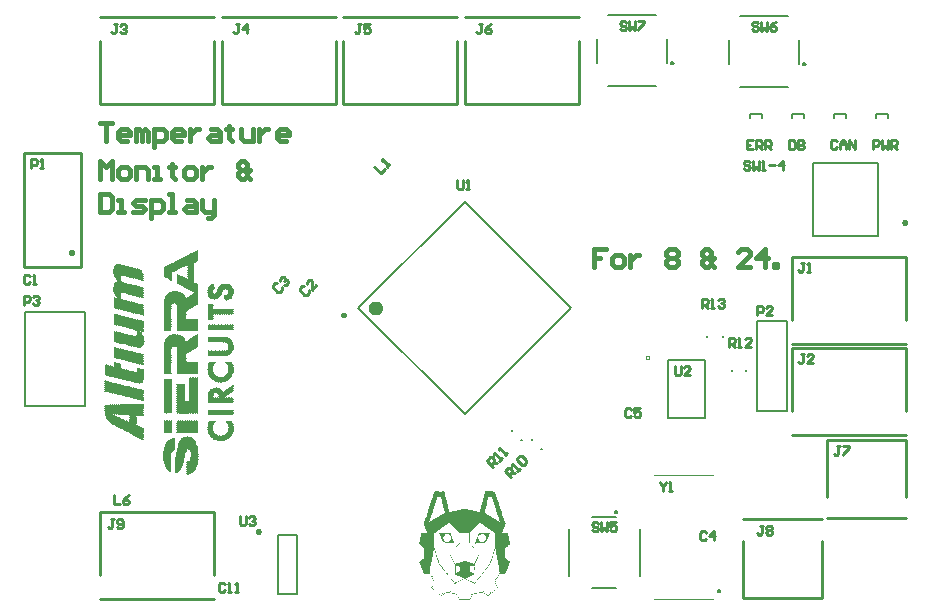
<source format=gbr>
%FSTAX23Y23*%
%MOIN*%
%SFA1B1*%

%IPPOS*%
%ADD42C,0.008000*%
%ADD43C,0.010000*%
%ADD62C,0.010000*%
%ADD63C,0.002000*%
%ADD64C,0.024000*%
%ADD65C,0.005000*%
%ADD66C,0.004000*%
%ADD67C,0.015000*%
%LNtemperature_monitor_&_display_legend_top-1*%
%LPD*%
G36*
X0061Y01192D02*
X00611D01*
Y01191*
X0061*
Y01192*
Y01191*
Y0119*
X00611*
X0061*
Y01189*
X00611*
X0061*
Y01188*
X00611*
Y01187*
X0061*
Y01188*
Y01187*
X00611*
Y01186*
X0061*
Y01187*
Y01186*
X00611*
Y01185*
X0061*
Y01184*
X00611*
X0061*
Y01183*
X00611*
X0061*
Y01182*
X00611*
Y01181*
X0061*
Y01182*
Y01181*
X00611*
Y0118*
X0061*
X00611*
Y01179*
X0061*
Y0118*
Y01179*
Y01178*
X00611*
X0061*
Y01177*
X00611*
X0061*
Y01176*
X00611*
Y01175*
X0061*
X00611*
Y01174*
X0061*
Y01175*
Y01174*
X00611*
Y01173*
X0061*
Y01174*
Y01173*
Y01172*
X00611*
X0061*
Y01171*
X00611*
X0061*
Y0117*
X00611*
Y01169*
X0061*
Y0117*
Y01169*
X00611*
Y01168*
X0061*
Y01169*
Y01168*
X00611*
Y01167*
X0061*
Y01168*
Y01167*
Y01166*
X00611*
X0061*
Y01165*
X00611*
X0061*
Y01164*
X00611*
Y01163*
X0061*
Y01164*
Y01163*
X00611*
Y01162*
X0061*
Y01163*
Y01162*
X00611*
Y01161*
X0061*
Y0116*
X00611*
X0061*
Y01159*
X00611*
X0061*
Y01158*
X00611*
Y01157*
X0061*
Y01158*
Y01157*
X00611*
Y01156*
X0061*
Y01155*
X00609*
Y01156*
Y01155*
Y01154*
X00608*
X00607*
X00606*
X00607*
Y01153*
X00606*
X00605*
X00604*
Y01152*
Y01153*
X00603*
Y01152*
Y01151*
X00602*
Y01152*
X00601*
Y01151*
X00602*
X00601*
X006*
Y0115*
Y01151*
X00599*
Y0115*
X00598*
X00599*
Y01149*
X00598*
Y01148*
X00599*
X00598*
Y01147*
X00599*
X00598*
Y01146*
X00599*
Y01145*
X00598*
Y01146*
Y01145*
X00599*
Y01144*
X00598*
X00599*
Y01143*
X00598*
Y01144*
Y01143*
Y01142*
X00599*
X00598*
Y01141*
X00599*
X00598*
Y0114*
X00599*
Y01139*
X00598*
X00599*
Y01138*
X00598*
Y01139*
Y01138*
X00599*
Y01137*
X00598*
Y01136*
X00599*
X00598*
Y01135*
X00599*
X00598*
Y01134*
X00599*
Y01133*
X00598*
Y01134*
Y01133*
X00599*
Y01132*
X00598*
X00599*
Y01131*
X00598*
Y01132*
Y01131*
Y0113*
X00599*
X00598*
Y01129*
X00599*
X00598*
Y01128*
X00599*
Y01127*
X00598*
X00599*
Y01126*
X00598*
Y01127*
Y01126*
X00599*
Y01125*
X00598*
Y01124*
X00599*
X00598*
Y01123*
X00599*
X00598*
Y01122*
X00599*
Y01121*
X00598*
Y01122*
Y01121*
X00599*
Y0112*
X00598*
X00599*
Y01119*
X00598*
Y0112*
Y01119*
Y01118*
X00599*
X00598*
Y01117*
X00599*
X00598*
Y01116*
X00599*
Y01115*
X00598*
X00599*
Y01114*
X00598*
Y01115*
Y01114*
X00599*
Y01113*
X00598*
Y01112*
X00599*
X00598*
Y01111*
X00599*
X00598*
Y0111*
X00599*
Y01109*
X00598*
Y0111*
Y01109*
X00599*
Y01108*
X00598*
X00599*
Y01107*
X00598*
Y01108*
Y01107*
Y01106*
X00599*
X00598*
Y01105*
X00599*
X00598*
Y01104*
X00599*
Y01103*
X00598*
X00599*
Y01102*
X00598*
Y01103*
Y01102*
X00599*
Y01101*
X00598*
Y011*
X00599*
X00598*
Y01099*
X00599*
X00598*
Y01098*
X00599*
Y01097*
X00598*
Y01098*
Y01097*
X00599*
Y01096*
X00598*
X00599*
Y01095*
X00598*
Y01096*
Y01095*
Y01094*
X00599*
X00598*
Y01093*
X00599*
X00598*
Y01092*
X00599*
Y01091*
X00598*
X00599*
Y0109*
X00598*
Y01091*
Y0109*
X00599*
Y01089*
X00598*
Y01088*
X00599*
X00598*
Y01087*
X00599*
X00598*
Y01086*
X00599*
Y01085*
X006*
X00601*
Y01084*
X00602*
X00603*
Y01083*
Y01084*
X00604*
Y01083*
Y01082*
X00605*
X00606*
X00605*
Y01083*
X00606*
Y01082*
X00607*
Y01081*
X00608*
X00607*
Y01082*
X00608*
Y01081*
X00609*
X0061*
Y0108*
X00611*
Y01079*
X0061*
Y0108*
Y01079*
X00611*
Y01078*
X0061*
Y01079*
Y01078*
X00611*
Y01077*
X0061*
Y01078*
Y01077*
Y01076*
X00611*
X0061*
Y01075*
X00611*
X0061*
Y01074*
X00611*
Y01073*
X0061*
Y01074*
Y01073*
X00611*
Y01072*
X0061*
Y01073*
Y01072*
X00611*
Y01071*
X0061*
Y01072*
Y01071*
Y0107*
X00611*
X0061*
Y01069*
X00611*
X0061*
Y01068*
X00611*
Y01067*
X0061*
Y01068*
Y01067*
X00611*
Y01066*
X0061*
Y01067*
Y01066*
X00611*
Y01065*
X0061*
Y01064*
X00611*
X0061*
Y01063*
X00611*
X0061*
Y01062*
X00611*
Y01061*
X0061*
Y01062*
Y01061*
X00611*
Y0106*
X0061*
X00611*
Y01059*
X0061*
Y0106*
Y01059*
Y01058*
X00611*
X0061*
Y01057*
X00611*
X0061*
Y01056*
X00611*
Y01054*
X0061*
X00611*
Y01052*
X0061*
Y01051*
X00611*
Y01049*
X0061*
X00611*
Y01045*
X0061*
Y01044*
X00611*
Y01043*
X0061*
Y01044*
Y01043*
X00611*
Y01042*
X0061*
Y01043*
Y01042*
X00611*
Y01041*
X0061*
Y0104*
X00611*
X0061*
Y01039*
X00611*
X0061*
Y01038*
X00611*
Y01037*
X0061*
Y01038*
Y01037*
X00611*
Y01036*
X0061*
X00611*
Y01035*
X0061*
Y01036*
Y01035*
Y01034*
X00611*
X0061*
Y01033*
X00611*
X0061*
Y01032*
X00611*
Y01031*
X0061*
X00611*
Y0103*
X0061*
Y01031*
Y0103*
X00611*
Y01029*
X0061*
Y0103*
Y01029*
Y01028*
X00611*
X0061*
Y01027*
X00611*
X0061*
Y01026*
X00611*
Y01025*
X0061*
Y01026*
Y01025*
X00611*
Y01024*
X0061*
Y01025*
Y01024*
X00611*
Y01023*
X0061*
Y01024*
Y01023*
Y01022*
X00611*
X0061*
Y01021*
X00611*
X0061*
Y0102*
X00611*
Y01019*
X0061*
Y0102*
Y01019*
X00611*
Y01018*
X0061*
Y01019*
Y01018*
X00611*
Y01017*
X0061*
Y01016*
X00611*
X0061*
Y01015*
X00611*
X0061*
Y01014*
X00611*
Y01013*
X0061*
Y01014*
Y01013*
X00611*
Y01012*
X0061*
Y01013*
Y01012*
Y01011*
X00609*
Y01012*
Y01011*
X00608*
Y0101*
X00607*
X00606*
X00607*
Y01009*
X00606*
X00605*
X00604*
Y01008*
Y01007*
X00603*
Y01008*
Y01007*
X00602*
X00601*
Y01006*
X006*
Y01005*
Y01006*
X00599*
Y01005*
X00598*
Y01004*
X00597*
X00596*
Y01003*
X00595*
X00594*
X00595*
Y01002*
X00594*
Y01001*
Y01002*
X00593*
Y01*
X00592*
Y01001*
Y01*
X00591*
Y01001*
Y01*
Y00999*
X0059*
Y01*
X00589*
Y00999*
Y01*
X00588*
Y00999*
X00589*
Y00998*
X00588*
X00587*
Y00997*
X00586*
X00585*
Y00996*
Y00995*
X00584*
Y00996*
X00583*
Y00995*
Y00996*
X00582*
Y00995*
X00583*
X00582*
Y00994*
Y00995*
X00581*
Y00994*
X00582*
X00581*
Y00993*
X0058*
Y00994*
Y00993*
X00579*
Y00992*
X00578*
X00577*
Y00991*
X00576*
X00575*
X00574*
Y0099*
Y00989*
X00573*
Y0099*
Y00988*
X00572*
Y00989*
X00571*
Y00988*
X00572*
X00573*
Y00987*
X00572*
Y00988*
X00571*
Y00987*
X00572*
Y00986*
X00571*
X00572*
Y00985*
X00573*
X00572*
X00571*
X00572*
Y00984*
X00571*
Y00983*
X00572*
X00573*
Y00982*
X00572*
Y00983*
X00571*
Y00982*
X00572*
X00571*
Y00981*
X00572*
Y0098*
X00573*
X00572*
X00571*
X00572*
Y00979*
X00571*
X00572*
Y00978*
X00573*
Y00977*
X00572*
Y00978*
X00571*
Y00977*
X00572*
X00571*
Y00976*
X00572*
X00573*
Y00975*
X00572*
Y00976*
X00571*
Y00975*
X00572*
Y00974*
X00571*
X00572*
Y00973*
X00573*
X00572*
X00571*
X00572*
Y00972*
X00571*
Y00971*
X00572*
X00573*
Y0097*
X00572*
Y00971*
X00571*
Y0097*
X00572*
X00571*
Y00969*
X00572*
Y00968*
X00573*
X00572*
X00571*
X00572*
Y00967*
X00571*
X00572*
Y00966*
X00573*
Y00965*
X00572*
Y00966*
X00571*
Y00965*
X00572*
X00571*
Y00963*
X00572*
Y00962*
X00573*
X00574*
Y00963*
Y00962*
X00575*
X00576*
X00577*
X00578*
X00579*
Y00963*
Y00962*
X0058*
X00582*
X00583*
Y00963*
X00584*
Y00962*
X00585*
X00587*
X00588*
Y00963*
X00589*
Y00962*
X0059*
X00592*
X00593*
Y00963*
X00594*
Y00962*
X00595*
X00597*
X00598*
Y00963*
Y00962*
X00599*
X006*
X00601*
X00602*
X00603*
Y00963*
Y00962*
X00604*
X00606*
X00607*
Y00963*
X00608*
Y00962*
X00609*
X0061*
Y00961*
X00611*
X0061*
Y0096*
X00611*
Y00959*
X0061*
X00611*
Y00958*
X0061*
Y00959*
Y00958*
X00611*
Y00957*
X0061*
Y00958*
Y00957*
Y00956*
X00611*
X0061*
Y00955*
X00611*
X0061*
Y00954*
X00611*
Y00953*
X0061*
Y00954*
Y00953*
X00611*
Y00952*
X0061*
Y00953*
Y00952*
X00611*
Y00951*
X0061*
Y00952*
Y00951*
Y0095*
X00611*
X0061*
Y00949*
X00611*
X0061*
Y00948*
X00611*
Y00947*
X0061*
Y00948*
Y00947*
X00611*
Y00946*
X0061*
Y00947*
Y00946*
X00611*
Y00945*
X0061*
Y00944*
X00611*
X0061*
Y00943*
X00611*
X0061*
Y00942*
X00611*
Y00941*
X0061*
Y00942*
Y00941*
X00611*
Y0094*
X0061*
X00611*
Y00939*
X0061*
Y0094*
Y00939*
Y00938*
X00611*
X0061*
Y00937*
X00611*
X0061*
Y00936*
X00611*
Y00935*
X0061*
X00611*
Y00934*
X0061*
Y00935*
Y00934*
X00611*
Y00933*
X0061*
Y00934*
Y00933*
Y00932*
X00611*
X0061*
Y00931*
X00611*
X0061*
Y0093*
X00611*
Y00929*
X0061*
Y0093*
Y00929*
X00611*
Y00928*
X0061*
Y00929*
Y00928*
X00611*
Y00927*
X0061*
Y00928*
Y00927*
Y00926*
X00611*
X0061*
Y00925*
X00611*
X0061*
Y00924*
X00611*
Y00923*
X0061*
Y00924*
Y00923*
Y00922*
X00609*
Y00923*
Y00922*
X00608*
Y00923*
X00607*
Y00922*
Y00923*
X00606*
Y00922*
Y00923*
X00605*
Y00922*
X00604*
Y00923*
Y00922*
X00603*
Y00923*
Y00922*
X00602*
Y00923*
X00601*
Y00922*
Y00923*
X006*
Y00922*
Y00923*
X00599*
Y00922*
X00598*
Y00923*
Y00922*
X00597*
Y00923*
Y00922*
X00596*
Y00923*
X00595*
Y00922*
Y00923*
X00594*
Y00922*
Y00923*
X00593*
Y00922*
X00592*
Y00923*
Y00922*
X00591*
Y00923*
Y00922*
X0059*
Y00923*
X00589*
Y00922*
Y00923*
X00588*
Y00922*
Y00923*
X00587*
Y00922*
X00586*
Y00923*
Y00922*
X00585*
Y00923*
Y00922*
X00584*
Y00923*
X00583*
Y00922*
Y00923*
X00582*
Y00922*
Y00923*
X00581*
Y00922*
X0058*
Y00923*
Y00922*
X00579*
Y00923*
Y00922*
X00578*
Y00923*
X00577*
Y00922*
Y00923*
X00576*
Y00922*
Y00923*
X00575*
Y00922*
X00574*
Y00923*
Y00922*
X00573*
Y00923*
Y00922*
X00572*
Y00923*
X00571*
Y00922*
Y00923*
X0057*
Y00922*
Y00923*
X00569*
Y00922*
X00568*
Y00923*
Y00922*
X00567*
Y00923*
Y00922*
X00566*
Y00923*
X00565*
Y00922*
Y00923*
X00564*
Y00922*
Y00923*
X00563*
Y00922*
X00562*
Y00923*
Y00922*
X00561*
Y00923*
Y00922*
X0056*
Y00923*
X00559*
Y00922*
Y00923*
X00558*
Y00922*
Y00923*
X00557*
Y00922*
X00556*
Y00923*
Y00922*
X00555*
Y00923*
Y00922*
X00554*
Y00923*
X00553*
Y00922*
Y00923*
X00552*
Y00922*
Y00923*
X00551*
Y00922*
X0055*
Y00923*
Y00922*
X00549*
Y00923*
Y00922*
X00548*
Y00923*
X00547*
Y00922*
Y00923*
X00546*
Y00922*
Y00923*
X00545*
Y00922*
X00544*
Y00923*
Y00922*
X00543*
Y00923*
Y00922*
X00542*
Y00923*
X00541*
Y00922*
Y00923*
X0054*
Y00924*
Y00925*
X00541*
X0054*
Y00926*
Y00927*
Y00928*
Y00927*
X00541*
Y00928*
X0054*
Y00929*
Y0093*
Y00929*
X00541*
Y0093*
X0054*
Y00931*
Y00932*
X00541*
X0054*
Y00933*
Y00934*
Y00935*
Y00934*
X00541*
Y00935*
X0054*
Y00936*
Y00937*
X00541*
X0054*
Y00938*
Y00939*
Y0094*
Y00939*
X00541*
Y0094*
X0054*
Y00941*
Y00942*
Y00941*
X00541*
Y00942*
X0054*
Y00943*
Y00944*
X00541*
X0054*
Y00945*
Y00946*
Y00947*
Y00946*
X00541*
Y00947*
X0054*
Y00948*
Y00949*
X00541*
X0054*
Y0095*
Y00951*
Y00952*
Y00951*
X00541*
Y00952*
X0054*
Y00953*
Y00954*
Y00953*
X00541*
Y00954*
X0054*
Y00955*
Y00956*
X00541*
X0054*
Y00957*
Y00958*
Y00959*
Y00958*
X00541*
Y00959*
X0054*
Y0096*
Y00961*
X00541*
X0054*
Y00962*
Y00963*
Y00964*
Y00963*
X00541*
Y00964*
X0054*
Y00965*
Y00966*
Y00965*
X00541*
Y00966*
X0054*
Y00967*
Y00968*
X00541*
X0054*
Y00969*
Y0097*
Y00971*
Y0097*
X00541*
Y00971*
X0054*
Y00972*
Y00973*
X00541*
X0054*
Y00974*
Y00975*
Y00976*
Y00975*
X00541*
Y00976*
X0054*
Y00977*
Y00978*
Y00977*
X00541*
Y00978*
X0054*
Y00979*
Y0098*
X00541*
X0054*
Y00981*
Y00982*
Y00983*
Y00982*
X00541*
Y00983*
X0054*
Y00984*
Y00985*
X00541*
X0054*
Y00986*
Y00987*
Y00988*
Y00987*
X00541*
Y00988*
X0054*
Y00989*
Y0099*
Y00989*
X00541*
Y0099*
X0054*
Y00991*
Y00992*
X00541*
X0054*
Y00993*
Y00994*
Y00995*
Y00994*
X00541*
Y00995*
X0054*
Y00996*
Y00997*
X00541*
X0054*
Y00998*
Y00999*
Y01*
Y00999*
X00541*
Y01*
X0054*
Y01001*
Y01002*
Y01001*
X00541*
Y01002*
X0054*
Y01003*
Y01004*
X00541*
X0054*
Y01005*
Y01006*
Y01007*
Y01006*
X00541*
Y01007*
X0054*
Y01009*
X00539*
Y0101*
X00538*
X00539*
X0054*
X00539*
Y01011*
X00538*
Y01012*
X00537*
Y01013*
X00536*
Y01014*
X00535*
Y01013*
Y01014*
X00534*
Y01015*
X00532*
X0053*
X00529*
X0053*
Y01014*
X00529*
Y01013*
Y01014*
X00528*
Y01013*
X00527*
Y01012*
X00526*
Y01011*
X00525*
Y01012*
Y01011*
Y0101*
X00524*
Y01009*
X00525*
X00524*
X00523*
X00524*
Y01008*
X00523*
Y01007*
Y01008*
X00522*
Y01007*
X00523*
Y01006*
Y01007*
X00522*
Y01006*
X00523*
X00522*
Y01005*
X00523*
Y01004*
X00522*
Y01003*
X00523*
Y01002*
X00522*
Y01*
X00523*
X00522*
Y00998*
X00523*
Y00997*
X00522*
Y00995*
X00523*
X00522*
Y00993*
X00523*
Y00992*
X00522*
Y00991*
X00523*
Y0099*
X00522*
Y00988*
X00523*
X00522*
Y00986*
X00523*
Y00985*
X00522*
Y00983*
X00523*
X00522*
Y00981*
X00523*
Y0098*
X00522*
Y00979*
X00523*
Y00978*
X00522*
Y00976*
X00523*
X00522*
Y00974*
X00523*
Y00973*
X00522*
Y00971*
X00523*
X00522*
Y00969*
X00523*
Y00968*
X00522*
Y00967*
X00523*
Y00966*
X00522*
Y00964*
X00523*
X00522*
Y00962*
X00523*
Y00961*
X00522*
Y00959*
X00523*
X00522*
Y00957*
X00523*
Y00956*
X00522*
Y00955*
X00523*
Y00954*
X00522*
Y00952*
X00523*
X00522*
Y0095*
X00523*
Y00949*
X00522*
Y00947*
X00523*
X00522*
Y00945*
X00523*
Y00944*
X00522*
Y00943*
X00523*
Y00942*
X00522*
Y0094*
X00523*
X00522*
Y00938*
X00523*
Y00937*
X00522*
Y00935*
X00523*
X00522*
Y00933*
X00523*
Y00932*
X00522*
Y00931*
X00523*
Y0093*
X00522*
Y00928*
X00523*
X00522*
Y00926*
X00523*
Y00925*
X00522*
Y00923*
X00523*
X00522*
Y00922*
Y00923*
X00521*
Y00922*
X0052*
Y00923*
Y00922*
X00519*
Y00923*
Y00922*
X00518*
Y00923*
X00517*
Y00922*
Y00923*
X00516*
Y00922*
Y00923*
X00515*
Y00922*
X00514*
Y00923*
Y00922*
X00513*
Y00923*
Y00922*
X00512*
Y00923*
X00511*
Y00922*
Y00923*
X0051*
Y00922*
Y00923*
X00509*
Y00922*
X00508*
Y00923*
Y00922*
X00507*
Y00923*
Y00922*
X00506*
Y00923*
X00505*
Y00922*
Y00923*
X00504*
Y00922*
Y00923*
X00503*
Y00922*
X00502*
Y00923*
Y00922*
X00501*
Y00923*
Y00922*
X005*
Y00923*
X00499*
Y00922*
Y00923*
X00498*
Y00922*
Y00924*
Y00925*
Y00926*
X00499*
X00498*
Y00927*
Y00929*
Y00928*
X00499*
Y00929*
X00498*
Y00931*
X00499*
X00498*
Y00932*
Y00934*
Y00933*
X00499*
Y00934*
X00498*
Y00936*
Y00935*
X00499*
Y00936*
X00498*
Y00937*
Y00938*
X00499*
X00498*
Y00939*
Y00941*
Y0094*
X00499*
Y00941*
X00498*
Y00943*
X00499*
X00498*
Y00944*
Y00946*
Y00945*
X00499*
Y00946*
X00498*
Y00948*
Y00947*
X00499*
Y00948*
X00498*
Y00949*
Y0095*
X00499*
X00498*
Y00951*
Y00953*
Y00952*
X00499*
Y00953*
X00498*
Y00955*
X00499*
X00498*
Y00956*
Y00958*
Y00957*
X00499*
Y00958*
X00498*
Y0096*
Y00959*
X00499*
Y0096*
X00498*
Y00961*
Y00962*
X00499*
X00498*
Y00963*
Y00965*
Y00964*
X00499*
Y00965*
X00498*
Y00967*
X00499*
X00498*
Y00968*
Y0097*
Y00969*
X00499*
Y0097*
X00498*
Y00972*
Y00971*
X00499*
Y00972*
X00498*
Y00973*
Y00974*
X00499*
X00498*
Y00975*
Y00977*
Y00976*
X00499*
Y00977*
X00498*
Y00979*
X00499*
X00498*
Y0098*
Y00982*
Y00981*
X00499*
Y00982*
X00498*
Y00984*
Y00983*
X00499*
Y00984*
X00498*
Y00985*
Y00986*
X00499*
X00498*
Y00987*
Y00989*
Y00988*
X00499*
Y00989*
X00498*
Y00991*
X00499*
X00498*
Y00992*
Y00994*
Y00993*
X00499*
Y00994*
X00498*
Y00996*
Y00995*
X00499*
Y00996*
X00498*
Y00997*
Y00998*
X00499*
X00498*
Y00999*
Y01001*
Y01*
X00499*
Y01001*
X00498*
Y01003*
X00499*
X00498*
Y01004*
Y01006*
Y01005*
X00499*
Y01006*
X00498*
Y01008*
Y01007*
X00499*
Y01008*
X00498*
Y01009*
Y0101*
X00499*
X00498*
Y01011*
Y01013*
Y01012*
X00499*
Y01013*
X00498*
Y01015*
X00499*
X00498*
Y01016*
Y01018*
Y01017*
X00499*
Y01018*
X00498*
Y0102*
Y01019*
X00499*
Y0102*
X00498*
Y01021*
Y01022*
X00499*
X00498*
Y01023*
Y01024*
Y01025*
Y01024*
X00499*
Y01025*
X00498*
Y01026*
Y01025*
X00499*
Y01026*
X00498*
Y01027*
X00499*
Y01028*
X00498*
Y01029*
X00499*
Y0103*
Y01031*
Y0103*
X005*
Y01031*
X00499*
Y01032*
Y01031*
X005*
Y01032*
X00499*
Y01033*
X005*
X00501*
Y01034*
Y01035*
Y01036*
X00502*
X00501*
Y01037*
X00502*
Y01036*
Y01037*
Y01038*
X00503*
Y01039*
X00504*
Y0104*
X00505*
X00504*
Y01041*
X00505*
Y01042*
X00506*
Y01043*
X00507*
X00506*
Y01044*
X00507*
Y01043*
Y01044*
Y01045*
X00508*
Y01046*
X00509*
X0051*
X00509*
Y01047*
X0051*
Y01048*
Y01047*
X00511*
Y01048*
X0051*
X00511*
Y01049*
Y01048*
X00512*
Y01049*
X00511*
X00512*
X00513*
X00512*
Y0105*
X00513*
Y01049*
Y0105*
X00514*
Y01051*
X00515*
X00516*
Y01052*
X00517*
X00518*
X00517*
Y01053*
X00518*
Y01054*
X00519*
Y01053*
Y01054*
X0052*
Y01053*
Y01054*
X00521*
X00522*
Y01055*
Y01054*
X00523*
Y01055*
Y01054*
X00524*
Y01055*
X00525*
Y01054*
Y01055*
X00526*
X00525*
Y01056*
X00526*
Y01055*
Y01056*
X00527*
Y01055*
X00528*
Y01056*
Y01055*
X00529*
Y01056*
Y01055*
X0053*
Y01056*
X00531*
Y01055*
Y01056*
X00532*
Y01055*
Y01056*
X00533*
Y01055*
X00534*
Y01056*
Y01055*
X00535*
Y01056*
Y01055*
X00536*
Y01056*
X00537*
Y01055*
Y01056*
X00538*
Y01055*
Y01056*
X00539*
Y01055*
X0054*
Y01056*
Y01055*
X00541*
Y01054*
X00542*
Y01055*
X00541*
X00542*
X00543*
Y01054*
Y01055*
X00544*
Y01054*
Y01055*
X00545*
Y01054*
X00546*
Y01055*
Y01054*
X00547*
Y01055*
Y01054*
X00548*
X00549*
Y01053*
Y01054*
X0055*
Y01053*
Y01054*
X00551*
Y01053*
X00552*
Y01052*
X00553*
X00554*
Y01051*
X00555*
Y01052*
X00554*
X00555*
Y01051*
X00556*
Y0105*
X00557*
Y01049*
X00558*
Y0105*
Y01049*
X00559*
Y01048*
X0056*
X00561*
Y01047*
Y01048*
X00562*
Y01046*
Y01045*
X00563*
X00564*
Y01044*
Y01043*
X00565*
Y01041*
X00566*
Y0104*
X00567*
Y01039*
X00568*
Y01037*
X00569*
Y01036*
X00568*
Y01037*
Y01036*
X00569*
Y01035*
X0057*
Y01034*
X00569*
X0057*
Y01033*
Y01032*
Y01031*
X00571*
Y0103*
X00572*
Y01031*
X00571*
Y01032*
Y01031*
X00572*
Y01032*
X00573*
Y01031*
Y01033*
X00574*
X00575*
Y01034*
X00576*
X00577*
X00576*
Y01035*
X00577*
Y01034*
X00578*
X00577*
Y01035*
Y01036*
Y01035*
X00578*
Y01036*
X00579*
Y01037*
X0058*
Y01036*
Y01038*
X00581*
Y01037*
X00582*
Y01038*
Y01039*
X00583*
X00584*
X00583*
Y0104*
X00584*
Y01039*
X00585*
Y0104*
X00584*
X00585*
X00586*
Y01041*
Y01042*
X00587*
Y01041*
X00588*
Y01042*
X00589*
Y01043*
X0059*
Y01044*
X00591*
Y01043*
Y01044*
X00592*
Y01043*
Y01044*
Y01045*
X00593*
X00594*
X00593*
Y01046*
X00594*
X00595*
Y01047*
X00596*
Y01048*
X00597*
Y01047*
Y01048*
Y01049*
X00598*
Y01048*
Y01049*
X00599*
X006*
Y0105*
X00599*
Y01051*
X00598*
Y01052*
X00597*
X00596*
X00595*
Y01053*
Y01054*
X00594*
Y01053*
Y01054*
X00593*
X00592*
Y01055*
Y01054*
X00591*
Y01055*
X0059*
Y01056*
X00589*
Y01055*
Y01056*
X00588*
Y01057*
X00587*
X00586*
Y01058*
X00585*
X00584*
X00583*
Y01059*
Y0106*
X00582*
Y01059*
Y0106*
X00581*
X0058*
Y01061*
X00579*
X0058*
Y0106*
X00579*
Y01061*
X00578*
Y01062*
X00577*
Y01061*
Y01062*
X00576*
Y01063*
X00575*
Y01064*
X00574*
Y01063*
Y01064*
X00573*
X00572*
X00571*
Y01065*
Y01066*
X0057*
Y01065*
Y01066*
X00569*
X00568*
Y01067*
X00567*
Y01068*
Y01067*
X00566*
Y01068*
X00565*
Y01069*
X00564*
X00565*
Y01068*
Y01067*
Y01068*
X00564*
Y01069*
X00563*
Y0107*
X00562*
X00561*
Y01071*
X0056*
Y01072*
X00559*
Y01071*
X0056*
Y0107*
X00559*
Y01071*
Y01072*
X00558*
Y01073*
X00557*
Y01072*
X00556*
Y01073*
X00555*
Y01074*
Y01073*
X00554*
Y01074*
X00553*
Y01075*
X00552*
X00551*
Y01076*
X0055*
X00549*
Y01077*
X00548*
Y01078*
X00547*
Y01077*
Y01078*
X00546*
Y01079*
X00545*
Y01078*
X00544*
Y01079*
X00543*
Y0108*
Y01079*
X00542*
Y01081*
X00541*
Y01114*
Y01113*
X00542*
Y01114*
X00543*
Y01113*
Y01112*
X00544*
X00545*
X00546*
Y01111*
X00547*
X00548*
Y0111*
X00549*
Y01109*
Y0111*
X0055*
Y01109*
X00551*
Y01108*
X00552*
Y01109*
Y01108*
X00553*
Y01107*
X00554*
Y01108*
X00555*
Y01107*
Y01106*
X00556*
X00557*
X00558*
Y01105*
X00559*
X00558*
Y01106*
X00559*
Y01105*
X0056*
Y01104*
X00561*
Y01103*
Y01104*
X00562*
Y01103*
X00563*
Y01102*
X00564*
Y01103*
X00563*
X00564*
Y01102*
X00565*
Y01101*
X00566*
Y01102*
X00567*
Y01101*
Y011*
X00568*
X00569*
X0057*
Y01099*
X00571*
X00572*
Y01098*
X00573*
Y01097*
Y01098*
X00574*
Y01097*
X00575*
Y01096*
X00576*
Y01097*
Y01098*
Y01097*
X00577*
Y01098*
X00576*
Y01099*
X00577*
X00576*
Y011*
X00577*
X00576*
Y01101*
Y01102*
Y01101*
X00577*
Y01102*
X00576*
Y01103*
Y01102*
X00577*
Y01103*
X00576*
Y01104*
Y01103*
X00577*
Y01104*
X00576*
Y01105*
X00577*
X00576*
Y01106*
X00577*
X00576*
Y01107*
Y01108*
Y01107*
X00577*
Y01108*
X00576*
Y01109*
Y01108*
X00577*
Y01109*
X00576*
Y0111*
Y01109*
X00577*
Y0111*
X00576*
Y01111*
X00577*
X00576*
Y01112*
X00577*
X00576*
Y01113*
Y01114*
Y01113*
X00577*
Y01114*
X00576*
Y01115*
Y01114*
X00577*
Y01115*
X00576*
Y01116*
Y01115*
X00577*
Y01116*
X00576*
Y01117*
X00577*
X00576*
Y01118*
X00577*
X00576*
Y01119*
Y0112*
Y01119*
X00577*
Y0112*
X00576*
Y01121*
Y0112*
X00577*
Y01121*
X00576*
Y01122*
Y01121*
X00577*
Y01122*
X00576*
Y01123*
X00577*
X00576*
Y01124*
X00577*
X00576*
Y01125*
Y01126*
Y01125*
X00577*
Y01126*
X00576*
Y01127*
Y01126*
X00577*
Y01127*
X00576*
Y01128*
Y01127*
X00577*
Y01128*
X00576*
Y01129*
X00577*
X00576*
Y0113*
X00577*
X00576*
Y01131*
Y01132*
Y01131*
X00577*
Y01132*
X00576*
Y01133*
Y01132*
X00577*
Y01133*
X00576*
Y01134*
Y01133*
X00577*
Y01134*
X00576*
Y01135*
X00577*
X00576*
Y01136*
X00577*
X00576*
Y01137*
Y01138*
Y01137*
X00577*
Y01138*
X00576*
Y01139*
Y01138*
X00577*
Y01139*
X00576*
Y0114*
Y01139*
X00577*
Y0114*
X00576*
Y01141*
X00577*
X00576*
Y01142*
X00575*
X00574*
Y01141*
X00573*
X00572*
X00571*
X00572*
Y0114*
X00571*
Y01139*
Y0114*
X0057*
Y01139*
X00569*
X00568*
Y0114*
Y01139*
Y01138*
X00567*
Y01137*
X00566*
Y01138*
X00565*
Y01137*
X00564*
Y01136*
X00563*
X00562*
Y01135*
X00561*
X0056*
X00559*
Y01133*
Y01134*
X00558*
Y01133*
Y01134*
X00557*
Y01133*
X00558*
X00557*
Y01132*
X00556*
Y01133*
Y01132*
X00555*
Y01133*
Y01132*
Y01131*
X00554*
Y01132*
X00553*
Y01131*
Y01132*
X00552*
Y01131*
X00553*
Y0113*
X00552*
X00551*
X0055*
Y01129*
Y0113*
X00549*
Y01129*
X00548*
X00547*
X00548*
Y01128*
X00547*
Y01127*
Y01128*
X00546*
Y01127*
X00545*
X00544*
X00545*
Y01126*
X00544*
Y01127*
Y01126*
X00543*
Y01127*
Y01126*
X00542*
X00543*
Y01125*
X00542*
Y01126*
X00541*
Y01125*
X0054*
Y01126*
X00539*
Y01125*
X0054*
Y01124*
X00539*
X00538*
Y01123*
X00537*
X00536*
X00535*
Y01122*
X00534*
Y01121*
Y01122*
X00533*
Y01121*
X00534*
X00533*
Y0112*
X00532*
Y01121*
Y0112*
X0053*
Y01121*
X00529*
Y0112*
X0053*
X00529*
Y01119*
Y0112*
X00528*
Y01119*
X00529*
Y01118*
X00528*
X00527*
Y01119*
X00526*
Y0112*
Y01119*
Y01118*
Y01119*
X00525*
Y0112*
Y01119*
X00524*
Y0112*
X00523*
Y01119*
X00524*
Y01118*
X00523*
Y01114*
X00524*
X00523*
Y01112*
X00524*
Y01111*
X00523*
Y01109*
X00524*
X00523*
Y01105*
X00524*
Y01104*
X00523*
Y01102*
X00524*
X00523*
Y011*
X00524*
Y01099*
X00523*
Y01095*
X00524*
Y01094*
X00523*
Y01093*
X00524*
Y01092*
X00523*
Y0109*
Y01091*
X00522*
Y0109*
Y01091*
X0052*
Y01092*
Y01093*
X00519*
Y01092*
X0052*
Y01091*
X00519*
Y01092*
Y01093*
X00518*
X00517*
X00516*
Y01094*
X00515*
Y01095*
X00514*
Y01096*
Y01095*
Y01094*
Y01095*
X00513*
Y01096*
Y01095*
X00512*
Y01096*
X00511*
Y01097*
X0051*
Y01098*
X00509*
Y01097*
X0051*
X00509*
X00508*
Y01098*
Y01097*
X00507*
Y01098*
Y01099*
X00506*
X00505*
Y011*
X00504*
X00505*
Y01099*
X00504*
Y011*
X00503*
X00502*
Y01101*
X00501*
Y01102*
X005*
Y01103*
X00499*
Y01102*
X005*
X00501*
Y01101*
X005*
Y01102*
X00499*
Y01103*
X00498*
Y01104*
Y01103*
X00499*
Y01104*
X00498*
Y01105*
Y01106*
X00499*
X00498*
Y01107*
Y01109*
Y01108*
X00499*
Y01109*
X00498*
Y01111*
X00499*
X00498*
Y01112*
Y01114*
Y01113*
X00499*
Y01114*
X00498*
Y01116*
Y01115*
X00499*
Y01116*
X00498*
Y01117*
Y01118*
X00499*
X00498*
Y01119*
Y01121*
Y0112*
X00499*
Y01121*
X00498*
Y01123*
X00499*
X00498*
Y01124*
Y01126*
Y01125*
X00499*
Y01126*
X00498*
Y01128*
Y01127*
X00499*
Y01128*
X00498*
Y01129*
Y0113*
X00499*
X00498*
Y01131*
Y01133*
Y01132*
X00499*
Y01133*
X00498*
Y01135*
Y01136*
X00499*
X00498*
Y01137*
X00499*
Y01136*
Y01137*
Y01138*
Y01137*
X005*
Y01138*
X00501*
Y01137*
Y01138*
X00502*
Y01139*
X00503*
Y01138*
X00504*
Y01139*
X00503*
X00504*
Y0114*
Y01139*
X00505*
Y0114*
Y01139*
X00506*
Y01141*
X00507*
X00508*
Y01142*
Y01141*
X00509*
Y01142*
X00508*
X00509*
X0051*
X00511*
Y01144*
Y01143*
X00512*
Y01144*
X00513*
Y01143*
Y01144*
X00514*
X00513*
Y01145*
X00514*
Y01144*
Y01145*
X00515*
Y01144*
X00516*
Y01146*
Y01145*
X00517*
Y01146*
Y01145*
X00518*
Y01146*
X00517*
Y01147*
X00518*
X00519*
X0052*
Y01148*
X00521*
X00522*
X00523*
X00522*
Y01149*
X00523*
Y01148*
Y01149*
Y0115*
Y01149*
X00524*
Y0115*
X00525*
Y01149*
Y01151*
X00526*
Y0115*
Y01151*
X00527*
X00528*
Y01152*
Y01151*
X00529*
Y01152*
Y01151*
X0053*
Y01152*
X00529*
Y01153*
X0053*
X00531*
X00532*
Y01154*
X00533*
X00534*
X00535*
X00534*
Y01155*
X00535*
Y01156*
Y01155*
X00536*
Y01156*
X00537*
Y01157*
X00538*
Y01156*
Y01157*
X00539*
Y01156*
X0054*
Y01157*
X00539*
X0054*
Y01158*
Y01157*
X00541*
Y01158*
Y01159*
X00542*
X00543*
X00544*
Y0116*
X00545*
X00546*
Y01161*
X00547*
Y01162*
Y01161*
X00548*
Y01162*
X00549*
Y01161*
Y01162*
Y01163*
X0055*
Y01162*
Y01163*
X00551*
X00552*
Y01164*
Y01163*
X00553*
Y01164*
Y01163*
X00554*
Y01164*
X00553*
Y01165*
X00554*
X00555*
X00556*
Y01166*
X00557*
X00558*
X00559*
X00558*
Y01167*
X00559*
Y01168*
Y01167*
X0056*
Y01168*
X00561*
Y01169*
X00562*
Y01168*
Y01169*
X00563*
Y01168*
X00564*
Y01169*
X00563*
X00564*
Y0117*
Y01169*
X00565*
Y0117*
Y01171*
X00566*
X00567*
X00568*
Y01172*
X00569*
X0057*
Y01173*
X00571*
Y01174*
Y01173*
X00572*
Y01174*
X00571*
X00572*
X00573*
Y01173*
Y01174*
Y01175*
X00574*
Y01174*
Y01175*
X00575*
X00576*
Y01176*
Y01175*
X00577*
Y01176*
Y01175*
X00578*
Y01176*
X00577*
Y01177*
X00578*
X00579*
X0058*
Y01178*
X00581*
X00582*
X00583*
X00582*
Y01179*
X00583*
Y0118*
Y01179*
X00584*
Y0118*
X00585*
Y01181*
X00586*
Y0118*
Y01181*
X00587*
X00586*
Y01182*
X00587*
Y01181*
X00588*
Y01182*
Y01181*
X00589*
Y01182*
Y01183*
X0059*
X00591*
Y01184*
Y01183*
X00592*
Y01184*
X00591*
X00592*
X00593*
X00594*
X00593*
Y01185*
X00594*
Y01184*
Y01185*
X00595*
Y01186*
X00596*
X00597*
X00596*
Y01187*
X00597*
Y01186*
Y01187*
X00598*
Y01186*
Y01187*
X00599*
X006*
Y01188*
Y01187*
X00601*
Y01188*
X006*
Y01189*
X00601*
Y01188*
Y01187*
X00602*
Y01188*
X00601*
Y01189*
X00602*
X00603*
Y0119*
X00604*
X00605*
X00606*
X00605*
Y01191*
X00606*
Y0119*
Y01191*
Y01192*
Y01191*
X00607*
Y01192*
Y01191*
X00608*
Y01192*
X00607*
X0061*
G37*
G36*
X00359Y01144D02*
X00358D01*
Y01145*
X00359*
Y01144*
G37*
G36*
X00353Y01146D02*
D01*
Y01145*
X00354*
Y01144*
X00355*
Y01145*
X00354*
Y01146*
X00355*
Y01145*
Y01144*
X00356*
Y01145*
Y01144*
X00357*
Y01145*
X00358*
Y01144*
X00359*
Y01143*
Y01144*
X0036*
Y01143*
X00361*
Y01144*
Y01143*
X00362*
Y01142*
X00363*
Y01143*
X00362*
Y01144*
Y01143*
X00363*
X00364*
Y01142*
Y01143*
X00365*
Y01142*
Y01143*
X00366*
Y01142*
X00367*
Y01143*
Y01142*
X00368*
Y01141*
X00369*
X0037*
X00371*
Y0114*
X00372*
Y01141*
X00371*
X00372*
Y0114*
X00373*
X00374*
X00373*
Y01141*
X00372*
X00373*
X00374*
Y0114*
X00375*
X00376*
X00377*
Y01139*
X00378*
Y01138*
Y01139*
X00379*
Y01138*
X0038*
Y01139*
Y01138*
X00381*
Y01137*
X00382*
Y01138*
X00381*
Y01139*
Y01138*
X00382*
Y01137*
X00383*
Y01138*
X00382*
X00383*
X00384*
Y01137*
Y01138*
X00385*
Y01137*
Y01138*
X00386*
Y01137*
X00387*
Y01136*
X00388*
Y01137*
Y01136*
X00389*
Y01137*
X0039*
Y01136*
Y01135*
X00391*
Y01136*
X0039*
Y01137*
X00391*
Y01136*
Y01135*
X00392*
X00393*
X00392*
Y01136*
X00393*
Y01135*
X00394*
X00395*
X00396*
Y01134*
X00397*
X00398*
X00399*
X004*
Y01133*
X00401*
X004*
Y01134*
X00401*
Y01133*
X00402*
X00401*
Y01134*
X00402*
Y01133*
X00403*
X00404*
X00405*
X00406*
Y01132*
Y01131*
X00407*
Y01132*
Y01131*
X00408*
Y01132*
Y01131*
X00409*
X0041*
Y0113*
Y01131*
X00409*
Y01132*
X0041*
Y01131*
X00411*
Y0113*
Y01131*
X00412*
Y0113*
X00413*
Y01131*
Y0113*
X00414*
Y01129*
X00415*
Y0113*
X00414*
X00415*
X00416*
Y01129*
Y01128*
X00417*
X00418*
X00419*
Y01127*
X0042*
Y01126*
Y01125*
X00421*
Y01124*
X00422*
Y01125*
X00423*
Y01123*
Y01122*
X00424*
Y01121*
X00425*
X00426*
Y0112*
X00425*
X00426*
Y01119*
Y01118*
X00427*
Y01117*
Y01118*
X00426*
Y01117*
X00427*
Y01116*
X00428*
Y01115*
X00429*
X00428*
X00427*
X00428*
Y01114*
X00429*
Y01112*
X0043*
Y01111*
X00429*
Y01112*
Y01111*
X0043*
Y0111*
X00429*
Y01111*
Y0111*
Y01109*
X0043*
X00429*
Y01108*
X0043*
X00429*
Y01107*
X0043*
X00429*
Y01106*
X0043*
Y01104*
X00429*
Y01105*
Y01104*
X0043*
Y01102*
X00429*
Y01101*
X0043*
Y01099*
X00429*
Y011*
Y01099*
X0043*
Y01097*
X00429*
Y01098*
Y01097*
Y01096*
X0043*
Y01095*
X00429*
Y01094*
X0043*
Y01092*
X00429*
Y01093*
Y01092*
X0043*
Y0109*
X00429*
Y01091*
Y0109*
X00428*
Y01091*
X00427*
Y0109*
Y01091*
X00426*
Y01092*
X00425*
Y01091*
X00426*
Y0109*
Y01091*
X00425*
X00424*
Y01092*
Y01091*
X00423*
Y01092*
Y01091*
X00422*
Y01092*
X00421*
Y01091*
Y01092*
X0042*
Y01093*
X00419*
Y01092*
X0042*
Y01091*
Y01092*
X00419*
Y01093*
X00418*
Y01092*
X00417*
Y01093*
Y01092*
X00416*
Y01093*
Y01094*
X00415*
X00414*
X00413*
X00412*
X00411*
Y01095*
X0041*
Y01094*
X00411*
X0041*
Y01095*
X00409*
X00408*
X00407*
Y01096*
X00406*
X00407*
Y01095*
X00406*
Y01096*
X00405*
X00404*
Y01095*
Y01096*
X00403*
X00402*
X00401*
Y01097*
Y01098*
X004*
Y01097*
X00401*
Y01096*
X004*
Y01097*
Y01098*
X00399*
Y01097*
X00398*
Y01098*
Y01097*
X00397*
Y01098*
Y01097*
X00396*
Y01099*
X00395*
Y01098*
Y01099*
X00394*
Y01098*
Y01099*
X00393*
Y01098*
Y01099*
X00392*
X00391*
Y011*
Y01099*
X00392*
Y01098*
X00391*
Y01099*
X0039*
Y011*
Y01099*
X00389*
Y011*
X00388*
Y01101*
X00387*
X00388*
Y011*
Y01099*
Y011*
X00387*
Y01101*
X00386*
X00385*
Y011*
Y01101*
X00384*
X00383*
X00382*
Y01102*
X00381*
X00382*
Y01101*
X00381*
Y01102*
X0038*
X00379*
X00378*
X00377*
Y01104*
Y01103*
X00376*
Y01104*
X00375*
Y01103*
Y01104*
X00374*
Y01103*
Y01104*
X00373*
X00372*
Y01105*
Y01104*
X00373*
Y01103*
X00372*
Y01104*
X00371*
Y01105*
Y01104*
X0037*
Y01105*
X00369*
Y01106*
X00368*
Y01105*
X00369*
Y01104*
Y01105*
X00368*
Y01106*
X00367*
Y01105*
Y01106*
X00366*
Y01105*
X00367*
X00366*
X00365*
Y01106*
Y01105*
X00364*
Y01106*
Y01107*
X00363*
X00362*
X00363*
Y01106*
X00364*
Y01105*
X00363*
Y01106*
X00362*
Y01107*
X00361*
X0036*
X00359*
X00358*
Y01106*
Y01107*
X00357*
Y01106*
X00358*
Y01105*
X00357*
Y01106*
X00356*
Y01105*
Y01106*
X00355*
Y01105*
Y01104*
Y01105*
X00354*
Y01104*
X00355*
X00354*
Y01103*
X00353*
Y01102*
X00354*
X00353*
Y01101*
X00354*
X00353*
Y011*
X00354*
Y01099*
X00353*
Y011*
Y01099*
X00354*
Y01098*
X00353*
Y01099*
Y01098*
X00354*
Y01097*
X00353*
Y01098*
Y01097*
Y01096*
X00354*
X00353*
Y01095*
X00354*
X00353*
Y01094*
X00354*
Y01092*
X00355*
Y01091*
Y01092*
X00354*
Y01091*
X00355*
Y0109*
X00356*
Y01089*
X00357*
Y01088*
X00358*
Y01087*
X00359*
Y01086*
X0036*
Y01085*
X00361*
Y01086*
X0036*
X00359*
Y01087*
X0036*
Y01086*
X00361*
Y01085*
X00362*
Y01086*
Y01085*
X00363*
X00364*
Y01084*
Y01085*
X00365*
Y01084*
Y01085*
X00366*
Y01084*
X00367*
Y01083*
X00368*
X00367*
Y01084*
Y01085*
Y01084*
X00368*
Y01083*
X00369*
X00368*
Y01084*
X00369*
Y01083*
X0037*
X00371*
X00372*
Y01082*
X00373*
X00374*
X00375*
X00376*
Y01081*
X00377*
Y01082*
X00376*
X00377*
Y01081*
X00378*
Y01082*
Y01081*
X00379*
X0038*
X00381*
X00382*
Y0108*
Y01079*
X00383*
Y0108*
X00384*
Y01079*
Y0108*
X00385*
Y01079*
X00386*
Y01078*
X00387*
Y01079*
X00386*
X00385*
Y0108*
X00386*
Y01079*
X00387*
Y01078*
X00388*
Y01079*
X00387*
X00388*
Y01078*
X00389*
Y01079*
X0039*
Y01078*
X00391*
X00392*
Y01077*
X00393*
Y01078*
Y01077*
X00394*
Y01078*
Y01077*
X00395*
Y01076*
X00396*
X00395*
Y01077*
Y01078*
Y01077*
X00396*
Y01076*
X00397*
Y01077*
Y01076*
X00398*
X00399*
X004*
X00401*
Y01075*
X00402*
X00403*
X00404*
Y01074*
X00405*
Y01073*
X00406*
Y01074*
X00405*
Y01075*
X00404*
X00405*
X00406*
Y01074*
Y01073*
X00407*
Y01074*
X00406*
Y01075*
X00407*
Y01074*
Y01073*
X00408*
Y01074*
Y01073*
X0041*
X00411*
Y01072*
Y01073*
X00412*
Y01072*
X00413*
Y01073*
Y01072*
X00414*
Y01071*
X00415*
Y01072*
X00414*
Y01073*
Y01072*
X00415*
X00416*
Y01071*
Y01072*
X00417*
Y01071*
Y01072*
X00418*
Y01071*
X00419*
Y01072*
Y01071*
X0042*
Y0107*
X00421*
X00422*
X00423*
Y01069*
X00424*
Y0107*
X00423*
X00424*
Y01069*
X00425*
X00426*
X00425*
Y0107*
X00426*
Y01069*
X00427*
X00429*
Y01068*
X0043*
X00429*
Y01067*
X0043*
Y01066*
X00429*
Y01067*
Y01066*
X0043*
Y01064*
X00429*
Y01065*
Y01064*
Y01063*
X0043*
Y01062*
X00429*
Y01061*
X0043*
Y01059*
X00429*
Y0106*
Y01059*
X0043*
Y01057*
X00429*
Y01056*
X0043*
Y01055*
X00429*
Y01054*
X0043*
Y01052*
X00429*
Y01053*
Y01052*
X0043*
Y0105*
X00429*
Y01049*
X0043*
Y01047*
X00429*
Y01048*
Y01047*
X0043*
Y01045*
X00429*
Y01046*
Y01045*
Y01044*
X0043*
Y01043*
X00429*
Y01042*
X0043*
Y0104*
X00429*
Y01041*
Y0104*
X0043*
Y01038*
X00429*
Y01039*
Y01038*
Y01037*
X0043*
Y01036*
X00429*
Y01035*
X0043*
Y01033*
X00429*
Y01034*
Y01033*
Y01032*
X00428*
Y01033*
X00427*
Y01032*
Y01033*
X00426*
Y01032*
Y01033*
X00425*
X00424*
Y01034*
Y01033*
X00425*
Y01032*
X00424*
Y01033*
X00423*
Y01034*
Y01033*
X00422*
Y01034*
X00421*
Y01035*
X0042*
Y01034*
X00421*
Y01033*
Y01034*
X0042*
Y01035*
X00419*
Y01034*
Y01035*
X00418*
Y01034*
X00419*
X00418*
X00417*
Y01035*
Y01034*
X00416*
Y01035*
Y01036*
X00415*
X00414*
X00415*
Y01035*
X00416*
Y01034*
X00415*
Y01035*
X00414*
Y01036*
X00413*
X00412*
X00411*
X0041*
Y01037*
X00409*
X00408*
X00407*
X00406*
Y01038*
Y01039*
X00405*
Y01038*
X00406*
Y01037*
X00405*
Y01038*
X00404*
Y01039*
Y01038*
X00403*
Y01039*
X00402*
Y0104*
X00401*
Y01039*
X00402*
X00403*
Y01038*
X00402*
Y01039*
X00401*
Y0104*
X004*
Y01039*
Y0104*
X00399*
Y01039*
X00398*
Y0104*
Y01039*
X00397*
Y0104*
X00396*
Y01041*
X00395*
Y0104*
X00396*
X00397*
Y01039*
X00396*
Y0104*
X00395*
Y01041*
X00394*
Y0104*
Y01041*
X00393*
Y01042*
X00392*
X00393*
Y01041*
Y0104*
Y01041*
X00392*
Y01042*
X00391*
X0039*
X00389*
X00388*
X00387*
Y01043*
X00386*
X00387*
Y01042*
X00386*
Y01043*
X00385*
X00384*
Y01044*
X00383*
X00382*
X00383*
Y01043*
X00384*
X00383*
X00382*
Y01044*
X00381*
X0038*
X00379*
X00378*
Y01045*
X00377*
Y01046*
Y01045*
Y01044*
X00378*
X00377*
Y01045*
X00376*
Y01046*
X00375*
Y01045*
Y01046*
X00374*
Y01047*
X00373*
Y01046*
X00374*
Y01045*
Y01046*
X00373*
X00372*
Y01047*
Y01046*
X00371*
Y01047*
Y01046*
X0037*
Y01047*
X00369*
Y01046*
Y01047*
X00368*
Y01048*
X00367*
Y01047*
X00368*
Y01046*
Y01047*
X00367*
Y01048*
X00366*
Y01047*
X00365*
Y01048*
Y01049*
X00364*
Y01048*
X00365*
Y01047*
X00364*
Y01048*
Y01049*
X00363*
X00362*
X00363*
Y01048*
X00364*
Y01047*
X00363*
Y01048*
X00362*
Y01049*
X00361*
X00362*
Y01048*
X00361*
Y01049*
X0036*
X00359*
Y01048*
Y01049*
X00358*
Y01048*
X00359*
Y01047*
X00358*
Y01048*
Y01049*
X00357*
Y01048*
X00358*
Y01047*
X00357*
Y01048*
X00356*
Y01047*
Y01048*
X00355*
Y01047*
X00356*
X00355*
Y01046*
Y01047*
X00354*
Y01046*
X00355*
X00354*
Y01045*
X00353*
Y01046*
Y01045*
Y01044*
X00354*
X00353*
Y01043*
X00354*
X00353*
Y01042*
X00354*
X00353*
Y01041*
X00354*
Y0104*
X00353*
Y01041*
Y0104*
Y01039*
X00354*
Y01038*
X00353*
Y01039*
Y01038*
Y01037*
X00354*
X00353*
Y01036*
X00354*
X00353*
Y01035*
X00354*
Y01034*
X00355*
Y01032*
X00356*
Y01031*
X00357*
Y0103*
X00358*
X00359*
Y01029*
X0036*
X00361*
Y01028*
Y01027*
X00362*
Y01028*
Y01027*
X00363*
Y01028*
X00364*
Y01027*
X00365*
Y01026*
Y01027*
X00366*
Y01026*
X00367*
Y01027*
Y01026*
X00368*
Y01027*
Y01026*
X00369*
Y01025*
X0037*
Y01026*
X00369*
X0037*
X00371*
Y01025*
Y01026*
X00372*
Y01025*
Y01026*
X00373*
Y01025*
X00374*
Y01024*
X00375*
X00376*
X00377*
X00378*
Y01023*
X00379*
X0038*
X00379*
Y01024*
X0038*
Y01023*
X00381*
X00382*
X00383*
Y01022*
X00384*
Y01021*
Y01022*
X00385*
Y01021*
Y01022*
X00386*
Y01021*
X00387*
Y0102*
X00388*
Y01021*
X00387*
Y01022*
Y01021*
X00388*
Y0102*
X00389*
Y01021*
X00388*
X00389*
X0039*
Y0102*
Y01021*
X00391*
Y0102*
Y01021*
X00392*
Y0102*
X00393*
Y01019*
X00394*
Y0102*
Y01019*
X00395*
Y0102*
Y01019*
X00396*
Y0102*
X00397*
Y01019*
Y01018*
X00398*
Y01019*
Y01018*
X00399*
X004*
X00401*
X00402*
Y01017*
X00403*
X00404*
X00405*
X00406*
Y01016*
Y01015*
X00407*
Y01016*
X00406*
Y01017*
X00407*
Y01016*
Y01015*
X00408*
Y01016*
X00407*
Y01017*
X00408*
Y01016*
Y01015*
X00409*
Y01016*
X0041*
Y01015*
Y01016*
X00411*
Y01015*
X00412*
Y01014*
X00413*
Y01015*
Y01014*
X00414*
Y01015*
Y01014*
X00415*
Y01015*
X00416*
Y01014*
X00417*
Y01013*
Y01014*
X00418*
Y01013*
X00419*
Y01014*
Y01013*
X0042*
Y01014*
Y01013*
X00421*
Y01012*
X00422*
Y01013*
X00423*
Y01012*
Y01013*
X00424*
Y01012*
Y01011*
X00425*
X00426*
X00425*
Y01012*
X00424*
Y01013*
X00425*
Y01012*
X00426*
Y01011*
X00427*
X00426*
Y01012*
X00427*
Y01011*
X00428*
X00429*
Y0101*
X0043*
X00429*
Y01009*
X0043*
Y01008*
Y01007*
X00429*
Y01008*
Y01007*
X0043*
Y01005*
X00429*
Y01004*
X0043*
Y01002*
X00429*
Y01003*
Y01002*
X0043*
Y01*
X00429*
Y01001*
Y01*
X0043*
Y00998*
X00429*
Y00997*
X0043*
Y00995*
X00429*
Y00996*
Y00995*
X0043*
Y00993*
X00429*
Y00994*
Y00993*
Y00992*
X0043*
Y00991*
X00429*
Y0099*
X0043*
Y00988*
X00429*
Y00989*
Y00988*
X0043*
Y00986*
X00429*
Y00987*
Y00986*
Y00985*
X0043*
Y00984*
X00429*
Y00983*
X0043*
Y00981*
X00429*
Y00982*
Y00981*
X0043*
Y00979*
X00429*
Y00978*
X0043*
Y00976*
X00429*
Y00977*
Y00976*
X0043*
Y00975*
Y00974*
X00429*
Y00975*
Y00974*
X00428*
Y00975*
X00427*
Y00974*
Y00975*
X00426*
Y00976*
X00425*
Y00975*
X00426*
Y00974*
Y00975*
X00425*
X00424*
Y00976*
Y00975*
X00423*
Y00976*
Y00975*
X00422*
Y00976*
X00421*
Y00975*
Y00976*
X0042*
Y00977*
X00419*
Y00976*
Y00977*
X00418*
Y00976*
X00417*
Y00977*
Y00978*
X00416*
Y00977*
Y00978*
X00415*
X00414*
X00413*
X00412*
Y00979*
X00411*
Y00978*
X00412*
X00411*
Y00979*
X0041*
X00409*
X00408*
X00407*
Y0098*
Y00981*
X00406*
Y0098*
X00407*
Y00979*
X00406*
Y0098*
Y00981*
X00405*
Y0098*
X00404*
Y00981*
Y0098*
X00403*
Y00981*
X00402*
X00403*
Y0098*
X00402*
Y00981*
X00401*
Y00982*
X004*
Y00981*
Y00982*
X00399*
Y00981*
X00398*
Y00982*
X00397*
Y00983*
Y00982*
X00396*
Y00983*
X00395*
Y00982*
Y00983*
X00394*
Y00982*
Y00983*
X00393*
Y00984*
Y00983*
Y00982*
Y00983*
X00392*
Y00984*
X00391*
X0039*
X00389*
X00388*
Y00985*
X00387*
X00388*
Y00984*
X00387*
Y00985*
X00386*
X00385*
X00384*
Y00986*
X00383*
Y00985*
X00384*
X00383*
X00382*
Y00986*
Y00987*
X00381*
Y00986*
Y00987*
X0038*
Y00986*
Y00987*
X00379*
X00378*
Y00988*
Y00987*
X00377*
Y00988*
Y00987*
X00376*
Y00988*
X00375*
Y00987*
Y00988*
X00374*
Y00987*
Y00988*
X00373*
X00372*
Y00989*
Y00988*
X00371*
Y00989*
Y00988*
X0037*
Y00989*
X00369*
Y0099*
X00368*
Y00989*
X00369*
Y00988*
Y00989*
X00368*
Y0099*
X00367*
Y00989*
Y0099*
X00366*
Y00989*
X00365*
Y0099*
Y00991*
X00364*
Y0099*
X00365*
Y00989*
X00364*
Y0099*
Y00991*
X00363*
X00362*
X00361*
X0036*
Y00992*
X00359*
Y00991*
Y00992*
X00358*
X00357*
X00356*
X00355*
Y00993*
X00353*
Y00994*
Y00993*
X00352*
Y00994*
Y00993*
X00351*
Y00994*
X0035*
Y00995*
X00349*
Y00994*
X0035*
X00349*
Y00995*
X00348*
Y00994*
Y00995*
X00347*
Y00994*
X00346*
Y00995*
X00345*
Y00996*
Y00995*
X00346*
Y00994*
X00345*
Y00995*
X00344*
Y00996*
X00343*
Y00995*
Y00996*
X00342*
Y00995*
Y00996*
X00341*
Y00997*
X0034*
Y00996*
Y00997*
X00339*
X00338*
X00337*
X00336*
Y00998*
X00335*
X00334*
X00333*
X00332*
Y00999*
X00331*
Y01*
X00332*
Y00999*
Y01*
X00331*
Y01001*
X00332*
Y01*
Y01001*
X00331*
Y01002*
X00332*
Y01001*
Y01002*
X00331*
Y01003*
X00332*
Y01002*
Y01003*
Y01004*
X00331*
X00332*
Y01005*
X00331*
X00332*
Y01006*
X00331*
Y01007*
X00332*
Y01006*
Y01007*
X00331*
Y01008*
X00332*
Y01007*
Y01008*
X00331*
Y01009*
X00332*
Y01008*
Y01009*
Y0101*
X00331*
X00332*
Y01011*
X00331*
X00332*
Y01012*
X00331*
Y01013*
X00332*
Y01012*
Y01013*
X00331*
Y01014*
X00332*
X00331*
Y01015*
X00332*
Y01014*
Y01015*
X00331*
Y01016*
X00332*
Y01015*
Y01016*
Y01017*
X00331*
X00332*
Y01018*
X00331*
X00332*
Y01019*
X00331*
Y0102*
X00332*
Y01019*
Y0102*
X00331*
Y01021*
X00332*
Y0102*
Y01021*
X00331*
Y01022*
X00332*
Y01021*
Y01022*
Y01023*
X00331*
X00332*
Y01024*
X00331*
X00332*
Y01025*
X00331*
Y01026*
X00332*
Y01025*
Y01026*
X00331*
Y01027*
X00332*
Y01026*
Y01027*
X00331*
Y01028*
X00332*
Y01027*
Y01028*
Y01029*
X00331*
X00332*
Y0103*
X00331*
X00332*
Y01031*
X00331*
X00332*
Y01032*
X00331*
Y01033*
X00332*
X00331*
Y01034*
X00332*
Y01033*
Y01034*
X00331*
Y01035*
X00332*
Y01034*
Y01035*
Y01036*
Y01035*
X00333*
Y01034*
Y01035*
Y01036*
X00332*
X00333*
Y01035*
X00334*
Y01034*
X00335*
Y01035*
Y01034*
X00336*
Y01033*
X00337*
Y01034*
X00336*
Y01035*
Y01034*
X00337*
Y01035*
X00338*
Y01034*
X00339*
Y01033*
Y01034*
X0034*
Y01033*
X00342*
Y01032*
X00343*
Y01033*
X00342*
Y01034*
Y01033*
X00343*
Y01034*
X00342*
Y01035*
X00341*
Y01036*
X0034*
X00339*
Y01037*
Y01038*
X00338*
Y01039*
X00337*
Y0104*
X00336*
Y01041*
X00335*
Y01042*
Y01043*
X00334*
Y01044*
X00333*
Y01046*
X00332*
Y01047*
Y01048*
Y01049*
X00331*
Y0105*
X0033*
Y01051*
Y01052*
Y01051*
X00331*
Y01052*
X0033*
Y01054*
X00329*
Y01055*
X0033*
X00329*
Y01056*
X0033*
X00329*
Y01057*
X0033*
X00329*
Y01058*
Y01059*
Y01058*
X0033*
Y01059*
X00329*
Y0106*
Y01059*
X0033*
Y0106*
X00329*
Y01062*
Y01063*
Y01065*
Y01067*
Y01068*
Y01069*
X0033*
X00329*
Y0107*
Y01071*
Y01072*
Y01071*
X0033*
Y01072*
X00329*
Y01073*
Y01072*
X0033*
Y01073*
X00329*
X0033*
Y01076*
Y01077*
Y01078*
Y01077*
X00331*
Y01078*
X0033*
Y01079*
Y01078*
X00331*
Y01079*
X0033*
X00331*
Y0108*
X00332*
Y01081*
Y01082*
X00333*
Y01083*
X00334*
X00335*
X00334*
Y01084*
X00335*
Y01085*
Y01084*
X00336*
Y01085*
X00335*
X00336*
Y01086*
Y01085*
X00337*
Y01087*
X00338*
Y01086*
Y01087*
X00339*
Y01086*
Y01087*
Y01088*
Y01087*
X0034*
Y01088*
X00339*
X0034*
X00341*
X00342*
Y01089*
X00343*
Y01088*
X00344*
X00343*
Y01089*
X00344*
X00343*
Y0109*
Y01091*
X00342*
Y0109*
Y01092*
X00341*
Y01091*
X0034*
Y01092*
X00339*
Y01094*
X00338*
Y01095*
X00337*
Y01096*
X00336*
Y01097*
Y01098*
X00335*
Y01099*
Y01098*
X00336*
Y01099*
X00335*
Y011*
X00334*
Y01101*
X00333*
Y01102*
Y01103*
X00332*
Y01105*
X00331*
Y01106*
X00332*
Y01105*
Y01106*
Y01107*
X00331*
X0033*
Y01108*
X00331*
X0033*
Y01109*
X00331*
X0033*
Y0111*
Y01111*
Y0111*
X00331*
Y01111*
X0033*
Y01113*
X00329*
Y01114*
X0033*
X00329*
Y01115*
X0033*
X00329*
Y01116*
Y01117*
Y01116*
X0033*
Y01117*
X00329*
Y01119*
Y0112*
Y01121*
Y01122*
Y01124*
X00328*
X00329*
Y01126*
Y01125*
X0033*
Y01126*
X00329*
Y01127*
Y01128*
X0033*
X00329*
Y01129*
Y0113*
Y01129*
X0033*
Y0113*
X00329*
X0033*
Y01134*
X00331*
X0033*
Y01135*
X00331*
X0033*
Y01136*
X00331*
Y01137*
X00332*
Y01139*
X00333*
Y0114*
X00332*
X00333*
Y01141*
Y0114*
X00334*
Y01141*
X00333*
X00334*
X00335*
X00334*
Y01142*
X00335*
Y01143*
Y01142*
X00336*
Y01143*
X00335*
X00336*
Y01144*
Y01143*
X00337*
Y01144*
X00338*
Y01145*
X00339*
Y01144*
Y01145*
X0034*
Y01146*
Y01145*
X00341*
Y01146*
X0034*
X00341*
X00342*
X00343*
X00344*
X00345*
X00346*
X00347*
X00348*
X00349*
X0035*
X00351*
X00352*
Y01145*
X00353*
Y01144*
Y01145*
Y01146*
X00352*
X00353*
G37*
G36*
X00368Y01142D02*
D01*
Y01143*
Y01142*
G37*
G36*
X00378Y0114D02*
X00377D01*
X00378*
G37*
G36*
X00387Y01137D02*
D01*
Y01138*
Y01137*
G37*
G36*
X00397Y01135D02*
X00396D01*
X00397*
G37*
G36*
X00406Y01133D02*
D01*
G37*
G36*
X00416Y0113D02*
X00415D01*
Y01131*
X00416*
Y0113*
G37*
G36*
X00417Y01129D02*
X00416D01*
Y0113*
X00417*
Y01129*
G37*
G36*
X0042Y01127D02*
D01*
G37*
G36*
X00421Y01125D02*
D01*
Y01126*
Y01125*
G37*
G36*
X00424Y01123D02*
X00423D01*
Y01124*
X00424*
Y01123*
G37*
G36*
X00427Y01118D02*
D01*
Y01119*
Y01118*
G37*
G36*
X00526D02*
X00525D01*
X00526*
G37*
G36*
X00329Y01112D02*
D01*
Y01113*
Y01112*
G37*
G36*
X00559Y01106D02*
D01*
G37*
G36*
X00362Y01105D02*
D01*
Y01106*
Y01105*
G37*
G36*
X00368Y01104D02*
D01*
Y01105*
Y01104*
G37*
G36*
X00565Y01102D02*
D01*
Y01103*
Y01102*
G37*
G36*
X00498D02*
D01*
Y01103*
Y01102*
G37*
G36*
X00333D02*
X00332D01*
X00333*
G37*
G36*
X0057Y011D02*
D01*
G37*
G36*
X00387Y01099D02*
D01*
Y011*
Y01099*
G37*
G36*
X00504D02*
D01*
G37*
G36*
X00575Y01097D02*
X00574D01*
Y01098*
X00575*
Y01097*
G37*
G36*
X00336Y01096D02*
D01*
G37*
G36*
X00406Y01095D02*
D01*
G37*
G36*
X00416Y01092D02*
X00415D01*
Y01093*
X00416*
Y01092*
G37*
G36*
X00425Y0109D02*
X00424D01*
Y01091*
X00425*
Y0109*
G37*
G36*
X00356D02*
D01*
Y01091*
Y0109*
G37*
G36*
X00359Y01088D02*
X00358D01*
X00359*
G37*
G36*
X00364Y01085D02*
X00363D01*
Y01086*
X00364*
Y01085*
G37*
G36*
X00373Y01083D02*
X00372D01*
X00373*
G37*
G36*
X00709Y01081D02*
D01*
G37*
G36*
X00708D02*
X00709D01*
Y0108*
Y01079*
X0071*
Y0108*
X00711*
Y01079*
Y0108*
X00712*
Y01079*
Y0108*
X00713*
Y01079*
X00714*
Y01078*
X00715*
Y01079*
Y01078*
X00716*
X00717*
Y01077*
Y01076*
X00718*
X00719*
Y01075*
X0072*
X00721*
Y01074*
Y01073*
X00722*
X00723*
Y01072*
X00724*
Y01071*
Y0107*
X00725*
X00726*
Y01069*
X00725*
X00726*
Y01068*
Y01067*
X00727*
Y01065*
X00728*
Y01064*
X00729*
X00728*
Y01063*
X00729*
Y01062*
X0073*
Y01061*
X00729*
Y01062*
Y01061*
X0073*
Y0106*
X00729*
Y01061*
Y0106*
X0073*
Y01059*
Y01058*
Y01057*
Y01049*
Y01048*
Y01047*
Y01046*
X00729*
Y01045*
X0073*
X00729*
Y01044*
X0073*
Y01043*
X00729*
Y01044*
Y01043*
Y01042*
X00728*
X00729*
Y01041*
X00728*
Y0104*
X00729*
X00728*
X00727*
X00728*
Y01039*
X00727*
X00726*
X00727*
Y01038*
Y01037*
Y01038*
X00726*
Y01037*
X00727*
X00726*
Y01036*
X00725*
Y01034*
X00724*
Y01033*
X00723*
Y01031*
X00722*
Y01032*
X00721*
Y0103*
Y01031*
X0072*
Y0103*
X00719*
Y01029*
X00718*
Y01028*
X00717*
X00716*
Y01027*
X00715*
X00714*
Y01026*
X00713*
Y01025*
X00712*
Y01026*
Y01025*
X00711*
Y01026*
Y01025*
X0071*
X00709*
Y01024*
Y01025*
X00708*
Y01024*
Y01025*
X00707*
Y01024*
X00706*
Y01025*
Y01024*
X00705*
Y01025*
Y01024*
X00703*
Y01025*
X00702*
Y01024*
X00703*
X00702*
Y01023*
Y01024*
X00701*
X007*
Y01025*
X00701*
Y01024*
X00702*
Y01025*
X00701*
X007*
Y01026*
X00701*
Y01025*
X00702*
Y01026*
X00701*
Y01027*
X007*
Y01028*
Y01029*
Y0103*
X00699*
Y01031*
X007*
Y0103*
Y01031*
X00699*
Y01032*
Y01033*
Y01032*
X007*
Y01031*
Y01032*
Y01033*
X00699*
Y01034*
X00698*
X00699*
Y01035*
X00698*
Y01036*
X00699*
Y01035*
Y01036*
X00698*
Y0104*
X00697*
Y01041*
Y01042*
Y01041*
X00698*
Y01042*
X00697*
X00698*
Y01043*
X00699*
Y01042*
Y01043*
X007*
Y01042*
Y01043*
X00701*
Y01042*
X00702*
Y01043*
Y01042*
X00703*
Y01043*
Y01042*
X00704*
Y01043*
X00703*
X00704*
Y01044*
X00705*
Y01043*
Y01044*
X00706*
Y01043*
Y01044*
X00707*
Y01043*
X00708*
Y01045*
X00709*
Y01046*
X0071*
X00711*
Y01047*
Y01049*
X00712*
Y01048*
Y01049*
Y0105*
Y01051*
Y01052*
X00713*
X00714*
X00713*
Y01053*
X00712*
Y01055*
Y01056*
Y01057*
X00711*
X00712*
Y01058*
X00711*
Y01059*
X0071*
Y0106*
X00709*
Y01061*
X00708*
Y0106*
Y01062*
X00707*
Y01061*
X00706*
Y01062*
Y01063*
X00705*
Y01062*
X00706*
Y01061*
X00705*
Y01062*
Y01063*
X00704*
Y01062*
X00703*
Y01063*
X00702*
X00703*
Y01062*
X00702*
Y01063*
Y01062*
Y01061*
Y01062*
X00701*
Y01063*
X007*
Y01062*
Y01061*
X00699*
Y01062*
Y01061*
X00698*
X00699*
Y0106*
X00698*
Y01061*
X00697*
Y0106*
X00696*
Y01059*
Y01058*
X00695*
X00694*
Y01057*
X00695*
X00694*
Y01056*
Y01055*
X00693*
Y01053*
X00692*
Y01052*
X00693*
X00692*
X00691*
X00692*
Y01051*
X00691*
Y01049*
X0069*
Y01047*
Y01046*
X00689*
X0069*
Y01045*
X00689*
X0069*
Y01044*
X00689*
Y01043*
X00688*
Y01044*
Y01043*
Y01042*
X00687*
X00688*
Y01041*
X00687*
Y0104*
X00686*
Y01039*
X00687*
X00686*
X00685*
X00686*
Y01038*
X00685*
Y01037*
Y01038*
X00684*
Y01037*
X00685*
X00684*
Y01036*
Y01037*
X00683*
Y01036*
X00684*
X00683*
Y01035*
X00682*
Y01034*
X00681*
Y01033*
X0068*
Y01032*
X00679*
Y01031*
Y01032*
X00678*
Y01031*
X00679*
X00678*
Y0103*
Y01031*
X00677*
Y0103*
X00678*
X00677*
X00676*
X00677*
Y01029*
X00676*
Y0103*
Y01029*
X00675*
Y0103*
Y01029*
X00674*
Y0103*
X00673*
Y01029*
X00674*
Y01028*
X00673*
X00672*
X00671*
X0067*
Y01027*
Y01028*
X00669*
Y01027*
Y01028*
X00668*
Y01027*
X00667*
Y01028*
Y01027*
X00666*
Y01028*
Y01027*
X00665*
Y01028*
X00664*
Y01027*
X00665*
X00664*
Y01028*
X00663*
Y01027*
Y01028*
X00662*
X00661*
X0066*
X00659*
X00658*
Y01029*
X00657*
Y0103*
X00656*
Y01031*
X00655*
Y0103*
X00656*
X00657*
Y01029*
X00656*
Y0103*
X00655*
Y01031*
X00654*
Y0103*
Y01032*
X00653*
Y01031*
X00652*
Y01032*
Y01033*
X00651*
Y01034*
X0065*
X00649*
Y01035*
Y01036*
X00648*
Y01038*
X00647*
Y01039*
X00646*
Y0104*
X00645*
Y01042*
X00644*
Y01044*
X00643*
Y01045*
X00644*
X00643*
Y01046*
Y0105*
X00642*
Y01051*
X00643*
X00642*
Y01052*
X00643*
X00642*
Y01053*
Y01054*
Y01053*
X00643*
Y01054*
X00642*
Y01055*
Y01054*
X00643*
Y01055*
X00642*
Y01056*
Y01055*
X00643*
Y01056*
X00642*
Y01057*
X00643*
X00642*
Y01058*
X00643*
X00642*
Y01059*
Y0106*
Y01059*
X00643*
Y0106*
X00642*
X00643*
Y01062*
Y01063*
X00644*
X00643*
Y01064*
X00644*
Y01066*
X00645*
Y01065*
Y01066*
X00644*
Y01067*
X00645*
Y01066*
Y01067*
Y01068*
X00646*
Y01069*
X00647*
Y0107*
X00648*
Y01072*
Y01071*
X00649*
Y01072*
X00648*
X00649*
Y01073*
Y01072*
X0065*
Y01073*
X00649*
X0065*
Y01074*
X00651*
Y01073*
Y01074*
Y01075*
X00652*
Y01076*
X00653*
X00654*
Y01077*
X00655*
Y01078*
X00656*
Y01079*
X00657*
Y01078*
Y01079*
X00658*
Y0108*
X00659*
Y01079*
X0066*
Y0108*
Y01079*
X00661*
Y01078*
Y01079*
X0066*
Y01078*
X00661*
Y01077*
X00662*
Y01076*
X00663*
Y01075*
Y01074*
X00664*
Y01073*
X00665*
Y01072*
X00664*
Y01073*
Y01072*
X00665*
Y01071*
X00666*
Y0107*
X00667*
Y01069*
X00666*
X00667*
Y01068*
Y01067*
X00668*
X00669*
Y01066*
X00668*
Y01067*
X00667*
Y01066*
X00668*
X00669*
Y01064*
X00668*
X00667*
Y01063*
X00666*
X00665*
X00664*
Y01062*
Y01061*
X00663*
Y0106*
X00662*
Y01061*
X00661*
Y0106*
X00662*
X00661*
Y01059*
Y01058*
X0066*
X00661*
Y01057*
X0066*
Y01055*
Y01052*
X00661*
Y01051*
X0066*
X00661*
Y0105*
Y01049*
X00662*
X00663*
Y01047*
Y01048*
X00664*
Y01047*
Y01046*
X00665*
X00666*
X00665*
Y01047*
X00666*
Y01046*
X00667*
Y01047*
X00668*
Y01046*
X00669*
Y01047*
X00668*
Y01048*
X00669*
Y01047*
Y01048*
X0067*
X00669*
Y01049*
X0067*
Y01048*
Y01049*
X00671*
X0067*
Y0105*
X00671*
Y01051*
X00672*
Y01052*
X00673*
X00672*
Y01053*
X00673*
Y01054*
Y01055*
X00674*
Y01057*
X00675*
Y01058*
X00674*
X00675*
Y01059*
Y01061*
X00676*
Y0106*
Y01061*
X00675*
Y01062*
X00676*
Y01061*
Y01062*
Y01063*
X00677*
Y01064*
X00678*
Y01066*
Y01065*
X00679*
Y01066*
X00678*
Y01067*
Y01066*
X00679*
Y01067*
X00678*
X00679*
Y01068*
Y01069*
X0068*
X00681*
Y0107*
Y01072*
X00682*
Y01071*
Y01072*
Y01073*
X00683*
Y01072*
X00684*
Y01073*
X00683*
X00684*
Y01074*
Y01075*
X00685*
X00686*
X00685*
Y01076*
X00686*
X00687*
Y01078*
X00688*
Y01077*
Y01078*
X00689*
X0069*
Y01079*
Y01078*
X00691*
Y01079*
X00692*
Y0108*
X00693*
Y01079*
Y0108*
X00694*
Y01079*
Y0108*
Y01081*
Y0108*
X00695*
Y01079*
X00696*
Y0108*
X00695*
Y01081*
X00694*
X00695*
X00696*
X00697*
X00698*
X00699*
X007*
X00701*
X00702*
X00703*
X00704*
X00705*
X00706*
X00707*
X00708*
G37*
G36*
X00382D02*
D01*
G37*
G36*
X00392Y01078D02*
X00391D01*
Y01079*
X00392*
Y01078*
G37*
G36*
X00718Y01077D02*
X00717D01*
Y01078*
X00718*
Y01077*
G37*
G36*
X00663D02*
X00662D01*
Y01078*
X00663*
Y01077*
G37*
G36*
X00549Y01076D02*
X00548D01*
X00549*
G37*
G36*
X00401D02*
D01*
G37*
G36*
X00411Y01073D02*
X0041D01*
Y01074*
X00411*
Y01073*
G37*
G36*
X00553D02*
D01*
Y01074*
Y01073*
G37*
G36*
X0042Y01071D02*
D01*
Y01072*
Y01071*
G37*
G36*
X0043Y01069D02*
X00429D01*
X0043*
G37*
G36*
X00563D02*
X00562D01*
X00563*
G37*
G36*
X00727Y01067D02*
D01*
Y01068*
Y01067*
G37*
G36*
X00568Y01066D02*
X00567D01*
Y01067*
X00568*
Y01066*
G37*
G36*
X00569Y01065D02*
X00568D01*
Y01066*
X00569*
Y01065*
G37*
G36*
X0073Y01063D02*
X00729D01*
X0073*
G37*
G36*
X00574D02*
X00573D01*
X00574*
G37*
G36*
X00711Y01058D02*
X0071D01*
X00711*
G37*
G36*
X00583D02*
D01*
G37*
G36*
X00588Y01055D02*
D01*
Y01056*
Y01055*
G37*
G36*
X00543D02*
X00542D01*
Y01056*
X00543*
Y01055*
G37*
G36*
X00593Y01053D02*
X00592D01*
Y01054*
X00593*
Y01053*
G37*
G36*
X00552D02*
D01*
Y01054*
Y01053*
G37*
G36*
X00598Y01051D02*
X00597D01*
X00598*
G37*
G36*
X00557D02*
X00556D01*
X00557*
G37*
G36*
X0033Y0105D02*
D01*
G37*
G36*
X00642Y01049D02*
D01*
Y0105*
Y01049*
G37*
G36*
X00361Y01047D02*
D01*
Y01048*
Y01047*
G37*
G36*
X00373Y01045D02*
X00372D01*
Y01046*
X00373*
Y01045*
G37*
G36*
X00333D02*
X00332D01*
Y01046*
X00333*
Y01045*
G37*
G36*
X00382Y01043D02*
D01*
G37*
G36*
X00567Y01041D02*
X00566D01*
Y01042*
X00567*
Y01041*
G37*
G36*
X00392Y0104D02*
X00391D01*
Y01041*
X00392*
Y0104*
G37*
G36*
X00697D02*
D01*
G37*
G36*
X00336Y01039D02*
D01*
Y0104*
Y01039*
G37*
G36*
X00646D02*
X00645D01*
X00646*
G37*
G36*
X00401Y01038D02*
D01*
Y01039*
Y01038*
G37*
G36*
X00338D02*
X00337D01*
Y01039*
X00338*
Y01038*
G37*
G36*
X00647Y01037D02*
X00646D01*
Y01038*
X00647*
Y01037*
G37*
G36*
X00339D02*
X00338D01*
X00339*
G37*
G36*
X00355Y01034D02*
D01*
Y01035*
Y01034*
G37*
G36*
X00341D02*
X0034D01*
Y01035*
X00341*
Y01034*
G37*
G36*
X00339D02*
X00338D01*
Y01035*
X00339*
Y01034*
G37*
G36*
X0042Y01033D02*
D01*
Y01034*
Y01033*
G37*
G36*
X00651D02*
X0065D01*
X00651*
G37*
G36*
X00356Y01032D02*
D01*
Y01033*
Y01032*
G37*
G36*
X00655Y01029D02*
D01*
Y0103*
Y01029*
G37*
G36*
X00361D02*
D01*
G37*
G36*
X00365Y01027D02*
X00364D01*
Y01028*
X00365*
Y01027*
G37*
G36*
X00663D02*
X00662D01*
X00663*
G37*
G36*
X00371Y01026D02*
X0037D01*
Y01027*
X00371*
Y01026*
G37*
G36*
X00374Y01025D02*
D01*
Y01026*
Y01025*
G37*
G36*
X0038Y01024D02*
D01*
G37*
G36*
X00384Y01023D02*
X00383D01*
X00384*
G37*
G36*
X0039Y01021D02*
X00389D01*
Y01022*
X0039*
Y01021*
G37*
G36*
X00393Y0102D02*
D01*
Y01021*
Y0102*
G37*
G36*
X00399Y01019D02*
X00398D01*
Y0102*
X00399*
Y01019*
G37*
G36*
X00403Y01018D02*
X00402D01*
X00403*
G37*
G36*
X00408Y01017D02*
D01*
G37*
G36*
X00412Y01015D02*
X00411D01*
Y01016*
X00412*
Y01015*
G37*
G36*
X00418Y01014D02*
X00417D01*
Y01015*
X00418*
Y01014*
G37*
G36*
X00661Y01013D02*
D01*
Y01014*
Y01013*
G37*
G36*
X0066D02*
X00661D01*
Y01012*
X00662*
X00661*
Y0101*
X00662*
Y01009*
X00661*
Y01007*
X00662*
X00661*
Y01005*
X00662*
Y01004*
X00661*
Y01003*
X00662*
Y01002*
X00661*
Y01*
X00662*
X00661*
Y00998*
X00662*
Y00997*
X00661*
X00662*
Y00996*
X00663*
Y00995*
Y00996*
X00664*
Y00995*
Y00996*
X00665*
Y00995*
X00666*
Y00996*
Y00995*
X00667*
Y00996*
Y00995*
X00668*
Y00996*
X00669*
Y00995*
Y00996*
X0067*
Y00995*
Y00996*
X00671*
Y00995*
X00672*
Y00996*
Y00995*
X00673*
Y00996*
Y00995*
X00674*
Y00996*
X00675*
Y00995*
Y00996*
X00676*
Y00995*
Y00996*
X00677*
Y00995*
X00678*
Y00996*
Y00995*
X00679*
Y00996*
Y00995*
X0068*
Y00996*
X00681*
Y00995*
Y00996*
X00682*
Y00995*
Y00996*
X00683*
Y00995*
X00684*
Y00996*
Y00995*
X00685*
Y00996*
Y00995*
X00686*
Y00996*
X00687*
Y00995*
Y00996*
X00688*
Y00995*
Y00996*
X00689*
Y00995*
X0069*
Y00996*
Y00995*
X00691*
Y00996*
Y00995*
X00692*
Y00996*
X00693*
Y00995*
Y00996*
X00694*
Y00995*
Y00996*
X00695*
Y00995*
X00696*
Y00996*
Y00995*
X00697*
Y00996*
Y00995*
X00698*
Y00996*
X00699*
Y00995*
Y00996*
X007*
Y00995*
Y00996*
X00701*
Y00995*
X00702*
Y00996*
Y00995*
X00703*
Y00996*
Y00995*
X00704*
Y00996*
X00705*
Y00995*
Y00996*
X00706*
Y00995*
Y00996*
X00707*
Y00995*
X00708*
Y00996*
Y00995*
X00709*
Y00996*
Y00995*
X0071*
Y00996*
X00711*
Y00995*
Y00996*
X00712*
Y00995*
Y00996*
X00713*
Y00995*
X00714*
Y00996*
Y00995*
X00715*
Y00996*
Y00995*
X00716*
Y00996*
X00717*
Y00995*
Y00996*
X00718*
Y00995*
Y00996*
X00719*
Y00995*
X0072*
Y00996*
Y00995*
X00721*
Y00996*
Y00995*
X00722*
Y00996*
X00723*
Y00995*
Y00996*
X00724*
Y00995*
Y00996*
X00725*
Y00995*
X00726*
Y00996*
Y00995*
X00727*
Y00996*
Y00995*
X00728*
Y00996*
X00729*
Y00995*
X0073*
Y00994*
X00729*
Y00995*
Y00994*
X0073*
Y00993*
X00729*
Y00994*
Y00993*
Y00992*
X0073*
X00729*
Y00991*
X0073*
X00729*
Y0099*
X0073*
Y00989*
X00729*
Y0099*
Y00989*
X0073*
Y00988*
X00729*
Y00989*
Y00988*
X0073*
Y00987*
X00729*
Y00988*
Y00987*
Y00986*
X0073*
X00729*
Y00985*
X0073*
X00729*
Y00984*
X0073*
Y00983*
X00729*
Y00984*
Y00983*
X0073*
Y00982*
X00729*
Y00983*
Y00982*
X0073*
Y00981*
X00729*
Y00982*
Y00981*
Y0098*
X0073*
X00729*
Y00979*
X0073*
X00729*
Y00978*
Y00977*
X00728*
Y00978*
X00727*
Y00977*
X00728*
X00727*
Y00978*
X00726*
Y00977*
Y00978*
X00725*
Y00977*
X00726*
X00725*
X00724*
Y00978*
Y00977*
X00725*
Y00976*
X00724*
Y00977*
X00723*
Y00978*
Y00977*
X00722*
Y00978*
X00721*
Y00977*
Y00978*
X0072*
Y00977*
X00721*
X0072*
Y00978*
X00719*
Y00977*
X0072*
Y00976*
Y00977*
X00719*
X00718*
Y00978*
Y00977*
X00717*
Y00978*
Y00977*
X00716*
Y00978*
X00715*
Y00977*
X00716*
X00715*
Y00978*
X00714*
Y00977*
X00715*
Y00976*
Y00977*
X00714*
Y00978*
X00713*
Y00977*
X00714*
X00713*
X00712*
Y00978*
Y00977*
X00711*
Y00978*
Y00977*
X0071*
Y00978*
X00709*
Y00977*
X0071*
X00711*
Y00976*
X0071*
Y00977*
X00709*
Y00978*
X00708*
Y00977*
X00709*
X00708*
Y00978*
X00707*
Y00977*
X00706*
Y00978*
Y00977*
X00705*
Y00978*
Y00977*
X00706*
Y00976*
X00705*
Y00977*
X00704*
Y00978*
X00703*
Y00977*
X00704*
X00703*
Y00978*
X00702*
Y00977*
Y00978*
X00701*
Y00977*
X00702*
X00701*
X007*
Y00978*
Y00977*
X00701*
Y00976*
X007*
Y00977*
X00699*
Y00978*
Y00977*
X00698*
Y00978*
X00697*
Y00977*
Y00978*
X00696*
Y00977*
X00697*
X00696*
Y00978*
X00695*
Y00977*
X00696*
Y00976*
Y00977*
X00695*
X00694*
Y00978*
Y00977*
X00693*
Y00978*
Y00977*
X00692*
Y00978*
X00691*
Y00977*
X00692*
X00691*
Y00978*
X0069*
Y00977*
X00691*
Y00976*
Y00977*
X0069*
Y00978*
X00689*
Y00977*
X0069*
X00689*
X00688*
Y00978*
Y00977*
X00687*
Y00978*
Y00977*
X00686*
Y00978*
X00685*
Y00977*
X00686*
X00687*
Y00976*
X00686*
Y00977*
X00685*
Y00978*
X00684*
Y00977*
X00685*
X00684*
Y00978*
X00683*
Y00977*
X00682*
Y00978*
Y00977*
X00681*
Y00978*
Y00977*
X00682*
Y00976*
X00681*
Y00977*
X0068*
Y00978*
X00679*
Y00977*
X0068*
X00679*
Y00978*
X00678*
Y00977*
Y00978*
X00677*
Y00977*
X00678*
X00677*
X00676*
Y00978*
Y00977*
X00677*
Y00976*
X00676*
Y00977*
X00675*
Y00978*
Y00977*
X00674*
Y00978*
X00673*
Y00977*
Y00978*
X00672*
Y00977*
X00673*
X00672*
Y00978*
X00671*
Y00977*
X00672*
Y00976*
Y00977*
X00671*
X0067*
Y00978*
Y00977*
X00669*
Y00978*
Y00977*
X00668*
Y00978*
X00667*
Y00977*
X00668*
X00667*
Y00978*
X00666*
Y00977*
X00667*
Y00976*
Y00977*
X00666*
Y00978*
X00665*
Y00977*
X00666*
X00665*
X00664*
Y00978*
Y00977*
X00663*
Y00978*
Y00977*
X00662*
X00663*
Y00976*
X00662*
Y00977*
X00661*
Y00976*
X00662*
X00661*
Y00974*
X00662*
Y00973*
X00661*
Y00971*
X00662*
X00661*
Y00969*
X00662*
Y00968*
X00661*
Y00967*
X00662*
Y00966*
X00661*
Y00964*
X00662*
X00661*
Y00962*
X00662*
Y00961*
X00661*
Y00959*
X0066*
Y0096*
X00659*
Y00959*
X0066*
Y00958*
Y00959*
X00659*
X00658*
X00659*
Y00958*
X00658*
Y00959*
X00657*
Y0096*
Y00959*
X00656*
X00657*
Y00958*
X00656*
Y00959*
X00655*
Y0096*
X00654*
Y00959*
X00655*
Y00958*
Y00959*
X00654*
Y00958*
Y00959*
X00653*
X00652*
Y0096*
Y00959*
X00651*
X00652*
Y00958*
X00651*
Y00959*
X0065*
Y0096*
X00649*
Y00959*
X0065*
X00651*
Y00958*
X0065*
Y00959*
X00649*
Y00958*
Y00959*
X00648*
Y0096*
X00647*
Y00959*
X00648*
X00647*
X00646*
X00647*
Y00958*
X00646*
Y00959*
X00645*
X00646*
Y00958*
X00645*
Y00959*
X00644*
Y0096*
X00643*
Y00961*
X00644*
X00643*
Y00962*
X00644*
X00643*
Y00963*
X00644*
Y00964*
X00643*
Y00965*
Y00964*
X00644*
Y00965*
X00643*
X00644*
Y00966*
X00643*
Y00967*
X00644*
X00643*
Y00968*
X00644*
X00643*
Y00969*
X00644*
Y0097*
X00643*
X00644*
Y00971*
X00643*
X00644*
Y00972*
X00643*
Y00973*
X00644*
X00643*
Y00974*
X00644*
X00643*
Y00975*
X00644*
Y00976*
X00643*
X00644*
Y00977*
X00643*
X00644*
Y00978*
X00643*
Y00979*
X00644*
X00643*
Y0098*
X00644*
X00643*
Y00981*
X00644*
Y00982*
X00643*
X00644*
Y00983*
X00643*
Y00984*
Y00983*
X00644*
Y00984*
X00643*
Y00985*
X00644*
X00643*
Y00986*
X00644*
X00643*
Y00987*
X00644*
Y00988*
X00643*
X00644*
Y00989*
X00643*
X00644*
Y0099*
X00643*
Y00991*
X00644*
X00643*
Y00992*
X00644*
X00643*
Y00993*
Y00994*
Y00993*
X00644*
Y00994*
X00643*
X00644*
Y00995*
X00643*
X00644*
Y00996*
X00643*
Y00997*
X00644*
X00643*
Y00998*
X00644*
X00643*
Y00999*
X00644*
Y01*
X00643*
X00644*
Y01001*
X00643*
X00644*
Y01002*
X00643*
Y01003*
X00644*
X00643*
Y01004*
X00644*
X00643*
Y01005*
X00644*
Y01006*
X00643*
X00644*
Y01007*
X00643*
X00644*
Y01008*
X00643*
Y01009*
X00644*
X00643*
Y0101*
X00644*
X00643*
Y01011*
X00644*
Y01012*
X00643*
Y01013*
Y01012*
X00644*
Y01013*
X00643*
X00644*
Y01014*
X00645*
Y01013*
Y01014*
X00646*
Y01013*
Y01014*
X00647*
Y01013*
X00648*
Y01014*
Y01013*
X00649*
Y01014*
Y01013*
X0065*
Y01014*
X00651*
Y01013*
Y01014*
X00652*
Y01013*
Y01014*
X00653*
Y01013*
X00654*
Y01014*
Y01013*
X00655*
Y01014*
Y01013*
X00656*
Y01014*
X00657*
Y01013*
Y01014*
X00658*
Y01013*
Y01014*
X00659*
Y01013*
X0066*
Y01014*
Y01013*
G37*
G36*
X00534D02*
D01*
Y01014*
Y01013*
G37*
G36*
X00421D02*
D01*
Y01014*
Y01013*
G37*
G36*
X00663Y01012D02*
X00662D01*
Y01013*
X00663*
Y01012*
G37*
G36*
X00427D02*
D01*
Y01013*
Y01012*
G37*
G36*
X00663Y0101D02*
X00662D01*
X00663*
G37*
G36*
Y01007D02*
X00662D01*
Y01008*
X00663*
Y01007*
G37*
G36*
Y01005D02*
X00662D01*
Y01006*
X00663*
Y01005*
G37*
G36*
Y01003D02*
X00662D01*
X00663*
G37*
G36*
Y01D02*
X00662D01*
Y01001*
X00663*
Y01*
G37*
G36*
Y00998D02*
X00662D01*
X00663*
G37*
G36*
X00336Y00997D02*
D01*
G37*
G36*
X0073Y00995D02*
X00729D01*
Y00996*
X0073*
Y00995*
G37*
G36*
X00349Y00993D02*
D01*
Y00994*
Y00993*
G37*
G36*
X00355Y00992D02*
D01*
G37*
G36*
X00368Y00988D02*
D01*
Y00989*
Y00988*
G37*
G36*
X00387Y00984D02*
D01*
G37*
G36*
X00397Y00981D02*
X00396D01*
Y00982*
X00397*
Y00981*
G37*
G36*
X00406Y00979D02*
D01*
G37*
G36*
X0034D02*
X00339D01*
X0034*
G37*
G36*
X00334Y0098D02*
X00335D01*
Y00979*
X00336*
X00335*
Y0098*
X00336*
Y00979*
X00337*
X00338*
X00339*
Y00978*
X0034*
X00341*
X00342*
X00343*
Y00977*
Y00976*
X00344*
Y00977*
X00343*
Y00978*
X00344*
Y00977*
X00345*
Y00976*
Y00977*
Y00978*
Y00977*
X00346*
Y00976*
Y00977*
X00347*
Y00976*
X00348*
Y00977*
Y00976*
X00349*
Y00975*
X0035*
Y00976*
X00351*
Y00975*
Y00976*
X00352*
Y00975*
X00353*
Y00974*
Y00975*
X00352*
Y00976*
X00353*
Y00975*
X00354*
Y00974*
X00355*
Y00975*
X00354*
X00355*
Y00974*
X00356*
Y00975*
Y00974*
X00357*
Y00975*
X00358*
Y00974*
X00359*
Y00973*
Y00974*
X0036*
Y00973*
X00361*
Y00974*
Y00973*
X00362*
Y00972*
X00363*
X00362*
Y00973*
Y00974*
Y00973*
X00363*
Y00972*
X00364*
Y00973*
Y00972*
X00365*
X00366*
X00367*
X00368*
Y00971*
X00369*
X0037*
X00371*
Y0097*
X00372*
Y00969*
Y0097*
Y00971*
X00371*
X00372*
Y0097*
X00373*
Y00969*
X00374*
Y0097*
X00373*
Y00971*
X00374*
Y0097*
Y00969*
X00375*
Y0097*
Y00969*
X00376*
Y0097*
X00377*
Y00969*
X00378*
Y00968*
Y00969*
X00379*
Y00968*
X0038*
Y00969*
Y00968*
X00381*
Y00967*
X00382*
Y00968*
X00381*
Y00969*
Y00968*
X00382*
Y00967*
X00383*
Y00968*
X00382*
X00383*
X00384*
Y00967*
Y00968*
X00385*
Y00967*
Y00968*
X00386*
Y00967*
X00387*
Y00966*
X00388*
X00389*
X0039*
Y00965*
X00391*
Y00966*
X0039*
X00391*
Y00965*
X00392*
X00393*
X00392*
Y00966*
X00393*
Y00965*
X00394*
X00395*
X00396*
Y00964*
X00397*
Y00963*
Y00964*
X00398*
Y00963*
Y00964*
X00399*
Y00963*
X004*
Y00962*
X00401*
Y00963*
X004*
Y00964*
Y00963*
X00401*
Y00962*
X00402*
Y00963*
X00401*
X00402*
X00403*
Y00962*
Y00963*
X00404*
Y00962*
Y00963*
X00405*
Y00962*
X00406*
Y00961*
X00407*
Y00962*
Y00961*
X00408*
Y00962*
Y00961*
X00409*
X0041*
Y0096*
Y00961*
X00409*
Y00962*
X0041*
Y00961*
X00411*
Y0096*
Y00961*
X0041*
Y00962*
X00411*
Y00961*
X00412*
Y0096*
X00413*
Y00961*
Y0096*
X00414*
Y00961*
Y0096*
X00415*
Y00959*
X00416*
X00417*
X00418*
X00419*
Y00958*
X0042*
X00419*
Y00959*
X0042*
Y00958*
X00421*
X0042*
Y00959*
X00421*
Y00958*
X00422*
X00423*
X00424*
Y00957*
X00425*
Y00956*
X00426*
Y00957*
Y00956*
X00427*
Y00957*
Y00956*
X00428*
X00429*
Y00955*
X0043*
Y00954*
Y00953*
X00429*
Y00952*
X0043*
Y00951*
Y0095*
X00429*
Y00951*
Y0095*
X0043*
Y00949*
Y00948*
X00429*
Y00949*
Y00948*
X0043*
Y00947*
Y00946*
X00429*
Y00945*
X0043*
Y00944*
Y00943*
X00429*
Y00944*
Y00943*
X0043*
Y00942*
Y00941*
X00429*
Y00942*
Y00941*
Y0094*
X0043*
Y00939*
X00429*
Y00938*
X0043*
Y00937*
Y00936*
X00429*
Y00937*
Y00936*
X0043*
Y00935*
Y00934*
X00429*
Y00935*
Y00934*
Y00933*
X0043*
Y00932*
X00429*
Y00931*
X0043*
Y0093*
Y00929*
X00429*
Y0093*
Y00929*
X0043*
Y00928*
Y00927*
X00429*
Y00926*
X0043*
Y00925*
Y00924*
X00429*
Y00925*
Y00924*
X0043*
Y00923*
Y00922*
X00429*
Y00923*
Y00922*
X0043*
Y00921*
Y0092*
X00429*
X00428*
X00427*
X00426*
Y00921*
Y00922*
X00425*
Y00921*
X00426*
Y0092*
X00425*
Y00921*
X00424*
Y00922*
Y00921*
X00423*
Y00922*
Y00921*
X00422*
Y00922*
X00421*
Y00921*
Y00922*
X0042*
Y00923*
X00419*
Y00922*
X0042*
Y00921*
Y00922*
X00419*
Y00921*
Y00922*
X00418*
Y00921*
X00419*
Y0092*
X0042*
X00421*
Y00919*
X00422*
Y00918*
X00423*
Y00917*
X00424*
Y00915*
Y00914*
X00425*
X00426*
Y00913*
X00427*
Y00912*
Y0091*
X00428*
X00429*
Y00909*
X00428*
Y0091*
X00427*
Y00909*
X00428*
Y00908*
X00429*
Y00907*
X0043*
X00429*
Y00906*
X0043*
Y00905*
X00431*
Y00904*
X0043*
Y00905*
Y00904*
X00431*
Y00903*
X0043*
Y00904*
Y00903*
X00431*
Y00902*
X0043*
Y00903*
Y00902*
Y00901*
X00431*
X00432*
Y009*
X00431*
X00432*
Y00899*
Y00898*
Y00899*
X00431*
Y00898*
X00432*
Y00897*
Y00898*
X00431*
Y00897*
X00432*
Y00896*
Y00897*
X00431*
Y00896*
X00432*
Y00895*
X00431*
X00432*
Y00894*
X00431*
X00432*
Y00893*
X00433*
Y00892*
X00432*
Y00891*
Y00892*
X00431*
Y00891*
X00432*
Y0089*
X00433*
X00432*
Y00889*
X00433*
Y00888*
X00432*
Y00889*
Y0089*
X00431*
Y00889*
X00432*
Y00888*
X00433*
Y00887*
X00432*
X00431*
X00432*
Y00886*
Y00885*
Y00884*
Y00885*
X00431*
Y00884*
X00432*
Y00883*
Y00884*
X00431*
Y00883*
X00432*
Y00882*
X00431*
X00432*
Y00881*
X00431*
Y0088*
X0043*
Y00879*
X00431*
Y00878*
X0043*
Y00879*
Y00878*
Y00877*
Y00876*
X00429*
Y00875*
X0043*
X00429*
Y00874*
X00428*
X00427*
X00428*
Y00873*
X00427*
Y00872*
Y00873*
X00426*
Y00872*
X00427*
X00426*
Y00871*
X00425*
Y00869*
X00424*
X00423*
Y00868*
X00422*
X00421*
Y00867*
X0042*
X00419*
X00418*
X00417*
X00416*
X00415*
X00414*
X00413*
X00412*
X00411*
X0041*
X00409*
X00408*
Y00868*
X00407*
X00408*
Y00867*
X00407*
Y00868*
X00406*
X00405*
X00404*
X00403*
Y00869*
X00402*
X00401*
X00402*
Y00868*
X00401*
Y00869*
X004*
X00399*
X00398*
Y0087*
X00396*
Y00871*
X00395*
Y0087*
Y00871*
X00394*
Y0087*
Y00871*
X00393*
Y00872*
X00392*
Y00871*
X00393*
X00392*
X00391*
Y00872*
Y00871*
X0039*
Y00872*
Y00871*
X00389*
Y00872*
X00388*
Y00873*
X00387*
Y00872*
X00388*
Y00871*
Y00872*
X00387*
Y00873*
X00386*
Y00872*
X00385*
Y00873*
Y00872*
X00384*
Y00873*
Y00874*
X00383*
X00382*
X00383*
Y00873*
X00382*
Y00874*
X00381*
X0038*
X00379*
Y00875*
X00377*
X00376*
X00375*
X00374*
Y00876*
Y00877*
X00373*
Y00876*
X00374*
Y00875*
X00373*
Y00876*
X00372*
Y00877*
Y00876*
X00371*
Y00877*
Y00876*
X0037*
Y00877*
X00369*
Y00876*
Y00877*
X00368*
Y00878*
X00367*
Y00877*
Y00878*
X00366*
Y00877*
X00365*
Y00878*
X00364*
Y00879*
Y00878*
X00363*
Y00879*
X00362*
Y00878*
Y00879*
X00361*
Y00878*
Y00879*
X0036*
Y0088*
X00358*
X00357*
X00356*
X00355*
Y00881*
X00354*
X00355*
Y0088*
X00354*
Y00881*
X00353*
X00352*
X00351*
Y00882*
X0035*
Y00881*
X00351*
X0035*
X00349*
Y00882*
X00348*
X00347*
X00346*
Y00883*
X00345*
Y00884*
Y00883*
Y00882*
Y00883*
X00344*
Y00884*
X00343*
Y00883*
Y00884*
X00342*
Y00883*
Y00884*
X00341*
X00339*
Y00885*
Y00884*
X00338*
Y00885*
Y00884*
X00337*
Y00885*
X00336*
Y00886*
X00335*
Y00885*
X00336*
X00335*
Y00886*
X00334*
Y00885*
X00333*
Y00886*
Y00885*
X00332*
Y00886*
Y00887*
X00331*
X00332*
Y00888*
X00331*
X00332*
Y00889*
X00331*
Y0089*
X00332*
Y00889*
Y0089*
X00331*
Y00891*
X00332*
X00331*
Y00892*
X00332*
Y00891*
Y00892*
Y00893*
X00331*
X00332*
Y00894*
X00331*
X00332*
Y00895*
X00331*
X00332*
Y00896*
X00331*
Y00897*
X00332*
Y00896*
Y00897*
X00331*
Y00898*
X00332*
Y00897*
Y00898*
X00331*
Y00899*
X00332*
Y00898*
Y00899*
Y009*
X00331*
X00332*
Y00901*
X00331*
X00332*
Y00902*
X00331*
Y00903*
X00332*
Y00902*
Y00903*
X00331*
Y00904*
X00332*
Y00903*
Y00904*
X00331*
Y00905*
X00332*
Y00904*
Y00905*
Y00906*
X00331*
X00332*
Y00907*
X00331*
X00332*
Y00908*
X00331*
X00332*
Y00909*
X00331*
Y0091*
X00332*
X00331*
Y00911*
X00332*
Y0091*
Y00911*
X00331*
Y00912*
X00332*
Y00911*
Y00912*
Y00913*
X00331*
X00332*
Y00914*
X00331*
X00332*
Y00915*
X00331*
Y00916*
X00332*
Y00915*
Y00916*
X00331*
Y00917*
X00332*
Y00916*
Y00917*
X00331*
Y00918*
X00332*
Y00917*
Y00918*
Y00919*
X00331*
X00332*
Y0092*
X00331*
X00332*
Y00921*
X00331*
Y00922*
X00332*
Y00921*
Y00922*
Y00923*
X00333*
Y00922*
Y00923*
X00334*
Y00922*
X00335*
Y00921*
X00336*
Y00922*
X00335*
Y00923*
Y00922*
X00336*
Y00921*
X00337*
Y00922*
X00336*
X00337*
X00338*
Y00921*
Y00922*
X00339*
Y00921*
Y00922*
X0034*
Y00921*
Y0092*
X00341*
X00342*
X00343*
X00344*
X00345*
Y00919*
X00346*
Y0092*
Y00919*
X00347*
X00348*
X00349*
X0035*
Y00918*
X00351*
Y00917*
Y00918*
X00352*
Y00917*
Y00918*
X00353*
Y00917*
X00354*
Y00916*
X00355*
Y00917*
X00354*
X00353*
Y00918*
X00354*
Y00917*
X00355*
Y00916*
X00356*
Y00917*
X00355*
X00356*
Y00916*
X00357*
Y00917*
X00358*
Y00916*
Y00917*
X00359*
Y00916*
X0036*
Y00915*
X00361*
Y00916*
Y00915*
X00362*
Y00916*
Y00915*
X00363*
Y00916*
X00364*
Y00915*
Y00914*
X00365*
Y00915*
Y00914*
X00366*
X00367*
X00368*
X00369*
Y00913*
X0037*
X00371*
X00372*
Y00912*
X00373*
Y00911*
X00374*
Y00912*
X00373*
Y00913*
X00372*
X00373*
X00374*
Y00912*
Y00911*
X00375*
Y00912*
X00374*
Y00913*
X00375*
Y00912*
Y00911*
X00376*
Y00912*
X00377*
Y00911*
Y00912*
X00378*
Y00911*
X00379*
Y0091*
X0038*
Y00911*
Y0091*
X00381*
Y00911*
Y0091*
X00382*
Y00911*
Y0091*
X00383*
X00384*
Y00909*
Y0091*
X00385*
Y00909*
Y0091*
X00386*
Y00909*
X00387*
Y0091*
Y00909*
X00388*
Y00908*
X00389*
X0039*
X00391*
Y00907*
X00392*
X00393*
X00392*
Y00908*
X00391*
X00392*
X00393*
Y00907*
X00394*
X00395*
X00396*
X00397*
Y00906*
X00398*
X00399*
X004*
X00399*
Y00907*
X004*
Y00906*
X00401*
X00402*
X00403*
X00404*
Y00907*
Y00906*
X00405*
Y00907*
X00404*
X00405*
X00406*
X00407*
X00406*
Y00908*
X00407*
Y00909*
Y0091*
Y00909*
X00408*
Y0091*
X00407*
X00408*
Y00917*
X00407*
X00408*
Y00918*
X00407*
Y00919*
X00408*
X00407*
Y0092*
X00406*
Y00921*
Y00922*
Y00921*
X00407*
Y00922*
X00406*
Y00923*
X00405*
X00404*
Y00924*
X00403*
Y00925*
Y00926*
X00402*
X00401*
X00402*
Y00925*
X00403*
Y00924*
X00402*
Y00925*
X00401*
Y00926*
X004*
X00399*
Y00927*
X00398*
X00397*
X00396*
Y00929*
X00395*
Y00928*
Y00929*
X00394*
Y00928*
Y00929*
X00393*
Y00928*
Y00929*
X00392*
X00391*
Y0093*
Y00929*
X00392*
Y00928*
X00391*
Y00929*
X0039*
Y0093*
Y00929*
X00389*
Y0093*
X00388*
Y00929*
Y0093*
X00387*
Y00931*
X00386*
Y0093*
X00385*
Y00931*
Y0093*
X00384*
Y00931*
Y0093*
X00383*
Y00931*
X00382*
Y00932*
X00381*
X00382*
Y00931*
Y0093*
Y00931*
X00381*
Y00932*
X0038*
X00379*
X00378*
X00377*
Y00933*
X00376*
X00375*
X00374*
X00373*
Y00934*
X00372*
Y00935*
Y00934*
Y00933*
X00373*
X00372*
Y00934*
X00371*
Y00935*
Y00934*
X0037*
Y00935*
X00369*
Y00936*
X00368*
Y00935*
X00369*
Y00934*
Y00935*
X00368*
Y00936*
X00367*
Y00935*
X00368*
Y00934*
Y00935*
X00367*
Y00936*
X00366*
Y00935*
X00367*
X00366*
X00365*
Y00936*
Y00935*
X00364*
Y00936*
X00363*
Y00937*
X00362*
Y00936*
X00363*
X00364*
Y00935*
X00363*
Y00936*
X00362*
Y00937*
X00361*
Y00936*
Y00937*
X0036*
Y00936*
X00359*
Y00937*
Y00936*
X00358*
Y00938*
Y00937*
X00357*
Y00938*
X00356*
Y00937*
Y00938*
X00355*
Y00937*
Y00938*
X00354*
Y00939*
X00353*
Y00938*
X00354*
Y00937*
X00353*
Y00938*
Y00939*
X00352*
X00351*
Y0094*
X0035*
X00349*
X0035*
Y00939*
X00351*
X0035*
X00349*
Y0094*
X00348*
X00347*
X00348*
Y00939*
X00347*
Y0094*
X00346*
X00345*
Y00941*
X00344*
Y00942*
X00343*
Y00941*
X00344*
Y0094*
X00345*
X00344*
X00343*
Y00941*
Y00942*
X00342*
Y00941*
Y00942*
X00341*
Y00941*
X0034*
Y00942*
X00339*
Y00943*
Y00942*
X00338*
Y00943*
Y00942*
X00337*
Y00943*
X00336*
Y00942*
Y00943*
X00335*
Y00944*
X00334*
Y00943*
X00335*
Y00942*
Y00943*
X00334*
X00333*
Y00944*
Y00943*
X00332*
Y00944*
Y00945*
X00331*
X00332*
Y00946*
X00331*
X00332*
Y00947*
X00331*
Y00948*
X00332*
X00331*
Y00949*
X00332*
Y00948*
Y00949*
X00331*
Y0095*
X00332*
Y00949*
Y0095*
X00331*
Y00951*
X00332*
Y0095*
Y00951*
Y00952*
X00331*
X00332*
Y00953*
X00331*
X00332*
Y00954*
X00331*
Y00955*
X00332*
Y00954*
Y00955*
X00331*
Y00956*
X00332*
Y00955*
Y00956*
X00331*
Y00957*
X00332*
Y00958*
X00331*
X00332*
Y00959*
X00331*
X00332*
Y0096*
X00331*
Y00961*
X00332*
Y0096*
Y00961*
X00331*
Y00962*
X00332*
Y00961*
Y00962*
X00331*
Y00963*
X00332*
Y00962*
Y00963*
X00331*
Y00964*
X00332*
Y00963*
Y00964*
Y00965*
X00331*
X00332*
Y00966*
X00331*
X00332*
Y00967*
X00331*
Y00968*
X00332*
Y00967*
Y00968*
X00331*
Y00969*
X00332*
Y00968*
Y00969*
X00331*
Y0097*
X00332*
Y00969*
Y0097*
Y00971*
X00331*
X00332*
Y00972*
X00331*
X00332*
Y00973*
X00331*
Y00974*
X00332*
Y00973*
Y00974*
X00331*
Y00975*
X00332*
Y00974*
Y00975*
X00331*
Y00976*
X00332*
X00331*
Y00977*
X00332*
Y00976*
Y00977*
Y00978*
X00331*
X00332*
Y00979*
X00331*
X00332*
Y0098*
Y00981*
X00333*
Y0098*
Y00979*
X00334*
X00335*
X00334*
Y0098*
X00333*
Y00981*
X00334*
Y0098*
G37*
G36*
X00416Y00976D02*
X00415D01*
Y00977*
X00416*
Y00976*
G37*
G36*
X00349D02*
D01*
Y00977*
Y00976*
G37*
G36*
X00727D02*
D01*
Y00977*
Y00976*
G37*
G36*
X00723D02*
X00722D01*
Y00977*
X00723*
Y00976*
G37*
G36*
X00718D02*
X00717D01*
Y00977*
X00718*
Y00976*
G37*
G36*
X00713D02*
X00712D01*
Y00977*
X00713*
Y00976*
G37*
G36*
X00708D02*
D01*
Y00977*
Y00976*
G37*
G36*
X00703D02*
D01*
Y00977*
Y00976*
G37*
G36*
X00699D02*
X00698D01*
Y00977*
X00699*
Y00976*
G37*
G36*
X00694D02*
X00693D01*
Y00977*
X00694*
Y00976*
G37*
G36*
X00689D02*
X00688D01*
Y00977*
X00689*
Y00976*
G37*
G36*
X00684D02*
D01*
Y00977*
Y00976*
G37*
G36*
X00679D02*
D01*
Y00977*
Y00976*
G37*
G36*
X00675D02*
X00674D01*
Y00977*
X00675*
Y00976*
G37*
G36*
X0067D02*
X00669D01*
Y00977*
X0067*
Y00976*
G37*
G36*
X00665D02*
X00664D01*
Y00977*
X00665*
Y00976*
G37*
G36*
X00425Y00974D02*
X00424D01*
Y00975*
X00425*
Y00974*
G37*
G36*
X00359D02*
X00358D01*
Y00975*
X00359*
Y00974*
G37*
G36*
X00663D02*
X00662D01*
X00663*
G37*
G36*
X00368Y00972D02*
D01*
G37*
G36*
X00663Y00971D02*
X00662D01*
Y00972*
X00663*
Y00971*
G37*
G36*
X00378Y00969D02*
X00377D01*
Y0097*
X00378*
Y00969*
G37*
G36*
X00663D02*
X00662D01*
Y0097*
X00663*
Y00969*
G37*
G36*
X00387Y00967D02*
D01*
Y00968*
Y00967*
G37*
G36*
X00663D02*
X00662D01*
X00663*
G37*
G36*
X00397Y00965D02*
X00396D01*
X00397*
G37*
G36*
X00663Y00964D02*
X00662D01*
Y00965*
X00663*
Y00964*
G37*
G36*
X00573Y00963D02*
X00572D01*
Y00964*
X00573*
Y00963*
G37*
G36*
X00406Y00962D02*
D01*
Y00963*
Y00962*
G37*
G36*
X00663D02*
X00662D01*
X00663*
G37*
G36*
X00611D02*
X0061D01*
X00611*
G37*
G36*
X00416Y0096D02*
X00415D01*
Y00961*
X00416*
Y0096*
G37*
G36*
X00645Y00958D02*
X00644D01*
Y00959*
X00645*
Y00958*
G37*
G36*
X00425D02*
X00424D01*
X00425*
G37*
G36*
X00429Y00956D02*
D01*
X0043*
Y00955*
X00429*
Y00956*
X00428*
Y00957*
X00429*
Y00956*
G37*
G36*
X00431Y00952D02*
X0043D01*
X00431*
G37*
G36*
X0073Y00945D02*
X00729D01*
Y00946*
X0073*
Y00945*
G37*
G36*
X00725D02*
X00724D01*
Y00946*
X00725*
Y00945*
G37*
G36*
X0072D02*
D01*
Y00946*
Y00945*
G37*
G36*
X00715D02*
D01*
Y00946*
Y00945*
G37*
G36*
X00711D02*
X0071D01*
Y00946*
X00711*
Y00945*
G37*
G36*
X00706D02*
X00705D01*
Y00946*
X00706*
Y00945*
G37*
G36*
X00701D02*
X007D01*
Y00946*
X00701*
Y00945*
G37*
G36*
X00696D02*
D01*
Y00946*
Y00945*
G37*
G36*
X00691D02*
D01*
Y00946*
Y00945*
G37*
G36*
X00687D02*
X00686D01*
Y00946*
X00687*
Y00945*
G37*
G36*
X00682D02*
X00681D01*
Y00946*
X00682*
Y00945*
G37*
G36*
X00677D02*
X00676D01*
Y00946*
X00677*
Y00945*
G37*
G36*
X00672D02*
D01*
Y00946*
Y00945*
G37*
G36*
X00667D02*
D01*
Y00946*
Y00945*
G37*
G36*
X00663D02*
X00662D01*
Y00946*
X00663*
Y00945*
G37*
G36*
X00658D02*
X00657D01*
Y00946*
X00658*
Y00945*
G37*
G36*
X00653D02*
X00652D01*
Y00946*
X00653*
Y00945*
G37*
G36*
X00648D02*
D01*
Y00946*
Y00945*
G37*
G36*
X00729Y00944D02*
X0073D01*
X00729*
Y00945*
Y00944*
G37*
G36*
X00727Y00945D02*
X00728D01*
Y00944*
X00729*
Y00943*
X0073*
X00729*
Y00942*
X0073*
Y00941*
X00729*
Y00942*
Y00941*
X0073*
Y0094*
X00729*
Y00941*
Y0094*
X0073*
Y00939*
X00729*
Y0094*
Y00939*
Y00938*
X0073*
X00729*
Y00937*
X0073*
X00729*
Y00936*
X0073*
Y00935*
X00729*
Y00936*
Y00935*
X0073*
Y00934*
X00729*
Y00935*
Y00934*
X0073*
Y00933*
X00729*
Y00934*
Y00933*
Y00932*
X0073*
X00729*
Y00931*
X0073*
X00729*
Y0093*
X0073*
Y00929*
X00729*
Y0093*
Y00929*
X0073*
Y00928*
X00729*
Y00929*
Y00928*
X0073*
Y00927*
X00729*
Y00928*
Y00927*
Y00926*
X00728*
X00727*
X00726*
X00725*
X00724*
X00723*
X00722*
X00721*
X0072*
X00719*
X00718*
X00717*
X00716*
X00715*
X00714*
X00713*
X00712*
X00711*
X0071*
X00709*
X00708*
X00707*
X00706*
X00705*
X00704*
X00703*
X00702*
X00701*
X007*
X00699*
X00698*
X00697*
X00696*
X00695*
X00694*
X00693*
X00692*
X00691*
X0069*
X00689*
X00688*
X00687*
X00686*
X00685*
X00684*
X00683*
X00682*
X00681*
X0068*
X00679*
X00678*
X00677*
X00676*
X00675*
X00674*
X00673*
X00672*
X00671*
X0067*
X00669*
X00668*
X00667*
X00666*
X00665*
X00664*
X00663*
X00662*
X00661*
X0066*
X00659*
X00658*
X00657*
X00656*
X00655*
X00654*
X00653*
X00652*
X00651*
X0065*
X00649*
X00648*
X00647*
X00646*
X00645*
X00644*
X00643*
Y00927*
X00644*
Y00928*
X00643*
X00644*
Y00929*
X00643*
X00644*
Y0093*
X00643*
Y00931*
X00644*
X00643*
Y00932*
X00644*
X00643*
Y00933*
X00644*
Y00934*
X00643*
X00644*
Y00935*
X00643*
Y00936*
Y00935*
X00644*
Y00936*
X00643*
Y00937*
X00644*
X00643*
Y00938*
X00644*
X00643*
Y00939*
X00644*
Y0094*
X00643*
X00644*
Y00941*
X00643*
X00644*
Y00942*
X00643*
Y00943*
X00644*
X00643*
Y00944*
X00644*
X00645*
Y00945*
Y00944*
X00646*
Y00945*
X00645*
Y00946*
X00646*
Y00945*
Y00944*
X00647*
X00648*
X00647*
Y00945*
X00648*
Y00944*
X00649*
X0065*
X00649*
Y00945*
X0065*
Y00944*
X00651*
Y00945*
X0065*
Y00946*
X00651*
Y00945*
Y00944*
X00652*
Y00945*
Y00944*
X00653*
X00654*
X00655*
X00654*
Y00945*
X00655*
Y00944*
X00656*
X00655*
Y00945*
Y00946*
Y00945*
X00656*
Y00944*
X00657*
Y00945*
Y00944*
X00658*
X00659*
X0066*
X00659*
Y00945*
X0066*
Y00944*
X00661*
X0066*
Y00945*
Y00946*
Y00945*
X00661*
Y00944*
X00662*
X00661*
Y00945*
X00662*
Y00944*
X00663*
X00664*
Y00945*
Y00944*
X00665*
X00666*
X00665*
Y00945*
X00664*
Y00946*
X00665*
Y00945*
X00666*
Y00944*
X00667*
X00666*
Y00945*
X00667*
Y00944*
X00668*
X00669*
Y00945*
Y00944*
X0067*
Y00945*
X00669*
Y00946*
X0067*
Y00945*
Y00944*
X00671*
X00672*
X00671*
Y00945*
X00672*
Y00944*
X00673*
X00674*
X00673*
Y00945*
X00674*
Y00944*
X00675*
Y00945*
X00674*
Y00946*
X00675*
Y00945*
Y00944*
X00676*
Y00945*
Y00944*
X00677*
X00678*
X00679*
X00678*
Y00945*
X00679*
Y00944*
X0068*
X00679*
Y00945*
Y00946*
Y00945*
X0068*
Y00944*
X00681*
Y00945*
Y00944*
X00682*
X00683*
X00684*
X00683*
Y00945*
X00684*
Y00944*
X00685*
X00684*
Y00945*
Y00946*
Y00945*
X00685*
Y00944*
X00686*
X00685*
Y00945*
X00686*
Y00944*
X00687*
X00688*
Y00945*
Y00944*
X00689*
X0069*
X00689*
Y00945*
X00688*
Y00946*
X00689*
Y00945*
X0069*
Y00944*
X00691*
X0069*
Y00945*
X00691*
Y00944*
X00692*
X00693*
Y00945*
Y00944*
X00694*
Y00945*
X00693*
Y00946*
X00694*
Y00945*
Y00944*
X00695*
X00696*
X00695*
Y00945*
X00696*
Y00944*
X00697*
X00698*
X00697*
Y00945*
X00698*
Y00944*
X00699*
Y00945*
X00698*
Y00946*
X00699*
Y00945*
Y00944*
X007*
Y00945*
Y00944*
X00701*
X00702*
X00703*
X00702*
Y00945*
X00703*
Y00944*
X00704*
X00703*
Y00945*
Y00946*
Y00945*
X00704*
Y00944*
X00705*
Y00945*
Y00944*
X00706*
X00707*
X00708*
X00707*
Y00945*
X00708*
Y00944*
X00709*
X00708*
Y00945*
Y00946*
Y00945*
X00709*
Y00944*
X0071*
X00709*
Y00945*
X0071*
Y00944*
X00711*
X00712*
Y00945*
Y00944*
X00713*
X00714*
X00713*
Y00945*
X00712*
Y00946*
X00713*
Y00945*
X00714*
Y00944*
X00715*
X00714*
Y00945*
X00715*
Y00944*
X00716*
X00717*
Y00945*
Y00944*
X00718*
Y00945*
X00717*
Y00946*
X00718*
Y00945*
Y00944*
X00719*
X0072*
X00719*
Y00945*
X0072*
Y00944*
X00721*
X00722*
X00721*
Y00945*
X00722*
Y00944*
X00723*
Y00945*
X00722*
Y00946*
X00723*
Y00945*
Y00944*
X00724*
Y00945*
Y00944*
X00725*
X00726*
X00727*
X00726*
Y00945*
X00727*
Y00944*
X00728*
X00727*
Y00945*
Y00946*
Y00945*
G37*
G36*
X00332Y00943D02*
X00331D01*
Y00944*
X00332*
Y00943*
G37*
G36*
X00431Y00942D02*
X0043D01*
Y00943*
X00431*
Y00942*
G37*
G36*
X0034Y00941D02*
X00339D01*
Y00942*
X0034*
Y00941*
G37*
G36*
X00349Y00939D02*
D01*
G37*
G36*
X00431Y00933D02*
X0043D01*
X00431*
G37*
G36*
X00387Y00929D02*
D01*
Y0093*
Y00929*
G37*
G36*
X00431Y00923D02*
X0043D01*
Y00924*
X00431*
Y00923*
G37*
G36*
X00404D02*
X00403D01*
Y00924*
X00404*
Y00923*
G37*
G36*
X0054Y00922D02*
D01*
Y00923*
Y00922*
G37*
G36*
X00338D02*
X00337D01*
Y00923*
X00338*
Y00922*
G37*
G36*
X00341Y00921D02*
X0034D01*
Y00922*
X00341*
Y00921*
G37*
G36*
X00425Y0092D02*
X00424D01*
X00425*
G37*
G36*
X00347D02*
X00346D01*
X00347*
G37*
G36*
X00351Y00919D02*
X0035D01*
X00351*
G37*
G36*
X00356Y00917D02*
D01*
Y00918*
Y00917*
G37*
G36*
X0036Y00916D02*
X00359D01*
Y00917*
X0036*
Y00916*
G37*
G36*
X00425Y00915D02*
X00424D01*
Y00916*
X00425*
Y00915*
G37*
G36*
X00366D02*
X00365D01*
Y00916*
X00366*
Y00915*
G37*
G36*
X00426Y00914D02*
D01*
G37*
G36*
X00369D02*
D01*
G37*
G36*
X00427Y00913D02*
D01*
G37*
G36*
X00375D02*
D01*
G37*
G36*
X00611D02*
X0061D01*
X00611*
G37*
G36*
X00541D02*
D01*
G37*
G36*
X00379Y00911D02*
X00378D01*
Y00912*
X00379*
Y00911*
G37*
G36*
X0061Y00913D02*
D01*
Y00912*
X00611*
Y00911*
X0061*
X00611*
Y0091*
X0061*
Y00911*
Y0091*
X00611*
Y00909*
X0061*
Y0091*
Y00909*
Y00908*
X00611*
X0061*
Y00907*
X00611*
X0061*
Y00906*
X00611*
Y00905*
X0061*
Y00906*
Y00905*
X00611*
Y00904*
X0061*
Y00905*
Y00904*
X00611*
Y00903*
X0061*
Y00904*
Y00903*
Y00902*
X00611*
X0061*
Y00901*
X00611*
X0061*
Y009*
X00611*
Y00899*
X0061*
Y009*
Y00899*
X00611*
Y00898*
X0061*
Y00899*
Y00898*
X00611*
Y00897*
X0061*
Y00896*
X00611*
X0061*
Y00895*
X00611*
X0061*
Y00894*
X00611*
Y00893*
X0061*
Y00894*
Y00893*
X00611*
Y00892*
X0061*
X00611*
Y00891*
X0061*
Y00892*
Y00891*
Y0089*
X00611*
X0061*
Y00889*
X00611*
X0061*
Y00888*
X00611*
Y00887*
X0061*
X00611*
Y00886*
X0061*
Y00887*
Y00886*
X00611*
Y00885*
X0061*
Y00886*
Y00885*
Y00884*
X00611*
X0061*
Y00883*
X00611*
X0061*
Y00882*
X00611*
Y00881*
X0061*
Y00882*
Y00881*
X00611*
Y0088*
X0061*
Y00881*
Y0088*
X00611*
Y00879*
X0061*
Y0088*
Y00879*
Y00878*
X00611*
X0061*
Y00877*
X00611*
X0061*
Y00876*
X00611*
Y00875*
X0061*
Y00876*
Y00875*
X00611*
Y00874*
X0061*
Y00875*
Y00874*
X00611*
Y00873*
X0061*
Y00872*
X00611*
X0061*
Y00871*
X00611*
X0061*
Y0087*
X00611*
Y00869*
X0061*
Y0087*
Y00869*
Y00868*
X00609*
Y00869*
Y00868*
Y00867*
X00608*
Y00868*
X00607*
Y00867*
Y00866*
X00606*
X00605*
X00604*
Y00865*
X00603*
Y00864*
Y00863*
X00602*
Y00864*
X00601*
Y00863*
X006*
Y00862*
Y00863*
X00599*
Y00862*
X00598*
Y00861*
X00597*
Y00862*
Y00861*
Y0086*
X00596*
X00595*
X00596*
Y00859*
X00595*
Y0086*
Y00859*
X00594*
X00592*
Y00858*
Y00857*
X00591*
Y00858*
Y00857*
Y00856*
X0059*
Y00857*
X00589*
Y00856*
X00588*
Y00855*
Y00856*
X00587*
Y00855*
X00588*
Y00854*
X00587*
X00586*
X00585*
Y00853*
X00584*
X00583*
X00584*
Y00852*
X00583*
Y00851*
Y00852*
X00582*
Y00851*
X00581*
Y0085*
X0058*
Y00851*
Y0085*
X00579*
Y00849*
X00578*
Y0085*
X00577*
Y00849*
Y00848*
X00576*
Y00847*
X00575*
Y00848*
X00574*
Y00847*
X00575*
X00574*
X00573*
Y00846*
Y00845*
X00572*
Y00846*
X00571*
Y00845*
X00572*
X00571*
Y00844*
X00572*
X00573*
Y00843*
X00572*
Y00844*
X00571*
Y00843*
X00572*
Y00842*
X00571*
X00572*
Y00841*
X00573*
X00572*
X00571*
X00572*
Y0084*
X00571*
Y00839*
X00572*
X00573*
Y00838*
X00572*
Y00839*
X00571*
Y00838*
X00572*
X00571*
Y00837*
X00572*
Y00836*
X00573*
X00572*
X00571*
X00572*
Y00835*
X00571*
X00572*
Y00834*
X00573*
Y00833*
X00572*
Y00834*
X00571*
Y00833*
X00572*
X00571*
Y00832*
X00572*
X00573*
Y00831*
X00572*
Y00832*
X00571*
Y00831*
X00572*
Y0083*
X00571*
X00572*
Y00829*
X00573*
X00572*
X00571*
X00572*
Y00828*
X00571*
Y00827*
X00572*
X00573*
Y00826*
X00572*
Y00827*
X00571*
Y00826*
X00572*
X00571*
Y00825*
X00572*
Y00824*
X00573*
X00572*
X00571*
X00572*
Y00823*
X00571*
X00572*
Y00822*
X00573*
Y00821*
X00572*
Y00822*
X00571*
Y00821*
X00572*
X00571*
Y0082*
X00572*
X00573*
Y00819*
Y0082*
X00574*
Y00819*
Y0082*
X00575*
Y00819*
X00576*
Y0082*
Y00819*
X00577*
Y0082*
Y00819*
X00578*
Y0082*
X00579*
Y00819*
Y0082*
X0058*
Y00819*
Y0082*
X00581*
Y00819*
X00582*
Y0082*
Y00819*
X00583*
Y0082*
Y00819*
X00584*
Y0082*
X00585*
Y00819*
Y0082*
X00586*
Y00819*
Y0082*
X00587*
Y00819*
X00588*
Y0082*
Y00819*
X00589*
Y0082*
Y00819*
X0059*
Y0082*
X00591*
Y00819*
Y0082*
X00592*
Y00819*
Y0082*
X00593*
Y00819*
X00594*
Y0082*
Y00819*
X00595*
Y0082*
Y00819*
X00596*
Y0082*
X00597*
Y00819*
Y0082*
X00598*
Y00819*
Y0082*
X00599*
Y00819*
X006*
Y0082*
Y00819*
X00601*
Y0082*
Y00819*
X00602*
Y0082*
X00603*
Y00819*
Y0082*
X00604*
Y00819*
Y0082*
X00605*
Y00819*
X00606*
Y0082*
Y00819*
X00607*
Y0082*
Y00819*
X00608*
Y0082*
X00609*
Y00819*
Y0082*
X0061*
Y00819*
Y00818*
X00611*
X0061*
Y00817*
X00611*
X0061*
Y00816*
X00611*
Y00815*
X0061*
X00611*
Y00814*
X0061*
Y00815*
Y00814*
X00611*
Y00813*
X0061*
Y00814*
Y00813*
Y00812*
X00611*
X0061*
Y00811*
X00611*
X0061*
Y0081*
X00611*
Y00809*
X0061*
Y0081*
Y00809*
X00611*
Y00808*
X0061*
Y00809*
Y00808*
X00611*
Y00807*
X0061*
Y00808*
Y00807*
Y00806*
X00611*
X0061*
Y00805*
X00611*
X0061*
Y00804*
X00611*
Y00803*
X0061*
Y00804*
Y00803*
X00611*
Y00802*
X0061*
Y00803*
Y00802*
X00611*
Y00801*
X0061*
Y008*
X00611*
X0061*
Y00799*
X00611*
X0061*
Y00798*
X00611*
Y00797*
X0061*
Y00798*
Y00797*
X00611*
Y00796*
X0061*
X00611*
Y00795*
X0061*
Y00796*
Y00795*
Y00794*
X00611*
X0061*
Y00793*
X00611*
X0061*
Y00792*
X00611*
Y00791*
X0061*
X00611*
Y0079*
X0061*
Y00791*
Y0079*
X00611*
Y00789*
X0061*
Y0079*
Y00789*
Y00788*
X00611*
X0061*
Y00787*
X00611*
X0061*
Y00786*
X00611*
Y00785*
X0061*
Y00786*
Y00785*
X00611*
Y00784*
X0061*
Y00785*
Y00784*
X00611*
Y00783*
X0061*
Y00784*
Y00783*
Y00782*
X00611*
X0061*
Y00781*
X00611*
X0061*
Y0078*
Y00779*
X00609*
Y0078*
Y00779*
X00607*
Y0078*
X00606*
Y00779*
X00604*
Y0078*
Y00779*
X00602*
Y0078*
X00601*
Y00779*
X006*
Y0078*
X00599*
Y00779*
X00597*
Y0078*
Y00779*
X00595*
Y0078*
X00594*
Y00779*
X00592*
Y0078*
Y00779*
X0059*
Y0078*
X00589*
Y00779*
X00588*
Y0078*
X00587*
Y00779*
X00585*
Y0078*
Y00779*
X00583*
Y0078*
X00582*
Y00779*
X0058*
Y0078*
Y00779*
X00578*
Y0078*
X00577*
Y00779*
X00576*
Y0078*
X00575*
Y00779*
X00573*
Y0078*
Y00779*
X00571*
Y0078*
X0057*
Y00779*
X00568*
Y0078*
Y00779*
X00566*
Y0078*
X00565*
Y00779*
X00564*
Y0078*
X00563*
Y00779*
X00561*
Y0078*
Y00779*
X00559*
Y0078*
X00558*
Y00779*
X00556*
Y0078*
Y00779*
X00554*
Y0078*
X00553*
Y00779*
X00552*
Y0078*
X00551*
Y00779*
X00549*
Y0078*
Y00779*
X00547*
Y0078*
X00546*
Y00779*
X00544*
Y0078*
Y00779*
X00542*
Y0078*
X00541*
Y00779*
Y0078*
X0054*
Y00779*
Y00781*
X00541*
X0054*
Y00782*
Y00783*
Y00784*
Y00783*
X00541*
Y00784*
X0054*
Y00785*
Y00786*
Y00785*
X00541*
Y00786*
X0054*
Y00787*
Y00788*
X00541*
X0054*
Y00789*
Y0079*
Y00791*
Y0079*
X00541*
Y00791*
X0054*
Y00792*
Y00793*
X00541*
X0054*
Y00794*
Y00795*
Y00796*
Y00795*
X00541*
Y00796*
X0054*
Y00797*
Y00798*
Y00797*
X00541*
Y00798*
X0054*
Y00799*
Y008*
X00541*
X0054*
Y00801*
Y00802*
Y00803*
Y00802*
X00541*
Y00803*
X0054*
Y00804*
Y00805*
X00541*
X0054*
Y00806*
Y00807*
Y00808*
Y00807*
X00541*
Y00808*
X0054*
Y00809*
Y0081*
Y00809*
X00541*
Y0081*
X0054*
Y00811*
Y00812*
X00541*
X0054*
Y00813*
Y00814*
Y00815*
Y00814*
X00541*
Y00815*
X0054*
Y00816*
Y00817*
X00541*
X0054*
Y00818*
Y00819*
Y0082*
Y00819*
X00541*
Y0082*
X0054*
Y00821*
Y00822*
Y00821*
X00541*
Y00822*
X0054*
Y00823*
Y00824*
X00541*
X0054*
Y00825*
Y00826*
Y00827*
Y00826*
X00541*
Y00827*
X0054*
Y00828*
Y00829*
X00541*
X0054*
Y0083*
Y00831*
Y00832*
Y00831*
X00541*
Y00832*
X0054*
Y00833*
Y00834*
Y00833*
X00541*
Y00834*
X0054*
Y00835*
Y00836*
X00541*
X0054*
Y00837*
Y00838*
Y00839*
Y00838*
X00541*
Y00839*
X0054*
Y0084*
Y00841*
X00541*
X0054*
Y00842*
Y00843*
Y00844*
Y00843*
X00541*
Y00844*
X0054*
Y00845*
Y00846*
Y00845*
X00541*
Y00846*
X0054*
Y00847*
Y00848*
X00541*
X0054*
Y00849*
Y0085*
Y00851*
Y0085*
X00541*
Y00851*
X0054*
Y00852*
Y00853*
X00541*
X0054*
Y00854*
Y00855*
Y00856*
Y00855*
X00541*
Y00856*
X0054*
Y00857*
Y00858*
Y00857*
X00541*
Y00858*
X0054*
Y00859*
Y0086*
X00541*
X0054*
Y00861*
Y00862*
Y00863*
Y00862*
X00541*
Y00863*
X0054*
Y00865*
Y00866*
X00539*
Y00867*
X00538*
Y00869*
Y00868*
X00537*
Y0087*
Y00869*
X00536*
Y00871*
X00535*
X00534*
X00533*
X00532*
Y00872*
X00531*
Y00871*
X0053*
X00529*
Y0087*
X00528*
Y00869*
Y0087*
X00527*
Y00869*
X00526*
Y00868*
X00525*
Y00869*
Y00868*
Y00867*
X00524*
Y00866*
X00525*
X00524*
X00523*
X00524*
Y00865*
X00523*
Y00863*
Y00864*
X00522*
Y00863*
X00523*
X00522*
Y00861*
X00523*
Y0086*
X00522*
Y00859*
X00523*
Y00858*
X00522*
Y00856*
X00523*
X00522*
Y00854*
X00523*
Y00853*
X00522*
Y00851*
X00523*
X00522*
Y00849*
X00523*
Y00848*
X00522*
Y00847*
X00523*
Y00846*
X00522*
Y00844*
X00523*
X00522*
Y00842*
X00523*
Y00841*
X00522*
Y00839*
X00523*
X00522*
Y00837*
X00523*
Y00836*
X00522*
Y00835*
X00523*
Y00834*
X00522*
Y00832*
X00523*
X00522*
Y0083*
X00523*
Y00829*
X00522*
Y00827*
X00523*
X00522*
Y00825*
X00523*
Y00824*
X00522*
Y00823*
X00523*
Y00822*
X00522*
Y0082*
X00523*
X00522*
Y00818*
X00523*
Y00817*
X00522*
Y00815*
X00523*
X00522*
Y00813*
X00523*
Y00812*
X00522*
Y00811*
X00523*
Y0081*
X00522*
Y00808*
X00523*
X00522*
Y00806*
X00523*
Y00805*
X00522*
Y00803*
X00523*
X00522*
Y00801*
X00523*
Y008*
X00522*
Y00799*
X00523*
Y00798*
X00522*
Y00796*
X00523*
X00522*
Y00794*
X00523*
Y00793*
X00522*
Y00791*
X00523*
X00522*
Y00789*
X00523*
Y00788*
X00522*
Y00787*
X00523*
Y00786*
X00522*
Y00784*
X00523*
X00522*
Y00782*
X00523*
Y00781*
X00522*
Y00779*
X0052*
Y0078*
Y00779*
X00518*
Y0078*
X00517*
Y00779*
X00516*
Y0078*
X00515*
Y00779*
X00513*
Y0078*
Y00779*
X00511*
Y0078*
X0051*
Y00779*
X00508*
Y0078*
Y00779*
X00506*
Y0078*
X00505*
Y00779*
X00504*
Y0078*
X00503*
Y00779*
X00501*
Y0078*
Y00779*
X00499*
Y0078*
X00498*
Y00779*
Y0078*
X00497*
Y00781*
X00498*
Y00782*
X00499*
X00498*
Y00783*
Y00785*
Y00784*
X00499*
Y00785*
X00498*
Y00787*
X00499*
X00498*
Y00788*
Y0079*
Y00789*
X00499*
Y0079*
X00498*
Y00792*
Y00791*
X00499*
Y00792*
X00498*
Y00793*
Y00794*
X00499*
X00498*
Y00795*
Y00797*
Y00796*
X00499*
Y00797*
X00498*
Y00799*
X00499*
X00498*
Y008*
Y00802*
Y00801*
X00499*
Y00802*
X00498*
Y00804*
Y00803*
X00499*
Y00804*
X00498*
Y00805*
Y00806*
X00499*
X00498*
Y00807*
Y00809*
Y00808*
X00499*
Y00809*
X00498*
Y00811*
X00499*
X00498*
Y00812*
Y00814*
Y00813*
X00499*
Y00814*
X00498*
Y00816*
Y00815*
X00499*
Y00816*
X00498*
Y00817*
Y00818*
X00499*
X00498*
Y00819*
Y00821*
Y0082*
X00499*
Y00821*
X00498*
Y00823*
X00499*
X00498*
Y00824*
Y00826*
Y00825*
X00499*
Y00826*
X00498*
Y00828*
Y00827*
X00499*
Y00828*
X00498*
Y00829*
Y0083*
X00499*
X00498*
Y00831*
Y00833*
Y00832*
X00499*
Y00833*
X00498*
Y00835*
X00499*
X00498*
Y00836*
Y00838*
Y00837*
X00499*
Y00838*
X00498*
Y0084*
Y00839*
X00499*
Y0084*
X00498*
Y00841*
Y00842*
X00499*
X00498*
Y00843*
Y00845*
Y00844*
X00499*
Y00845*
X00498*
Y00847*
X00499*
X00498*
Y00848*
Y0085*
Y00849*
X00499*
Y0085*
X00498*
Y00852*
Y00851*
X00499*
Y00852*
X00498*
Y00853*
Y00854*
X00499*
X00498*
Y00855*
Y00857*
Y00856*
X00499*
Y00857*
X00498*
Y00859*
X00499*
X00498*
Y0086*
Y00862*
Y00861*
X00499*
Y00862*
X00498*
Y00864*
Y00863*
X00499*
Y00864*
X00498*
Y00865*
Y00866*
X00499*
X00498*
Y00867*
Y00869*
Y00868*
X00499*
Y00869*
X00498*
Y00871*
X00499*
X00498*
Y00872*
Y00874*
Y00873*
X00499*
Y00874*
X00498*
Y00876*
Y00875*
X00499*
Y00876*
X00498*
Y00877*
Y00878*
X00499*
X00498*
Y00879*
Y0088*
Y00881*
Y0088*
X00499*
Y00881*
X00498*
Y00882*
Y00881*
X00499*
Y00882*
X00498*
Y00883*
X00499*
X00498*
Y00884*
X00499*
X00498*
Y00885*
X00499*
Y00887*
Y00886*
X005*
Y00887*
X00499*
Y00888*
Y00887*
X005*
Y00888*
X00499*
Y00889*
X005*
Y0089*
X00501*
Y00891*
X005*
Y00892*
X00501*
Y00891*
Y00892*
Y00893*
X00502*
Y00895*
X00503*
X00504*
X00503*
Y00896*
X00504*
Y00897*
Y00898*
X00505*
Y00899*
X00506*
Y009*
X00507*
Y00901*
Y00902*
X00508*
Y00904*
X00509*
Y00903*
X0051*
Y00905*
Y00904*
X00511*
Y00906*
Y00905*
X00512*
Y00906*
X00513*
Y00907*
X00514*
Y00908*
Y00907*
X00515*
Y00908*
X00514*
X00515*
X00516*
X00517*
X00516*
Y00909*
X00517*
Y0091*
Y00909*
X00518*
Y0091*
X00519*
Y00911*
X0052*
Y0091*
Y00911*
X00521*
Y0091*
X00522*
Y00911*
X00521*
X00522*
Y00912*
Y00911*
X00523*
Y00912*
Y00911*
X00524*
Y00912*
X00525*
Y00911*
Y00912*
X00526*
Y00913*
Y00912*
X00527*
Y00911*
X00528*
Y00912*
X00527*
Y00913*
X00526*
X00527*
X00528*
X00529*
X0053*
X00531*
Y00912*
X00532*
Y00913*
X00531*
X00532*
X00533*
X00534*
X00535*
X00536*
X00537*
X00538*
Y00912*
X00539*
Y00911*
X0054*
Y00912*
X00539*
Y00913*
X00538*
X00539*
X0054*
X00541*
Y00912*
Y00911*
X00542*
Y00912*
X00543*
Y00911*
Y00912*
X00544*
Y00911*
Y00912*
X00545*
Y00911*
X00546*
Y00912*
Y00911*
X00547*
Y0091*
X00548*
Y00911*
X00547*
Y00912*
Y00911*
X00548*
X00549*
Y0091*
Y00911*
X0055*
Y0091*
Y00911*
X00551*
Y0091*
X00552*
Y00909*
X00553*
Y0091*
Y00909*
X00554*
Y00908*
X00555*
X00556*
Y00907*
X00557*
X00558*
Y00906*
Y00905*
X00559*
Y00906*
X00558*
Y00907*
X00559*
Y00906*
Y00905*
X0056*
X00561*
Y00904*
X00562*
Y00903*
Y00902*
X00563*
X00564*
Y00901*
X00565*
Y009*
Y00899*
X00566*
X00565*
Y00898*
X00566*
X00567*
Y00897*
Y00896*
X00568*
X00567*
Y00895*
X00568*
Y00894*
X00569*
Y00892*
X0057*
Y00891*
Y00892*
X00569*
Y00891*
X0057*
Y0089*
Y00889*
X00571*
Y00888*
Y00887*
X00572*
Y00888*
X00571*
Y00889*
X00572*
Y00888*
X00573*
Y00889*
X00572*
X00573*
X00574*
Y0089*
X00575*
X00576*
X00575*
Y00891*
X00576*
Y00892*
Y00891*
X00577*
Y00892*
X00578*
Y00893*
X00579*
X0058*
X00579*
Y00894*
X0058*
Y00893*
Y00894*
X00581*
Y00895*
X00582*
X00583*
Y00896*
X00584*
X00585*
Y00897*
Y00898*
X00586*
Y00897*
Y00898*
X00587*
X00586*
Y00899*
X00587*
Y00898*
X00588*
Y00899*
X00589*
Y009*
Y00899*
X0059*
Y00901*
X00591*
X00592*
Y00902*
X00593*
X00594*
X00593*
Y00903*
X00594*
Y00902*
Y00903*
Y00904*
Y00903*
X00595*
Y00904*
X00596*
Y00905*
X00597*
Y00904*
Y00905*
X00598*
Y00906*
X00599*
Y00907*
X006*
X00601*
Y00908*
X00602*
X00603*
Y00909*
Y0091*
X00604*
Y00909*
Y00911*
X00605*
Y0091*
X00606*
Y00911*
Y0091*
X00607*
Y00911*
X00606*
X00607*
Y00912*
Y00911*
X00608*
Y00912*
X00609*
Y00913*
X0061*
G37*
G36*
X00385Y0091D02*
X00384D01*
Y00911*
X00385*
Y0091*
G37*
G36*
X00388Y00909D02*
D01*
Y0091*
Y00909*
G37*
G36*
X00555D02*
X00554D01*
Y0091*
X00555*
Y00909*
G37*
G36*
X0043Y00908D02*
X00429D01*
X0043*
G37*
G36*
X00398Y00907D02*
X00397D01*
X00398*
G37*
G36*
X00563Y00903D02*
X00562D01*
Y00904*
X00563*
Y00903*
G37*
G36*
X00705D02*
X00706D01*
Y00902*
X00707*
X00708*
X00709*
X0071*
Y00901*
X00711*
X00712*
X00713*
X00714*
Y009*
Y00899*
X00715*
Y00898*
X00716*
Y00899*
X00717*
Y00898*
X00718*
Y00897*
Y00896*
X00719*
X0072*
Y00895*
X00721*
Y00894*
Y00893*
X00722*
X00723*
Y00892*
X00724*
Y00891*
Y0089*
X00725*
Y00889*
X00726*
Y00888*
Y00887*
X00727*
Y00885*
X00728*
Y00884*
X00729*
X00728*
X00727*
X00728*
Y00883*
X00729*
Y00881*
X0073*
Y0088*
X00729*
Y00881*
Y0088*
X0073*
Y00879*
X00729*
Y00878*
X0073*
X00729*
Y00877*
X0073*
Y00876*
Y00875*
Y00868*
Y00867*
Y00866*
Y00865*
Y00864*
Y00863*
X00729*
Y00864*
Y00863*
X0073*
Y00862*
X00729*
X0073*
Y00861*
X00729*
Y00862*
Y00861*
Y0086*
X00728*
Y00859*
X00729*
X00728*
Y00858*
X00729*
Y00857*
X00728*
Y00858*
X00727*
Y00857*
X00728*
X00727*
Y00856*
Y00857*
X00726*
Y00856*
X00727*
X00726*
Y00854*
Y00853*
X00725*
Y00851*
X00724*
Y00852*
Y0085*
X00723*
Y00851*
Y0085*
Y00849*
X00722*
Y0085*
X00721*
Y00849*
X00722*
Y00848*
X00721*
Y00847*
X0072*
X00719*
X0072*
Y00846*
X00719*
Y00845*
X00718*
Y00846*
Y00845*
Y00844*
X00717*
Y00845*
Y00844*
X00716*
X00715*
Y00843*
Y00842*
X00714*
X00713*
X00712*
Y00841*
X00711*
X0071*
X00709*
Y0084*
X00708*
Y00839*
Y0084*
X00707*
Y00839*
X00706*
Y0084*
Y00839*
X00705*
Y0084*
Y00839*
X00704*
X00705*
Y00838*
X00704*
Y00839*
X00703*
X00702*
Y00838*
Y00839*
X00701*
Y00838*
X007*
Y00839*
Y00838*
X00699*
Y00839*
Y00838*
X00698*
Y00839*
X00697*
Y00838*
Y00839*
X00696*
Y00838*
Y00839*
X00695*
Y00838*
X00694*
Y00839*
Y00838*
X00693*
Y00839*
Y00838*
X00692*
Y00839*
X00691*
Y00838*
Y00839*
X0069*
Y00838*
Y00839*
X00689*
Y00838*
X00688*
Y00839*
Y00838*
X00687*
Y00839*
Y00838*
X00686*
Y00839*
X00685*
Y00838*
Y00839*
X00684*
Y00838*
Y00839*
X00683*
Y00838*
X00682*
Y00839*
Y00838*
X00681*
Y00839*
Y00838*
X0068*
Y00839*
X00679*
Y00838*
Y00839*
X00678*
Y00838*
Y00839*
X00677*
Y00838*
X00676*
Y00839*
Y00838*
X00675*
Y00839*
Y00838*
X00674*
Y00839*
X00673*
Y00838*
Y00839*
X00672*
Y00838*
Y00839*
X00671*
Y00838*
X0067*
Y00839*
Y00838*
X00669*
Y00839*
Y00838*
X00668*
Y00839*
X00667*
Y00838*
Y00839*
X00666*
Y00838*
Y00839*
X00665*
Y00838*
X00664*
Y00839*
Y00838*
X00663*
Y00839*
Y00838*
X00662*
Y00839*
X00661*
Y00838*
Y00839*
X0066*
Y00838*
Y00839*
X00659*
Y00838*
X00658*
Y00839*
Y00838*
X00657*
Y00839*
Y00838*
X00656*
Y00839*
X00655*
Y00838*
Y00839*
X00654*
Y00838*
Y00839*
X00653*
Y00838*
X00652*
Y00839*
Y00838*
X00651*
Y00839*
Y00838*
X0065*
Y00839*
X00649*
Y00838*
Y00839*
X00648*
Y00838*
Y00839*
X00647*
Y00838*
X00646*
Y00839*
Y00838*
X00645*
Y00839*
Y00838*
X00644*
Y0084*
X00643*
Y00841*
X00644*
X00643*
Y00842*
X00644*
X00643*
Y00843*
X00644*
Y00844*
X00643*
X00644*
Y00845*
X00643*
X00644*
Y00846*
X00643*
Y00847*
X00644*
X00643*
Y00848*
X00644*
X00643*
Y00849*
Y0085*
Y00849*
X00644*
Y0085*
X00643*
X00644*
Y00851*
X00643*
X00644*
Y00852*
X00643*
Y00853*
X00644*
X00643*
Y00854*
X00644*
X00643*
Y00855*
X00644*
Y00856*
X00643*
X00644*
Y00857*
X00645*
Y00856*
Y00857*
Y00858*
X00646*
Y00857*
X00647*
Y00856*
X00648*
Y00857*
X00647*
X00646*
Y00858*
X00647*
Y00857*
X00648*
X00649*
Y00856*
X0065*
Y00857*
X00649*
Y00858*
Y00857*
X0065*
Y00858*
X00651*
Y00857*
X00652*
Y00856*
Y00857*
X00651*
Y00858*
X00652*
Y00857*
X00653*
X00654*
Y00856*
X00655*
Y00857*
X00654*
Y00858*
Y00857*
X00655*
Y00858*
Y00857*
X00656*
X00657*
Y00856*
Y00857*
X00656*
Y00858*
X00657*
Y00857*
X00658*
X00659*
Y00856*
X0066*
Y00857*
X00659*
X00658*
Y00858*
X00659*
Y00857*
X0066*
Y00858*
Y00857*
X00661*
Y00856*
X00662*
Y00857*
X00661*
Y00858*
Y00857*
X00662*
X00663*
X00664*
Y00856*
Y00857*
X00663*
Y00858*
X00664*
Y00857*
Y00858*
X00665*
Y00857*
X00666*
Y00856*
X00667*
Y00857*
X00666*
Y00858*
Y00857*
X00667*
X00668*
X00669*
Y00856*
Y00857*
X00668*
Y00858*
X00669*
Y00857*
Y00858*
X0067*
Y00857*
X00671*
Y00856*
X00672*
Y00857*
X00671*
X0067*
Y00858*
X00671*
Y00857*
X00672*
X00673*
Y00856*
X00674*
Y00857*
X00673*
Y00858*
Y00857*
X00674*
Y00858*
X00675*
Y00857*
X00676*
Y00856*
Y00857*
X00675*
Y00858*
X00676*
Y00857*
X00677*
X00678*
Y00856*
X00679*
Y00857*
X00678*
Y00858*
Y00857*
X00679*
Y00858*
Y00857*
X0068*
X00681*
Y00856*
Y00857*
X0068*
Y00858*
X00681*
Y00857*
X00682*
X00683*
Y00856*
X00684*
Y00857*
X00683*
X00682*
Y00858*
X00683*
Y00857*
X00684*
Y00858*
Y00857*
X00685*
Y00856*
X00686*
Y00857*
X00685*
Y00858*
Y00857*
X00686*
X00687*
X00688*
Y00856*
Y00857*
X00687*
Y00858*
X00688*
Y00857*
Y00858*
X00689*
Y00857*
X0069*
Y00856*
X00691*
Y00857*
X0069*
Y00858*
Y00857*
X00691*
X00692*
X00693*
Y00856*
Y00857*
X00692*
Y00858*
X00693*
Y00857*
Y00858*
X00694*
Y00857*
X00695*
Y00856*
X00696*
Y00857*
X00695*
X00694*
Y00858*
X00695*
Y00857*
X00697*
Y00858*
Y00857*
X00698*
Y00858*
X00699*
Y00857*
Y00858*
X007*
Y00857*
Y00858*
X00701*
Y00857*
X00702*
Y00858*
Y00857*
X00703*
Y00858*
X00702*
Y00859*
X00703*
Y00858*
Y00859*
X00705*
X00706*
Y0086*
Y00859*
X00707*
Y0086*
X00706*
X00707*
X00708*
Y00861*
X00709*
Y00862*
Y00861*
X0071*
Y00862*
X00709*
X0071*
Y00863*
X00711*
X0071*
Y00864*
X00711*
Y00863*
Y00864*
Y00865*
X00712*
Y00866*
X00711*
X00712*
Y00867*
Y00868*
Y0087*
X00713*
Y00869*
X00714*
Y0087*
X00713*
Y00871*
X00712*
Y00872*
Y00873*
Y00875*
X00711*
Y00876*
X00712*
Y00875*
Y00876*
Y00877*
X00711*
Y00878*
Y00879*
X0071*
Y0088*
X00709*
Y00881*
X00708*
Y00882*
X00707*
Y00883*
X00706*
X00705*
Y00884*
X00704*
X00703*
X00704*
Y00883*
X00703*
Y00884*
X00702*
X00701*
X007*
Y00885*
X00699*
Y00884*
X007*
X00699*
Y00885*
X00698*
Y00886*
X00697*
Y00885*
X00698*
Y00884*
X00697*
Y00885*
Y00884*
X00696*
Y00885*
Y00886*
X00695*
Y00885*
X00694*
Y00886*
Y00885*
X00693*
Y00886*
Y00885*
X00692*
Y00886*
X00691*
Y00885*
Y00886*
X0069*
Y00885*
Y00886*
X00689*
Y00885*
X00688*
Y00886*
Y00885*
X00687*
Y00886*
Y00885*
X00686*
Y00886*
X00685*
Y00885*
Y00886*
X00684*
Y00885*
Y00886*
X00683*
Y00885*
X00682*
Y00886*
Y00885*
X00681*
Y00886*
Y00885*
X0068*
Y00886*
X00679*
Y00885*
Y00886*
X00678*
Y00885*
Y00886*
X00677*
Y00885*
X00676*
Y00886*
Y00885*
X00675*
Y00886*
Y00885*
X00674*
Y00886*
X00673*
Y00885*
Y00886*
X00672*
Y00885*
Y00886*
X00671*
Y00885*
X0067*
Y00886*
Y00885*
X00669*
Y00886*
Y00885*
X00668*
Y00886*
X00667*
Y00885*
Y00886*
X00666*
Y00885*
Y00886*
X00665*
Y00885*
X00664*
Y00886*
Y00885*
X00663*
Y00886*
Y00885*
X00662*
Y00886*
X00661*
Y00885*
Y00886*
X0066*
Y00885*
Y00886*
X00659*
Y00885*
X00658*
Y00886*
Y00885*
X00657*
Y00886*
Y00885*
X00656*
Y00886*
X00655*
Y00885*
Y00886*
X00654*
Y00885*
Y00886*
X00653*
Y00885*
X00652*
Y00886*
Y00885*
X00651*
Y00886*
Y00885*
X0065*
Y00886*
X00649*
Y00885*
Y00886*
X00648*
Y00885*
Y00886*
X00647*
Y00885*
X00646*
Y00886*
Y00885*
X00645*
Y00886*
Y00885*
X00644*
Y00886*
X00643*
X00644*
Y00887*
X00643*
Y00888*
Y00887*
X00644*
Y00888*
X00643*
Y00889*
X00644*
X00643*
Y0089*
X00644*
X00643*
Y00891*
X00644*
Y00892*
X00643*
X00644*
Y00893*
X00643*
X00644*
Y00894*
X00643*
Y00895*
X00644*
X00643*
Y00896*
X00644*
X00643*
Y00897*
Y00898*
Y00897*
X00644*
Y00898*
X00643*
X00644*
Y00899*
X00643*
X00644*
Y009*
X00643*
Y00901*
X00644*
X00643*
Y00902*
X00644*
X00643*
Y00903*
X00644*
Y00904*
X00645*
Y00903*
Y00904*
X00646*
Y00903*
Y00904*
X00647*
Y00903*
X00648*
Y00904*
Y00903*
X00649*
Y00904*
Y00903*
X0065*
Y00904*
X00651*
Y00903*
Y00904*
X00652*
Y00903*
Y00904*
X00653*
Y00903*
X00654*
Y00904*
Y00903*
X00655*
Y00904*
Y00903*
X00656*
Y00904*
X00657*
Y00903*
Y00904*
X00658*
Y00903*
Y00904*
X00659*
Y00903*
X0066*
Y00904*
Y00903*
X00661*
Y00904*
Y00903*
X00662*
Y00904*
X00663*
Y00903*
Y00904*
X00664*
Y00903*
Y00904*
X00665*
Y00903*
X00666*
Y00904*
Y00903*
X00667*
Y00904*
Y00903*
X00668*
Y00904*
X00669*
Y00903*
Y00904*
X0067*
Y00903*
Y00904*
X00671*
Y00903*
X00672*
Y00904*
Y00903*
X00673*
Y00904*
Y00903*
X00674*
Y00904*
X00675*
Y00903*
Y00904*
X00676*
Y00903*
Y00904*
X00677*
Y00903*
X00678*
Y00904*
Y00903*
X00679*
Y00904*
Y00903*
X0068*
Y00904*
X00681*
Y00903*
Y00904*
X00682*
Y00903*
Y00904*
X00683*
Y00903*
X00684*
Y00904*
Y00903*
X00685*
Y00904*
Y00903*
X00686*
Y00904*
X00687*
Y00903*
Y00904*
X00688*
Y00903*
Y00904*
X00689*
Y00903*
X0069*
Y00904*
Y00903*
X00691*
Y00904*
Y00903*
X00692*
Y00904*
X00693*
Y00903*
Y00904*
X00694*
Y00903*
Y00904*
X00695*
Y00903*
X00696*
Y00904*
Y00903*
X00697*
Y00904*
Y00903*
X00698*
Y00904*
X00699*
Y00903*
Y00904*
X007*
Y00903*
Y00904*
X00701*
Y00903*
X00702*
Y00904*
Y00903*
X00703*
Y00904*
Y00903*
X00704*
Y00902*
X00705*
Y00903*
X00704*
Y00904*
X00705*
Y00903*
G37*
G36*
X00711Y00902D02*
X0071D01*
X00711*
G37*
G36*
X00564D02*
D01*
G37*
G36*
X00432Y00901D02*
D01*
G37*
G36*
X00715Y00899D02*
D01*
Y009*
Y00899*
G37*
G36*
X00726Y00889D02*
D01*
G37*
G36*
X00727Y00887D02*
D01*
Y00888*
Y00887*
G37*
G36*
X00332Y00885D02*
X00331D01*
Y00886*
X00332*
Y00885*
G37*
G36*
X00335Y00884D02*
D01*
Y00885*
Y00884*
G37*
G36*
X00341Y00883D02*
X0034D01*
Y00884*
X00341*
Y00883*
G37*
G36*
X00703D02*
D01*
G37*
G36*
X00354Y0088D02*
X00353D01*
X00354*
G37*
G36*
X0036Y00878D02*
X00359D01*
Y00879*
X0036*
Y00878*
G37*
G36*
X00711D02*
X0071D01*
X00711*
G37*
G36*
X00373Y00875D02*
X00372D01*
X00373*
G37*
G36*
X00379Y00874D02*
X00378D01*
X00379*
G37*
G36*
X00392Y0087D02*
X00391D01*
Y00871*
X00392*
Y0087*
G37*
G36*
X00398Y00869D02*
X00397D01*
X00398*
G37*
G36*
X00336D02*
D01*
G37*
G36*
X00335D02*
X00336D01*
Y00868*
X00337*
X00338*
X00339*
Y00867*
X0034*
Y00868*
X00339*
X0034*
Y00867*
X00341*
X00342*
X00343*
X00344*
X00345*
Y00866*
X00346*
Y00865*
Y00866*
X00347*
Y00865*
X00348*
Y00866*
Y00865*
X00349*
Y00864*
X0035*
Y00865*
X00349*
Y00866*
Y00865*
X0035*
X00351*
Y00864*
Y00865*
X00352*
Y00864*
Y00865*
X00353*
Y00864*
Y00865*
X00354*
Y00864*
X00355*
Y00863*
X00356*
Y00864*
Y00863*
X00357*
Y00864*
X00358*
Y00863*
Y00862*
X00359*
Y00863*
X00358*
Y00864*
X00359*
Y00863*
Y00862*
X0036*
X00361*
X00362*
X00363*
X00364*
Y00861*
X00365*
X00366*
X00367*
X00368*
Y0086*
Y00859*
X00369*
Y0086*
X00368*
Y00861*
X00369*
Y0086*
Y00859*
X0037*
Y0086*
X00371*
Y00859*
Y0086*
X00372*
Y00859*
Y0086*
X00373*
Y00859*
X00374*
Y00858*
X00375*
Y00859*
Y00858*
X00376*
Y00859*
X00377*
Y00858*
X00378*
Y00857*
Y00858*
X00377*
Y00859*
X00378*
Y00858*
X00379*
Y00857*
X0038*
Y00858*
Y00857*
X00381*
Y00858*
Y00857*
X00382*
Y00858*
Y00857*
X00383*
Y00856*
X00384*
X00385*
X00386*
X00387*
Y00855*
X00388*
X00387*
Y00856*
X00388*
Y00855*
X00389*
X0039*
X00391*
X00392*
X00393*
Y00854*
X00394*
X00395*
X00396*
Y00853*
X00397*
Y00852*
Y00853*
Y00854*
X00396*
X00397*
Y00853*
X00398*
Y00852*
Y00853*
X00399*
Y00852*
X004*
Y00853*
Y00852*
X00401*
Y00853*
Y00852*
X00402*
X00403*
Y00851*
Y00852*
X00404*
Y00851*
Y00852*
X00405*
Y00851*
X00406*
Y0085*
X00407*
Y00851*
X00406*
Y00852*
Y00851*
X00407*
Y0085*
X00408*
Y00851*
Y0085*
X00409*
Y00851*
X0041*
Y0085*
Y00851*
X00411*
Y0085*
Y00849*
X00412*
X00413*
X00414*
X00415*
Y00848*
X00416*
Y00849*
X00415*
X00416*
Y00848*
X00417*
X00418*
X00419*
X0042*
X00421*
Y00847*
Y00846*
X00422*
Y00847*
X00423*
Y00846*
Y00847*
X00424*
Y00846*
X00425*
Y00845*
X00426*
Y00846*
X00425*
X00424*
Y00847*
X00425*
Y00846*
X00426*
Y00845*
X00427*
Y00846*
Y00845*
X00428*
Y00846*
X00429*
Y00845*
X0043*
Y00844*
X00429*
Y00845*
Y00844*
Y00843*
X0043*
Y00842*
X00429*
Y00841*
X0043*
Y0084*
Y00839*
X00429*
Y0084*
Y00839*
X0043*
Y00838*
Y00837*
X00429*
Y00838*
Y00837*
Y00836*
X0043*
Y00835*
X00429*
Y00834*
X0043*
Y00833*
Y00832*
X00429*
Y00833*
Y00832*
X0043*
Y00831*
Y0083*
X00429*
Y00829*
X0043*
Y00828*
X00429*
Y00827*
X0043*
Y00826*
Y00825*
X00429*
Y00826*
Y00825*
X0043*
Y00824*
Y00823*
X00429*
Y00822*
X0043*
Y00821*
Y0082*
X00429*
Y00821*
Y0082*
X0043*
Y00819*
Y00818*
X00429*
Y00819*
Y00818*
Y00817*
X0043*
Y00816*
X00429*
Y00815*
X0043*
Y00814*
Y00813*
X00429*
Y00814*
Y00813*
X0043*
Y00812*
Y00811*
X00429*
Y00812*
Y00811*
Y0081*
X0043*
Y00809*
X00429*
X00428*
X00427*
X00426*
Y0081*
X00425*
X00426*
Y00809*
X00425*
Y0081*
X00424*
X00423*
X00422*
X00421*
Y00811*
Y0081*
X0042*
Y00811*
Y00812*
X00419*
Y00811*
Y00812*
X00418*
Y00811*
X00417*
Y00812*
X00416*
Y00813*
Y00812*
X00417*
Y00811*
X00416*
Y00812*
X00415*
Y00813*
X00414*
Y00812*
Y00813*
X00413*
Y00812*
Y00813*
X00412*
X00411*
X00412*
Y00812*
X00411*
Y00813*
X0041*
Y00814*
Y00813*
X00409*
Y00814*
X00408*
Y00813*
Y00814*
X00407*
Y00815*
X00406*
X00407*
Y00814*
Y00813*
Y00814*
X00406*
Y00815*
X00405*
X00404*
X00403*
Y00816*
X00402*
Y00815*
X00403*
X00402*
X00401*
Y00816*
X004*
X00399*
X00398*
Y00817*
X00397*
Y00816*
X00398*
X00397*
Y00817*
X00396*
X00395*
X00394*
X00393*
Y00818*
Y00817*
X00392*
Y00818*
X00391*
Y00819*
Y00818*
X0039*
Y00819*
Y00818*
X00389*
Y00819*
X00388*
Y0082*
X00387*
Y00819*
X00388*
Y00818*
Y00819*
X00387*
Y0082*
X00386*
Y00819*
X00385*
Y0082*
Y00819*
X00384*
Y0082*
X00383*
X00384*
Y00819*
X00383*
Y0082*
X00382*
Y00821*
X00381*
Y0082*
Y00821*
X0038*
Y0082*
Y00821*
X00379*
Y00822*
X00378*
Y00821*
X00379*
Y0082*
X00378*
Y00821*
Y00822*
X00377*
X00376*
X00375*
X00374*
Y00823*
Y00822*
X00373*
Y00823*
X00372*
X00371*
X0037*
X00369*
Y00824*
Y00825*
X00368*
Y00824*
X00369*
Y00823*
X00368*
Y00824*
Y00825*
X00367*
Y00824*
Y00825*
X00366*
Y00824*
X00365*
Y00825*
X00364*
X00365*
Y00824*
X00364*
Y00825*
X00363*
Y00826*
X00362*
Y00825*
Y00826*
X00361*
Y00825*
Y00826*
X0036*
X00359*
Y00827*
Y00826*
X0036*
Y00825*
X00359*
Y00826*
X00358*
Y00827*
Y00826*
X00357*
Y00827*
X00356*
Y00826*
Y00827*
X00355*
Y00828*
Y00827*
Y00826*
Y00827*
X00354*
Y00828*
X00353*
X00352*
X00351*
Y00829*
X0035*
X00349*
X0035*
Y00828*
X00351*
X0035*
X00349*
Y00829*
X00348*
X00347*
X00346*
Y0083*
X00345*
Y00829*
X00346*
X00345*
Y0083*
X00344*
X00343*
X00342*
X00341*
Y00831*
X0034*
Y00832*
Y00831*
Y0083*
X00341*
X0034*
Y00831*
X00339*
Y00832*
Y00831*
X00338*
Y00832*
Y00831*
X00337*
Y00832*
X00336*
Y00831*
Y00832*
X00335*
Y00833*
X00334*
Y00832*
X00333*
Y00833*
Y00832*
X00332*
Y00833*
X00331*
Y00834*
X00332*
Y00833*
Y00834*
Y00835*
X00331*
X00332*
Y00836*
X00331*
X00332*
Y00837*
X00331*
Y00838*
X00332*
Y00837*
Y00838*
X00331*
Y00839*
X00332*
Y00838*
Y00839*
X00331*
Y0084*
X00332*
Y00839*
Y0084*
Y00841*
X00331*
X00332*
Y00842*
X00331*
X00332*
Y00843*
X00331*
X00332*
Y00844*
X00331*
Y00845*
X00332*
Y00844*
Y00845*
X00331*
Y00846*
X00332*
Y00845*
Y00846*
X00331*
Y00847*
X00332*
Y00846*
Y00847*
Y00848*
X00331*
X00332*
Y00849*
X00331*
X00332*
Y0085*
X00331*
Y00851*
X00332*
Y0085*
Y00851*
X00331*
Y00852*
X00332*
Y00851*
Y00852*
X00331*
Y00853*
X00332*
Y00854*
X00331*
X00332*
Y00855*
X00331*
X00332*
Y00856*
X00331*
X00332*
Y00857*
X00331*
Y00858*
X00332*
Y00857*
Y00858*
X00331*
Y00859*
X00332*
Y00858*
Y00859*
X00331*
Y0086*
X00332*
Y00859*
Y0086*
Y00861*
X00331*
X00332*
Y00862*
X00331*
X00332*
Y00863*
X00331*
Y00864*
X00332*
Y00863*
Y00864*
X00331*
Y00865*
X00332*
Y00864*
Y00865*
X00331*
Y00866*
X00332*
Y00865*
Y00866*
Y00867*
X00331*
X00332*
Y00868*
X00331*
X00332*
Y00869*
X00333*
X00334*
X00335*
G37*
G36*
X00407Y00867D02*
D01*
G37*
G36*
X00346D02*
X00345D01*
X00346*
G37*
G36*
X00355Y00864D02*
D01*
Y00865*
Y00864*
G37*
G36*
X00365Y00862D02*
X00364D01*
X00365*
G37*
G36*
X00384Y00857D02*
X00383D01*
Y00858*
X00384*
Y00857*
G37*
G36*
X00393Y00855D02*
D01*
G37*
G36*
X00403Y00852D02*
X00402D01*
Y00853*
X00403*
Y00852*
G37*
G36*
X00421Y00848D02*
D01*
G37*
G36*
X00643Y00839D02*
D01*
Y0084*
Y00839*
G37*
G36*
X00431Y00838D02*
X0043D01*
Y00839*
X00431*
Y00838*
G37*
G36*
X0034Y0083D02*
X00339D01*
X0034*
G37*
G36*
X00431Y00829D02*
X0043D01*
X00431*
G37*
G36*
X00349Y00828D02*
D01*
G37*
G36*
X00359Y00825D02*
X00358D01*
Y00826*
X00359*
Y00825*
G37*
G36*
X00368Y00823D02*
D01*
G37*
G36*
X00378Y0082D02*
X00377D01*
Y00821*
X00378*
Y0082*
G37*
G36*
X00672D02*
D01*
Y00821*
Y0082*
G37*
G36*
X00431Y00819D02*
X0043D01*
Y0082*
X00431*
Y00819*
G37*
G36*
X00334D02*
X00333D01*
Y0082*
X00334*
Y00819*
G37*
G36*
X00723Y0082D02*
D01*
X00724*
Y00818*
Y00817*
X00725*
X00726*
Y00816*
Y00815*
Y00813*
X00727*
Y00812*
Y00811*
X00728*
Y0081*
X00729*
Y00809*
X00728*
Y0081*
X00727*
Y00809*
X00728*
X00729*
Y00807*
Y00806*
X0073*
X00729*
Y00805*
X0073*
X00729*
Y00804*
X0073*
Y00803*
X00729*
Y00804*
Y00803*
X0073*
Y00802*
Y00801*
Y008*
Y00791*
Y0079*
Y00789*
Y00788*
Y00787*
X00729*
Y00786*
X0073*
Y00785*
X00729*
X0073*
Y00784*
X00729*
Y00785*
Y00784*
Y00782*
X00728*
Y00781*
X00729*
X00728*
Y0078*
X00727*
Y00778*
Y00777*
Y00778*
X00726*
Y00777*
X00727*
Y00776*
X00726*
Y00775*
X00725*
X00726*
Y00774*
X00725*
Y00772*
X00724*
Y00773*
Y00772*
Y00771*
X00723*
Y0077*
X00722*
Y00769*
X00721*
Y00768*
Y00767*
Y00768*
X0072*
Y00767*
X00721*
X0072*
Y00766*
X00719*
Y00765*
X00718*
Y00764*
X00717*
Y00763*
X00716*
Y00762*
X00715*
Y00761*
X00714*
Y0076*
X00713*
Y00759*
X00712*
Y0076*
Y00759*
X00711*
Y00758*
X0071*
X00709*
X0071*
Y00757*
X00709*
X00708*
Y00756*
X00707*
Y00755*
X00706*
Y00756*
Y00755*
X00705*
Y00756*
Y00755*
Y00754*
X00704*
Y00755*
X00703*
Y00754*
X00702*
Y00753*
Y00754*
X00701*
Y00753*
X007*
Y00754*
Y00753*
X00699*
Y00752*
X00698*
X00697*
X00696*
X00695*
X00694*
Y00751*
Y00752*
X00693*
Y00751*
X00694*
X00693*
Y00752*
X00692*
Y00751*
X00691*
X0069*
X00689*
X00688*
X00687*
X00686*
X00685*
X00684*
X00683*
Y00752*
X00682*
Y00751*
X00681*
Y00752*
X0068*
X00679*
X0068*
Y00751*
X00681*
X0068*
X00679*
Y00752*
X00678*
X00677*
X00676*
X00675*
Y00753*
X00674*
Y00754*
X00673*
Y00753*
Y00754*
X00672*
Y00753*
Y00754*
X00671*
X0067*
Y00755*
Y00754*
X00669*
Y00755*
Y00754*
X00668*
Y00756*
X00667*
Y00755*
Y00756*
X00666*
Y00757*
X00665*
X00666*
Y00756*
Y00755*
Y00756*
X00665*
Y00757*
X00664*
Y00758*
X00663*
X00662*
Y00759*
X00661*
Y0076*
X0066*
Y00761*
X00659*
X00658*
Y00762*
Y00763*
X00657*
Y00762*
X00658*
Y00761*
X00657*
Y00762*
Y00763*
X00656*
X00655*
Y00764*
X00654*
Y00765*
Y00766*
X00653*
X00652*
Y00767*
X00653*
Y00766*
X00654*
Y00767*
X00653*
X00652*
Y00768*
Y00769*
X00651*
Y0077*
X0065*
X00649*
Y00771*
Y00772*
Y00773*
X00648*
Y00774*
X00647*
Y00775*
X00646*
X00647*
X00648*
X00647*
Y00776*
X00646*
Y00777*
X00645*
Y00778*
X00646*
Y00777*
Y00778*
X00645*
Y00779*
Y0078*
Y00781*
X00644*
Y00782*
X00643*
Y00783*
X00644*
Y00784*
X00643*
Y00785*
Y00784*
X00644*
Y00785*
X00643*
Y00786*
Y00785*
X00644*
Y00786*
X00643*
Y00787*
Y00788*
X00642*
Y00789*
X00643*
Y0079*
X00642*
Y00791*
Y0079*
X00643*
Y00791*
X00642*
Y00792*
Y00791*
X00643*
Y00792*
X00642*
Y00793*
X00643*
X00642*
Y00794*
X00643*
X00642*
Y00795*
Y00796*
Y00795*
X00643*
Y00796*
X00642*
Y00797*
Y00796*
X00643*
Y00797*
X00642*
Y00798*
Y00797*
X00643*
Y00798*
X00642*
Y00799*
X00643*
X00642*
Y008*
X00643*
X00642*
Y00801*
X00643*
Y00803*
X00642*
X00643*
Y00805*
X00644*
X00643*
Y00806*
X00644*
X00643*
Y00807*
X00644*
Y00808*
X00643*
X00644*
Y00809*
X00643*
X00644*
X00645*
X00644*
Y0081*
X00645*
Y00809*
Y0081*
Y00811*
Y00812*
X00646*
Y00813*
X00645*
Y00814*
X00646*
Y00816*
X00647*
Y00815*
X00648*
Y00816*
X00647*
Y00817*
X00648*
Y00818*
X00649*
X00648*
Y00819*
X00649*
Y0082*
Y00819*
X0065*
Y0082*
X00649*
X0065*
X00651*
Y00819*
Y0082*
X0065*
Y00821*
X00651*
Y0082*
X00652*
X00653*
Y00819*
X00654*
Y0082*
X00653*
X00652*
Y00821*
X00653*
Y0082*
X00654*
Y00819*
X00655*
Y0082*
X00654*
X00655*
Y00819*
X00656*
Y0082*
X00655*
Y00821*
Y0082*
X00656*
X00657*
X00658*
Y00819*
Y0082*
X00657*
Y00821*
X00658*
Y0082*
X00659*
Y00819*
X0066*
Y0082*
X00659*
X0066*
Y00819*
X00661*
Y0082*
X0066*
Y00821*
Y0082*
X00661*
X00662*
X00663*
Y00819*
Y0082*
X00662*
Y00821*
X00663*
Y0082*
X00664*
Y00819*
Y0082*
X00665*
Y00819*
X00666*
Y0082*
X00665*
X00664*
Y00821*
X00665*
Y0082*
X00666*
X00667*
Y00819*
X00668*
Y0082*
X00667*
Y00821*
Y0082*
X00668*
X00669*
Y00819*
Y0082*
X0067*
Y00819*
Y0082*
X00669*
Y00821*
X0067*
Y0082*
X00671*
Y00819*
X00672*
Y00818*
X00671*
X0067*
Y00817*
X00669*
Y00816*
Y00814*
X00668*
Y00815*
X00667*
Y00814*
X00668*
X00667*
Y00813*
Y00814*
X00666*
Y00813*
X00667*
Y00812*
X00666*
X00665*
X00666*
Y00811*
X00665*
X00664*
Y0081*
X00665*
Y00809*
X00664*
Y0081*
Y00809*
Y00808*
X00663*
X00664*
Y00807*
X00663*
Y00808*
Y00807*
Y00806*
X00662*
X00661*
X00662*
Y00805*
X00663*
X00662*
X00661*
X00662*
Y00804*
X00661*
Y00802*
Y00801*
Y00802*
X0066*
Y00801*
X00661*
Y008*
X0066*
X00661*
Y00799*
X0066*
Y00796*
Y00794*
Y00793*
Y00791*
X00661*
Y0079*
Y00791*
X0066*
Y0079*
X00661*
Y00789*
Y0079*
X0066*
Y00789*
X00661*
Y00788*
X0066*
X00661*
Y00787*
X00662*
Y00786*
X00663*
Y00785*
X00662*
Y00786*
X00661*
Y00785*
X00662*
X00663*
Y00784*
X00664*
Y00783*
X00663*
Y00784*
Y00783*
Y00782*
X00664*
Y00781*
X00665*
X00666*
Y0078*
X00665*
Y00779*
X00666*
Y00778*
X00667*
Y00779*
Y00777*
X00668*
Y00776*
X00669*
X0067*
Y00775*
X00671*
X00672*
Y00774*
Y00773*
X00673*
Y00772*
X00674*
Y00773*
X00675*
Y00772*
X00676*
X00677*
Y00771*
X00678*
Y0077*
X00679*
X00678*
Y00771*
Y00772*
Y00771*
X00679*
Y00772*
Y00771*
X0068*
Y0077*
X00681*
X00682*
X00683*
X00684*
X00685*
X00686*
X00687*
X00688*
X00689*
X0069*
X00691*
X00692*
X00693*
X00694*
Y00771*
Y0077*
X00695*
Y00771*
X00694*
Y00772*
X00695*
Y00771*
X00696*
Y00772*
Y00771*
X00697*
Y00772*
X00698*
Y00773*
X00699*
Y00772*
Y00773*
X007*
Y00772*
Y00773*
Y00774*
X00701*
Y00773*
X00702*
Y00775*
X00703*
Y00776*
X00704*
X00705*
Y00777*
Y00778*
X00706*
Y00779*
X00707*
X00708*
Y00781*
X00709*
X00708*
Y00782*
X00709*
Y00783*
X0071*
Y00785*
X00711*
X0071*
Y00786*
X00711*
Y00785*
Y00786*
Y00787*
X0071*
X00711*
Y00788*
X00712*
Y00789*
Y0079*
Y00791*
Y00796*
X00713*
Y00795*
X00714*
Y00796*
X00713*
X00712*
Y00798*
Y00799*
Y008*
Y00801*
X00711*
Y00802*
X00712*
Y00801*
Y00802*
X00711*
Y00804*
Y00805*
X0071*
X00711*
Y00806*
X0071*
Y00808*
X00709*
Y00809*
X00708*
Y0081*
X00707*
Y00811*
X00706*
X00707*
X00708*
X00707*
Y00812*
X00706*
Y00813*
X00705*
Y00814*
X00704*
Y00815*
X00703*
Y00816*
X00702*
Y00817*
Y00818*
X00701*
X007*
Y0082*
X00701*
Y00819*
X00702*
Y0082*
X00701*
X007*
Y00821*
X00701*
Y0082*
X00702*
Y00819*
X00703*
Y0082*
X00702*
X00703*
Y00819*
X00704*
Y0082*
X00703*
Y00821*
Y0082*
X00704*
X00705*
X00706*
Y00819*
Y0082*
X00705*
Y00821*
X00706*
Y0082*
X00707*
Y00819*
X00708*
Y0082*
X00707*
X00708*
Y00819*
X00709*
Y0082*
X00708*
Y00821*
Y0082*
X00709*
X0071*
X00711*
Y00819*
Y0082*
X0071*
Y00821*
X00711*
Y0082*
X00712*
Y00819*
Y0082*
X00713*
Y00819*
X00714*
Y0082*
X00713*
X00712*
Y00821*
X00713*
Y0082*
X00714*
X00715*
Y00819*
X00716*
Y0082*
X00715*
Y00821*
Y0082*
X00716*
X00717*
Y00819*
Y0082*
X00718*
Y00819*
Y0082*
X00717*
Y00821*
X00718*
Y0082*
X00719*
X0072*
Y00819*
X00721*
Y0082*
X0072*
Y00821*
Y0082*
X00721*
Y00819*
X00722*
Y0082*
X00721*
X00722*
X00723*
Y00819*
Y0082*
X00722*
Y00821*
X00723*
Y0082*
G37*
G36*
X007Y00819D02*
X00699D01*
Y0082*
X007*
Y00819*
G37*
G36*
X00672Y0082D02*
D01*
Y00819*
Y0082*
X00671*
X00672*
G37*
G36*
X00611Y00819D02*
X0061D01*
Y0082*
X00611*
Y00819*
G37*
G36*
X00387Y00818D02*
D01*
Y00819*
Y00818*
G37*
G36*
X0034D02*
X00339D01*
Y00819*
X0034*
Y00818*
G37*
G36*
X00333Y00819D02*
D01*
X00334*
Y00818*
X00335*
Y00819*
Y00818*
X00336*
Y00819*
Y00818*
X00337*
Y00819*
X00338*
Y00818*
Y00817*
X00339*
Y00818*
Y00817*
X0034*
X00341*
X00342*
X00343*
Y00816*
X00344*
X00345*
X00346*
X00347*
X00348*
Y00815*
X00349*
X00348*
Y00816*
X00349*
Y00815*
X0035*
X00351*
X00352*
Y00814*
X00353*
Y00813*
X00354*
Y00812*
X00353*
Y00813*
Y00812*
X00354*
Y00811*
X00353*
Y00812*
Y00811*
Y0081*
X00354*
X00353*
Y00809*
X00354*
X00353*
Y00808*
X00354*
Y00807*
X00353*
Y00808*
Y00807*
X00354*
Y00806*
X00353*
Y00807*
Y00806*
X00354*
Y00805*
X00353*
Y00806*
Y00805*
Y00804*
X00354*
X00353*
Y00803*
X00354*
X00353*
Y00802*
X00354*
Y00801*
X00353*
Y00802*
Y00801*
X00354*
Y008*
X00353*
Y00801*
Y008*
X00354*
Y00799*
X00353*
Y008*
Y00799*
X00354*
Y00798*
X00355*
Y00799*
Y00798*
X00356*
Y00799*
Y00798*
X00357*
Y00797*
X00358*
X00359*
X0036*
X00361*
X00362*
Y00796*
X00363*
X00362*
Y00797*
X00363*
Y00796*
X00364*
X00365*
X00366*
X00367*
Y00795*
Y00794*
X00368*
Y00795*
Y00794*
X00369*
Y00795*
Y00794*
X0037*
Y00795*
X00371*
Y00794*
X00372*
Y00793*
Y00794*
X00373*
Y00793*
X00374*
Y00794*
Y00793*
X00375*
Y00794*
Y00793*
X00376*
X00377*
Y00792*
Y00793*
X00378*
Y00792*
Y00793*
X00379*
Y00792*
X0038*
Y00793*
Y00792*
X00381*
Y00791*
X00382*
X00381*
Y00792*
X00382*
Y00791*
X00383*
X00384*
X00385*
Y0079*
X00386*
X00387*
X00388*
X00389*
X0039*
Y00789*
X00391*
Y00788*
Y00789*
Y0079*
Y00789*
X00392*
Y00788*
X00393*
Y00789*
Y00788*
X00394*
Y00789*
Y00788*
X00395*
Y00787*
X00396*
Y00788*
X00397*
Y00787*
Y00788*
X00398*
Y00787*
Y00788*
X00399*
Y00787*
X004*
Y00786*
X00401*
Y00787*
X004*
X00401*
Y00786*
X00402*
Y00787*
X00403*
Y00786*
Y00787*
X00404*
Y00786*
Y00787*
X00405*
X00406*
Y00788*
Y00787*
X00407*
Y00788*
X00406*
X00407*
Y00789*
Y0079*
X00408*
X00407*
Y00791*
X00408*
Y008*
X00409*
X0041*
Y00799*
Y008*
X00411*
Y00799*
Y008*
X00412*
Y00799*
X00413*
Y008*
Y00799*
X00414*
Y00798*
X00415*
Y00799*
X00414*
X00415*
X00416*
Y00798*
Y00799*
X00417*
Y00798*
Y00799*
X00418*
Y00798*
X00419*
Y00797*
X0042*
X00421*
X00422*
X00423*
Y00796*
X00424*
Y00797*
Y00796*
X00425*
X00426*
X00427*
X00428*
Y00795*
X00429*
Y00794*
X0043*
Y00793*
Y00792*
Y00791*
X00431*
X0043*
Y0079*
Y00789*
X00431*
Y00788*
X0043*
Y00789*
Y00788*
Y00787*
X00431*
Y00786*
X0043*
Y00787*
Y00786*
X00431*
Y00785*
X0043*
Y00786*
Y00785*
Y00784*
X00431*
X0043*
Y00783*
X00431*
X0043*
Y00782*
X00431*
Y00781*
X0043*
Y00782*
Y00781*
X00431*
Y0078*
X0043*
X00431*
Y00779*
X0043*
Y0078*
Y00779*
Y00778*
X00431*
X0043*
Y00777*
X00431*
X0043*
Y00776*
X00431*
Y00775*
X0043*
X00431*
Y00774*
X0043*
Y00775*
Y00774*
X00431*
Y00773*
X0043*
X00431*
Y00772*
X0043*
Y00773*
Y00772*
Y00771*
X00431*
X0043*
Y0077*
X00431*
X0043*
Y00769*
X00431*
Y00768*
X0043*
Y00769*
Y00768*
X00431*
Y00767*
X0043*
Y00768*
Y00767*
X00431*
Y00766*
X0043*
Y00767*
Y00766*
Y00765*
X00431*
X0043*
Y00764*
Y00763*
X00431*
Y00762*
X0043*
Y00763*
Y00762*
Y00759*
X00429*
Y0076*
Y00759*
Y00758*
X0043*
X00429*
Y00757*
X0043*
X00429*
Y00756*
Y00755*
X00428*
Y00756*
X00427*
Y00755*
X00428*
X00429*
Y00754*
X00428*
Y00755*
X00427*
Y00754*
X00428*
X00427*
Y00753*
Y00752*
X00426*
X00427*
Y00751*
X00426*
X00425*
X00426*
Y0075*
X00425*
Y00749*
X00424*
Y0075*
Y00749*
Y00748*
X00423*
Y00749*
Y00748*
X00422*
Y00749*
X00421*
Y00748*
Y00749*
X0042*
Y00748*
X00421*
X0042*
Y00747*
Y00748*
X00419*
Y00747*
Y00748*
X00418*
Y00747*
X00417*
Y00748*
Y00747*
X00416*
Y00748*
Y00747*
X00415*
Y00748*
X00414*
Y00747*
Y00748*
X00413*
Y00747*
Y00748*
X00412*
X00411*
Y00749*
Y00748*
X00412*
Y00747*
X00411*
Y00748*
Y00747*
X0041*
Y00749*
Y00748*
X00409*
Y00749*
X00408*
Y00748*
X00409*
X00408*
Y00749*
X00407*
Y00748*
Y00749*
X00406*
Y0075*
X00405*
Y00749*
X00406*
Y00748*
Y00749*
X00405*
X00403*
Y0075*
Y00749*
X00402*
Y0075*
X00401*
Y00749*
Y0075*
X004*
Y00751*
X00399*
X004*
Y0075*
X00399*
Y00751*
X00398*
X00397*
Y00752*
X00396*
X00395*
X00396*
Y00751*
X00397*
X00396*
X00395*
Y00752*
X00394*
X00393*
X00392*
X00391*
Y00753*
X0039*
Y00754*
Y00753*
Y00752*
Y00753*
X00389*
Y00754*
X00388*
Y00753*
Y00754*
X00387*
Y00755*
X00386*
Y00754*
X00387*
Y00753*
Y00754*
X00386*
X00385*
Y00755*
Y00754*
X00384*
Y00755*
Y00754*
X00383*
Y00755*
X00382*
Y00754*
Y00755*
X00381*
Y00756*
X0038*
Y00755*
X00381*
X0038*
Y00756*
X00379*
Y00755*
X00378*
Y00756*
Y00757*
X00377*
Y00756*
X00378*
Y00755*
X00377*
Y00756*
Y00757*
X00376*
X00375*
X00374*
X00373*
X00372*
Y00758*
X00371*
X0037*
X00369*
X00368*
Y00759*
Y0076*
X00367*
Y00759*
X00368*
Y00758*
X00367*
Y00759*
Y0076*
X00366*
Y00759*
X00365*
Y0076*
Y00759*
X00364*
Y0076*
Y00759*
X00363*
Y0076*
X00362*
Y00761*
X00361*
Y0076*
X00362*
X00361*
Y00761*
X0036*
Y0076*
X00359*
Y00761*
X00358*
Y00762*
Y00761*
X00359*
Y0076*
X00358*
Y00761*
X00357*
Y00762*
X00356*
Y00761*
Y00762*
X00355*
Y00761*
Y00762*
X00354*
Y00761*
X00353*
Y00763*
Y00762*
X00352*
Y00763*
Y00762*
X00351*
Y00763*
Y00762*
X0035*
Y00763*
X00349*
Y00764*
X00348*
X00349*
Y00763*
Y00762*
Y00763*
X00348*
Y00764*
X00347*
X00346*
Y00765*
X00345*
Y00764*
X00346*
X00345*
Y00765*
X00344*
X00343*
X00342*
X00341*
X0034*
Y00766*
X00339*
Y00767*
Y00766*
Y00765*
X0034*
X00339*
Y00766*
X00338*
Y00767*
Y00766*
X00337*
Y00767*
X00336*
Y00766*
Y00767*
X00335*
Y00768*
X00334*
Y00767*
X00333*
Y00768*
Y00767*
X00332*
Y00768*
Y00767*
X00331*
Y00768*
X0033*
Y00769*
X00329*
Y00768*
X0033*
Y00767*
Y00768*
X00329*
Y00769*
X00328*
Y00768*
X00327*
Y00769*
Y0077*
X00326*
Y00769*
X00327*
Y00768*
X00326*
Y00769*
Y0077*
X00325*
X00324*
X00323*
X00322*
X00321*
Y00771*
X0032*
Y0077*
X00321*
X0032*
Y00771*
X00319*
X00318*
X00317*
Y00772*
Y00773*
X00316*
Y00772*
X00317*
Y00771*
X00316*
Y00772*
Y00773*
X00315*
Y00772*
X00314*
Y00773*
Y00772*
X00313*
Y00773*
Y00772*
X00312*
Y00773*
X00311*
Y00774*
X0031*
Y00773*
X00311*
X00312*
Y00772*
X00311*
Y00773*
X0031*
Y00774*
X00309*
Y00773*
Y00774*
X00308*
X00307*
Y00775*
Y00774*
X00308*
Y00773*
X00307*
Y00774*
X00306*
Y00775*
Y00774*
X00305*
Y00775*
X00304*
Y00774*
Y00775*
X00303*
Y00774*
Y00775*
X00302*
X00301*
Y00777*
Y00778*
Y0078*
Y00782*
Y00783*
Y00784*
Y00785*
Y00787*
Y00789*
Y0079*
Y00791*
Y00792*
Y00794*
Y00796*
Y00797*
Y00799*
Y00801*
Y00803*
Y00804*
Y00806*
Y00808*
Y00809*
Y0081*
Y00811*
Y00812*
X00302*
Y00811*
X00303*
Y00812*
X00302*
X00303*
Y00811*
X00304*
Y00812*
Y00811*
X00305*
Y00812*
X00306*
Y00811*
Y0081*
X00307*
X00308*
X00309*
X0031*
Y00809*
X00311*
X0031*
Y0081*
X00311*
Y00809*
X00312*
Y0081*
Y00809*
X00313*
X00314*
X00315*
X00316*
Y00808*
Y00807*
X00317*
Y00808*
Y00807*
X00318*
Y00808*
X00319*
Y00807*
X0032*
Y00806*
Y00807*
X00319*
Y00808*
X0032*
Y00807*
X00321*
Y00806*
X00322*
Y00807*
Y00806*
X00323*
Y00807*
Y00806*
X00324*
X00325*
Y00805*
Y00806*
X00324*
Y00807*
X00325*
Y00806*
X00326*
Y00805*
Y00806*
X00327*
Y00805*
Y00806*
X00328*
Y00805*
X00329*
Y00804*
X0033*
X00331*
X0033*
Y00805*
X00331*
Y00804*
X00332*
Y00805*
X00331*
Y00806*
X00332*
X00331*
Y00807*
X00332*
Y00806*
Y00807*
X00331*
Y00808*
X00332*
Y00807*
Y00808*
Y00809*
X00331*
X00332*
Y0081*
X00331*
X00332*
Y00811*
X00331*
Y00812*
X00332*
Y00811*
Y00812*
X00331*
Y00813*
X00332*
Y00812*
Y00813*
X00331*
Y00814*
X00332*
Y00813*
Y00814*
Y00815*
X00331*
X00332*
Y00816*
X00331*
X00332*
Y00817*
X00331*
X00332*
Y00818*
X00331*
Y00819*
X00332*
Y00818*
Y00819*
Y0082*
X00333*
Y00819*
G37*
G36*
X00725Y00818D02*
X00724D01*
X00725*
G37*
G36*
X00343Y00817D02*
D01*
G37*
G36*
X00397Y00816D02*
X00396D01*
X00397*
G37*
G36*
X00349D02*
D01*
G37*
G36*
X00353Y00815D02*
X00352D01*
X00353*
G37*
G36*
X00406Y00813D02*
D01*
Y00814*
Y00813*
G37*
G36*
X00354D02*
X00353D01*
Y00814*
X00354*
Y00813*
G37*
G36*
X00727D02*
D01*
Y00814*
Y00813*
G37*
G36*
X00706Y00812D02*
X00705D01*
X00706*
G37*
G36*
X00416Y00811D02*
X00415D01*
Y00812*
X00416*
Y00811*
G37*
G36*
X00307D02*
X00306D01*
Y00812*
X00307*
Y00811*
G37*
G36*
X00431Y0081D02*
X0043D01*
X00431*
G37*
G36*
X00301D02*
X003D01*
X00301*
G37*
G36*
X00425Y00809D02*
X00424D01*
X00425*
G37*
G36*
X00316D02*
D01*
G37*
G36*
X00708Y00808D02*
D01*
Y00809*
Y00808*
G37*
G36*
X00301Y00807D02*
X003D01*
Y00808*
X00301*
Y00807*
G37*
G36*
X0073D02*
X00729D01*
Y00808*
X0073*
Y00807*
G37*
G36*
X00709D02*
D01*
Y00808*
Y00807*
G37*
G36*
X00326Y00806D02*
X00325D01*
Y00807*
X00326*
Y00806*
G37*
G36*
X00329Y00805D02*
D01*
Y00806*
Y00805*
G37*
G36*
X00301D02*
X003D01*
Y00806*
X00301*
Y00805*
G37*
G36*
Y00803D02*
X003D01*
X00301*
G37*
G36*
X0041Y008D02*
X00409D01*
Y00801*
X0041*
Y008*
G37*
G36*
X00301D02*
X003D01*
Y00801*
X00301*
Y008*
G37*
G36*
X00416Y00799D02*
X00415D01*
Y008*
X00416*
Y00799*
G37*
G36*
X00419Y00798D02*
D01*
Y00799*
Y00798*
G37*
G36*
X00358D02*
X00357D01*
Y00799*
X00358*
Y00798*
G37*
G36*
X00301D02*
X003D01*
Y00799*
X00301*
Y00798*
G37*
G36*
X00425Y00797D02*
X00424D01*
X00425*
G37*
G36*
X00364D02*
X00363D01*
X00364*
G37*
G36*
X00429Y00796D02*
X00428D01*
X00429*
G37*
G36*
X00367D02*
D01*
G37*
G36*
X00301D02*
X003D01*
X00301*
G37*
G36*
X0043Y00794D02*
X00429D01*
Y00795*
X0043*
Y00794*
G37*
G36*
X00373D02*
X00372D01*
Y00795*
X00373*
Y00794*
G37*
G36*
X00431Y00793D02*
X0043D01*
Y00794*
X00431*
Y00793*
G37*
G36*
X00377D02*
X00376D01*
Y00794*
X00377*
Y00793*
G37*
G36*
X00301D02*
X003D01*
Y00794*
X00301*
Y00793*
G37*
G36*
X00382Y00792D02*
D01*
Y00793*
Y00792*
G37*
G36*
X00386Y00791D02*
X00385D01*
X00386*
G37*
G36*
X00301D02*
X003D01*
X00301*
G37*
G36*
X00392Y0079D02*
X00391D01*
X00392*
G37*
G36*
X00395Y00788D02*
D01*
Y00789*
Y00788*
G37*
G36*
X00301D02*
X003D01*
Y00789*
X00301*
Y00788*
G37*
G36*
X00401Y00787D02*
D01*
Y00788*
Y00787*
G37*
G36*
X00663D02*
X00662D01*
X00663*
G37*
G36*
X00301Y00786D02*
X003D01*
Y00787*
X00301*
Y00786*
G37*
G36*
Y00784D02*
X003D01*
X00301*
G37*
G36*
X00665Y00782D02*
X00664D01*
X00665*
G37*
G36*
X00301Y00781D02*
X003D01*
Y00782*
X00301*
Y00781*
G37*
G36*
Y00779D02*
X003D01*
Y0078*
X00301*
Y00779*
G37*
G36*
Y00777D02*
X003D01*
X00301*
G37*
G36*
X00672Y00775D02*
D01*
G37*
G36*
X00673Y00773D02*
D01*
Y00774*
Y00773*
G37*
G36*
X00307D02*
X00306D01*
Y00774*
X00307*
Y00773*
G37*
G36*
X00648Y00772D02*
D01*
Y00773*
Y00772*
G37*
G36*
X00316Y00771D02*
D01*
G37*
G36*
X00326Y00768D02*
X00325D01*
Y00769*
X00326*
Y00768*
G37*
G36*
X00652Y00767D02*
X00651D01*
Y00768*
X00652*
Y00767*
G37*
G36*
X0061D02*
D01*
X00611*
Y00766*
X0061*
Y00767*
Y00766*
X00611*
Y00765*
X0061*
Y00766*
Y00765*
Y00764*
X00611*
X0061*
Y00763*
X00611*
X0061*
Y00762*
X00611*
Y00761*
X0061*
Y00762*
Y00761*
X00611*
Y0076*
X0061*
Y00761*
Y0076*
X00611*
Y00759*
X0061*
Y0076*
Y00759*
Y00758*
X00611*
X0061*
Y00757*
X00611*
X0061*
Y00756*
X00611*
Y00755*
X0061*
Y00756*
Y00755*
X00611*
Y00754*
X0061*
Y00755*
Y00754*
X00611*
Y00753*
X0061*
Y00752*
X00611*
X0061*
Y00751*
X00611*
X0061*
Y0075*
X00611*
Y00749*
X0061*
Y0075*
Y00749*
X00611*
Y00748*
X0061*
X00611*
Y00747*
X0061*
Y00748*
Y00747*
Y00746*
X00611*
X0061*
Y00745*
X00611*
X0061*
Y00744*
X00611*
Y00743*
X0061*
X00611*
Y00742*
X0061*
Y00743*
Y00742*
X00611*
Y00741*
X0061*
Y00742*
Y00741*
Y0074*
X00611*
X0061*
Y00739*
X00611*
X0061*
Y00738*
X00611*
Y00737*
X0061*
Y00738*
Y00737*
X00611*
Y00736*
X0061*
Y00737*
Y00736*
X00611*
Y00735*
X0061*
Y00736*
Y00735*
Y00734*
X00611*
X0061*
Y00733*
X00611*
X0061*
Y00732*
X00611*
Y00731*
X0061*
Y00732*
Y00731*
X00611*
Y0073*
X0061*
Y00731*
Y0073*
X00611*
Y00729*
X0061*
Y00728*
X00611*
X0061*
Y00727*
X00611*
X0061*
Y00726*
X00611*
Y00725*
X0061*
Y00726*
Y00725*
X00611*
Y00724*
X0061*
X00611*
Y00723*
X0061*
Y00724*
Y00723*
Y00722*
X00611*
X0061*
Y00721*
X00611*
X0061*
Y0072*
X00611*
Y00719*
X0061*
X00611*
Y00718*
X0061*
Y00719*
Y00718*
X00611*
Y00717*
X0061*
Y00718*
Y00717*
Y00716*
X00611*
X0061*
Y00715*
X00611*
X0061*
Y00714*
X00611*
Y00713*
X0061*
Y00714*
Y00713*
X00611*
Y00712*
X0061*
Y00713*
Y00712*
X00611*
Y00711*
X0061*
Y00712*
Y00711*
Y0071*
X00611*
X0061*
Y00709*
X00611*
X0061*
Y00708*
X00611*
Y00707*
X0061*
Y00708*
Y00707*
X00611*
Y00706*
X0061*
Y00707*
Y00706*
X00611*
Y00705*
X0061*
Y00704*
X00611*
X0061*
Y00703*
X00611*
X0061*
Y00702*
X00611*
Y00701*
X0061*
Y00702*
Y00701*
X00611*
Y007*
X0061*
X00611*
Y00699*
X0061*
Y007*
Y00699*
Y00698*
X00611*
X0061*
Y00697*
X00611*
X0061*
Y00696*
X00611*
Y00695*
X0061*
X00611*
Y00694*
X0061*
Y00695*
Y00694*
X00611*
Y00693*
X0061*
Y00694*
Y00693*
Y00692*
X00611*
X0061*
Y00691*
X00611*
X0061*
Y0069*
X00611*
Y00689*
X0061*
Y0069*
Y00689*
X00611*
Y00688*
X0061*
Y00689*
Y00688*
X00611*
Y00687*
X0061*
Y00688*
Y00687*
Y00686*
X00611*
X0061*
Y00685*
X00611*
X0061*
Y00684*
X00611*
Y00683*
X0061*
Y00684*
Y00683*
X00611*
Y00682*
X0061*
Y00683*
Y00682*
X00611*
Y00681*
X0061*
Y0068*
X00611*
X0061*
Y00679*
X00611*
X0061*
Y00678*
X00611*
Y00677*
X0061*
Y00678*
Y00677*
X00611*
Y00676*
X0061*
X00611*
Y00675*
X0061*
Y00676*
Y00675*
Y00674*
X00611*
X0061*
Y00673*
X00611*
X0061*
Y00672*
X00611*
Y00671*
X0061*
X00611*
Y0067*
X0061*
Y00671*
Y0067*
X00611*
Y00669*
X0061*
Y0067*
Y00669*
Y00668*
X00611*
X0061*
Y00667*
X00611*
X0061*
Y00666*
X00611*
Y00665*
X0061*
Y00666*
Y00665*
X00611*
Y00664*
X0061*
Y00665*
Y00664*
X00611*
Y00663*
X0061*
Y00664*
Y00663*
Y00662*
X00611*
X0061*
Y00661*
X00611*
X0061*
Y0066*
X00611*
Y00659*
X0061*
Y0066*
Y00659*
X00611*
Y00658*
X0061*
Y00659*
Y00658*
X00611*
Y00657*
X0061*
Y00656*
X00611*
X0061*
Y00655*
X00611*
X0061*
Y00654*
X00611*
Y00653*
X0061*
Y00654*
Y00653*
X00611*
Y00652*
X0061*
X00611*
Y00651*
X0061*
Y00652*
Y00651*
Y0065*
X00611*
X0061*
Y00649*
X00611*
X0061*
Y00648*
Y00647*
X00609*
Y00648*
Y00647*
X00608*
X00607*
Y00648*
X00606*
Y00647*
X00607*
X00606*
X00605*
X00604*
Y00648*
Y00647*
X00603*
X00602*
Y00648*
X00601*
Y00647*
X00602*
X00601*
X006*
Y00648*
X00599*
Y00647*
X006*
X00599*
X00598*
X00597*
Y00648*
Y00647*
X00596*
X00595*
Y00648*
X00594*
Y00647*
X00595*
X00594*
X00593*
X00592*
Y00648*
Y00647*
X0059*
Y00648*
X00589*
Y00647*
X0059*
X00589*
X00588*
Y00648*
X00587*
Y00647*
X00588*
X00587*
X00586*
X00585*
Y00648*
Y00647*
X00584*
X00583*
Y00648*
X00582*
Y00647*
X00583*
X00582*
X0058*
Y00648*
Y00647*
X00579*
X00578*
Y00648*
X00577*
Y00647*
X00578*
X00577*
X00576*
Y00648*
X00575*
Y00647*
X00576*
X00575*
X00574*
X00573*
Y00648*
Y00647*
X00571*
Y00648*
X0057*
Y00647*
X00571*
X0057*
X00569*
X00568*
Y00648*
Y00647*
X00567*
X00566*
Y00648*
X00565*
Y00647*
X00566*
X00565*
X00564*
Y00648*
X00563*
Y00647*
X00564*
X00563*
X00561*
Y00648*
Y00647*
X0056*
X00559*
Y00648*
X00558*
Y00647*
X00559*
X00558*
X00557*
X00556*
Y00648*
Y00647*
X00555*
X00554*
Y00648*
X00553*
Y00647*
X00554*
X00553*
X00552*
Y00648*
X00551*
Y00647*
X00552*
X00551*
X0055*
X00549*
Y00648*
Y00647*
X00548*
X00547*
Y00648*
X00546*
Y00647*
X00547*
X00546*
X00545*
X00544*
Y00648*
Y00647*
X00542*
Y00648*
X00541*
Y00647*
X00542*
X00541*
X0054*
Y00648*
X00539*
Y00649*
X00538*
X00539*
X0054*
X00539*
Y0065*
X0054*
X00539*
Y00651*
X00538*
Y00652*
X00539*
Y00651*
X0054*
Y00652*
X00539*
X0054*
Y00653*
X00539*
X00538*
Y00654*
X00539*
Y00653*
X0054*
Y00654*
X00539*
Y00655*
X0054*
X00539*
Y00656*
X00538*
X00539*
X0054*
X00539*
Y00657*
X0054*
Y00658*
X00539*
X00538*
Y00659*
X00539*
Y00658*
X0054*
Y00659*
X00539*
X0054*
Y0066*
X00539*
Y00661*
X00538*
X00539*
X0054*
X00539*
Y00662*
X0054*
X00539*
Y00663*
X00538*
Y00664*
X00539*
Y00663*
X0054*
Y00664*
X00539*
X0054*
Y00665*
X00539*
X00538*
Y00666*
X00539*
Y00665*
X0054*
Y00666*
X00539*
Y00667*
X0054*
X00539*
Y00668*
X00538*
X00539*
X0054*
X00539*
Y00669*
X0054*
Y0067*
X00539*
X00538*
Y00671*
X00539*
Y0067*
X0054*
Y00671*
X00539*
X0054*
Y00672*
X00539*
Y00673*
X00538*
X00539*
X0054*
X00539*
Y00674*
X0054*
X00539*
Y00675*
X00538*
Y00676*
X00539*
Y00675*
X0054*
Y00676*
X00539*
X0054*
Y00677*
X00539*
X00538*
Y00678*
X00539*
Y00677*
X0054*
Y00678*
X00539*
Y00679*
X0054*
X00539*
Y0068*
X00538*
X00539*
X0054*
X00539*
Y00681*
X0054*
Y00682*
X00539*
X00538*
Y00683*
X00539*
Y00682*
X0054*
Y00683*
X00539*
X0054*
Y00684*
X00539*
Y00685*
X00538*
X00539*
X0054*
X00539*
Y00686*
X0054*
X00539*
Y00687*
X00538*
Y00688*
X00539*
Y00687*
X0054*
Y00688*
X00539*
X0054*
Y00689*
X00539*
X00538*
Y0069*
X00539*
Y00689*
X0054*
Y0069*
X00539*
Y00691*
X0054*
X00539*
Y00692*
X00538*
X00539*
X0054*
X00539*
Y00693*
X0054*
Y00694*
X00539*
X00538*
Y00695*
X00539*
Y00694*
X0054*
Y00695*
X00539*
X0054*
Y00696*
X00539*
Y00697*
X00538*
X00539*
X0054*
X00539*
Y00698*
X0054*
X00539*
Y00699*
X00538*
Y007*
X00539*
Y00699*
X0054*
Y007*
X00539*
X0054*
Y00701*
X00539*
X00538*
Y00702*
X00539*
Y00701*
X0054*
Y00702*
X00539*
Y00703*
X0054*
X00539*
Y00704*
X00538*
X00539*
X0054*
X00539*
Y00705*
X0054*
Y00706*
X00539*
X00538*
Y00707*
X00539*
Y00706*
X0054*
Y00707*
X00539*
X0054*
Y00708*
X00539*
Y00709*
X00538*
X00539*
X0054*
X00539*
Y0071*
X0054*
X00539*
Y00711*
X00538*
Y00712*
X00539*
Y00711*
X0054*
Y00712*
X00539*
X0054*
Y00713*
X00539*
X00538*
Y00714*
X00539*
Y00713*
X0054*
Y00714*
X00539*
Y00715*
X0054*
X00539*
Y00716*
X00538*
X00539*
X0054*
X00539*
Y00717*
X0054*
Y00718*
X00539*
X00538*
Y00719*
X00539*
Y00718*
X0054*
Y00719*
X00539*
X0054*
Y0072*
X00539*
Y00721*
X00538*
X00539*
X0054*
X00539*
Y00722*
X0054*
X00539*
Y00723*
X00538*
Y00724*
X00539*
Y00723*
X0054*
Y00724*
X00539*
X0054*
Y00725*
X00539*
X00538*
Y00726*
X00539*
Y00725*
X0054*
Y00726*
X00539*
Y00727*
X0054*
X00539*
Y00728*
X00538*
X00539*
X0054*
X00539*
Y00729*
X0054*
Y0073*
X00539*
X00538*
Y00731*
X00539*
Y0073*
X0054*
Y00731*
X00539*
X0054*
Y00732*
X00539*
Y00733*
X00538*
X00539*
X0054*
X00539*
Y00734*
X0054*
X00539*
Y00735*
X00538*
Y00736*
X00539*
Y00735*
X0054*
Y00736*
X00539*
X0054*
Y00737*
X00539*
X00538*
Y00738*
X00539*
Y00737*
X0054*
Y00738*
X00539*
Y00739*
X0054*
X00539*
Y0074*
X00538*
X00539*
X0054*
X00539*
Y00741*
X0054*
Y00742*
X00539*
X00538*
Y00743*
X00539*
Y00742*
X0054*
Y00743*
X00539*
X0054*
Y00744*
X00539*
Y00745*
X00538*
X00539*
X0054*
X00539*
Y00746*
X0054*
X00541*
X00542*
X00543*
X00544*
X00545*
X00546*
X00547*
X00548*
X00549*
X0055*
X00551*
X00552*
X00553*
X00554*
X00555*
X00556*
X00557*
X00558*
X00559*
X0056*
X00561*
X00562*
X00563*
X00564*
X00565*
X00566*
X00567*
X00568*
Y00745*
X00569*
X00568*
Y00744*
X00569*
Y00743*
X00568*
Y00744*
Y00743*
X00569*
Y00742*
X00568*
Y00743*
Y00742*
X00569*
Y00741*
X00568*
Y00742*
Y00741*
Y0074*
X00569*
X00568*
Y00739*
X00569*
X00568*
Y00738*
X00569*
Y00737*
X00568*
Y00738*
Y00737*
X00569*
Y00736*
X00568*
Y00737*
Y00736*
X00569*
Y00735*
X00568*
Y00736*
Y00735*
Y00734*
X00569*
X00568*
Y00733*
X00569*
X00568*
Y00732*
X00569*
Y00731*
X00568*
Y00732*
Y00731*
X00569*
Y0073*
X00568*
Y00731*
Y0073*
X00569*
Y00729*
X00568*
Y0073*
Y00729*
Y00728*
X00569*
X00568*
Y00727*
X00569*
X00568*
Y00726*
X00569*
Y00725*
X00568*
Y00726*
Y00725*
X00569*
Y00724*
X00568*
Y00725*
Y00724*
X00569*
Y00723*
X00568*
Y00724*
Y00723*
Y00722*
X00569*
X00568*
Y00721*
X00569*
X00568*
Y0072*
X00569*
Y00719*
X00568*
Y0072*
Y00719*
X00569*
Y00718*
X00568*
Y00719*
Y00718*
X00569*
Y00717*
X00568*
Y00718*
Y00717*
Y00716*
X00569*
X00568*
Y00715*
X00569*
X00568*
Y00714*
X00569*
Y00713*
X00568*
Y00714*
Y00713*
X00569*
Y00712*
X00568*
Y00713*
Y00712*
X00569*
Y00711*
X00568*
Y00712*
Y00711*
Y0071*
X00569*
X00568*
Y00709*
X00569*
X00568*
Y00708*
X00569*
Y00707*
X00568*
Y00708*
Y00707*
X00569*
Y00706*
X00568*
Y00707*
Y00706*
X00569*
Y00705*
X00568*
Y00706*
Y00705*
Y00704*
X00569*
X00568*
Y00703*
X00569*
X00568*
Y00702*
X00569*
Y00701*
X00568*
Y00702*
Y00701*
X00569*
Y007*
X00568*
Y00701*
Y007*
X00569*
Y00699*
X00568*
Y007*
Y00699*
Y00698*
X00569*
X00568*
Y00697*
X00569*
X00568*
Y00696*
X00569*
Y00695*
X00568*
Y00696*
Y00695*
X00569*
Y00694*
X00568*
Y00695*
Y00694*
X00569*
Y00693*
X00568*
Y00694*
Y00693*
Y00692*
X00569*
X00568*
Y00691*
X00569*
X00568*
Y0069*
X00569*
Y00689*
X00568*
Y0069*
Y00689*
X00569*
Y00688*
X0057*
Y00689*
Y00688*
X00571*
Y00689*
Y00688*
X00572*
Y00689*
X00573*
Y00688*
Y00689*
X00574*
Y00688*
Y00689*
X00575*
Y00688*
X00576*
Y00689*
Y00688*
X00577*
Y00689*
Y00688*
X00578*
Y00689*
X00579*
Y00688*
Y00689*
X0058*
Y00688*
Y00689*
X00581*
Y00688*
X00582*
Y00689*
X00581*
X0058*
Y0069*
X00581*
Y00689*
X00582*
Y0069*
X00581*
Y00691*
X0058*
X00581*
X00582*
X00581*
Y00692*
X0058*
X00581*
X00582*
X00581*
Y00693*
X0058*
Y00694*
X00581*
Y00693*
X00582*
Y00694*
X00581*
X0058*
Y00695*
X00581*
Y00694*
X00582*
Y00695*
X00581*
X0058*
Y00696*
X00581*
Y00695*
X00582*
Y00696*
X00581*
Y00697*
X0058*
X00581*
X00582*
X00581*
Y00698*
X0058*
X00581*
X00582*
X00581*
Y00699*
X0058*
Y007*
X00581*
Y00699*
X00582*
Y007*
X00581*
X0058*
Y00701*
X00581*
Y007*
X00582*
Y00701*
X00581*
X0058*
Y00702*
X00581*
Y00701*
X00582*
Y00702*
X00581*
Y00703*
X0058*
X00581*
X00582*
X00581*
Y00704*
X0058*
X00581*
X00582*
X00581*
Y00705*
X0058*
Y00706*
X00581*
Y00705*
X00582*
Y00706*
X00581*
X0058*
Y00707*
X00581*
Y00706*
X00582*
Y00707*
X00581*
X0058*
Y00708*
X00581*
Y00707*
X00582*
Y00708*
X00581*
Y00709*
X0058*
X00581*
X00582*
X00581*
Y0071*
X0058*
X00581*
X00582*
X00581*
Y00711*
X0058*
Y00712*
X00581*
Y00711*
X00582*
Y00712*
X00581*
X0058*
Y00713*
X00581*
Y00712*
X00582*
Y00713*
X00581*
X0058*
Y00714*
X00581*
Y00713*
X00582*
Y00714*
X00581*
Y00715*
X0058*
X00581*
X00582*
X00581*
Y00716*
X0058*
X00581*
X00582*
X00581*
Y00717*
X0058*
Y00718*
X00581*
Y00717*
X00582*
Y00718*
X00581*
X0058*
Y00719*
X00581*
Y00718*
X00582*
Y00719*
X00581*
X0058*
Y0072*
X00581*
Y00719*
X00582*
Y0072*
X00581*
Y00721*
X0058*
X00581*
X00582*
X00581*
Y00722*
X0058*
X00581*
X00582*
X00581*
Y00723*
X0058*
Y00724*
X00581*
Y00723*
X00582*
Y00724*
X00581*
X0058*
Y00725*
X00581*
Y00724*
X00582*
Y00725*
X00581*
X0058*
Y00726*
X00581*
Y00725*
X00582*
Y00726*
X00581*
Y00727*
X0058*
X00581*
X00582*
X00581*
Y00728*
X0058*
X00581*
X00582*
X00581*
Y00729*
X0058*
Y0073*
X00581*
Y00729*
X00582*
Y0073*
X00581*
X0058*
Y00731*
X00581*
Y0073*
X00582*
Y00731*
X00581*
X0058*
Y00732*
X00581*
Y00731*
X00582*
Y00732*
X00581*
Y00733*
X0058*
X00581*
X00582*
X00581*
Y00734*
X0058*
X00581*
X00582*
X00581*
Y00735*
X0058*
Y00736*
X00581*
Y00735*
X00582*
Y00736*
X00581*
X0058*
Y00737*
X00581*
Y00736*
X00582*
Y00737*
X00581*
X0058*
Y00738*
X00581*
Y00737*
X00582*
Y00738*
X00581*
Y00739*
X0058*
X00581*
X00582*
X00581*
Y0074*
X0058*
X00581*
X00582*
X00581*
Y00741*
X0058*
Y00742*
X00581*
Y00741*
X00582*
Y00742*
X00581*
X0058*
Y00743*
X00581*
Y00742*
X00582*
Y00743*
X00581*
X0058*
Y00744*
X00581*
Y00743*
X00582*
Y00744*
X00581*
Y00745*
X0058*
X00581*
X00582*
X00581*
Y00746*
X0058*
X00581*
X00582*
X00581*
Y00747*
X0058*
Y00748*
X00581*
Y00747*
X00582*
Y00748*
X00581*
X0058*
Y00749*
X00581*
Y00748*
X00582*
Y00749*
X00581*
X0058*
Y0075*
X00581*
Y00749*
X00582*
Y0075*
X00581*
Y00751*
X0058*
X00581*
X00582*
X00581*
Y00752*
X0058*
X00581*
X00582*
X00581*
Y00753*
X0058*
Y00754*
X00581*
Y00753*
X00582*
Y00754*
X00581*
X0058*
Y00755*
X00581*
Y00754*
X00582*
Y00755*
X00581*
X0058*
Y00756*
X00581*
Y00755*
X00582*
Y00756*
X00581*
Y00757*
X0058*
X00581*
X00582*
X00581*
Y00758*
X0058*
X00581*
X00582*
X00581*
Y00759*
X0058*
Y0076*
X00581*
Y00759*
X00582*
Y0076*
X00581*
X0058*
Y00761*
X00581*
Y0076*
X00582*
Y00761*
X00581*
X0058*
Y00762*
X00581*
Y00761*
X00582*
Y00762*
X00581*
Y00763*
X0058*
X00581*
X00582*
X00581*
Y00764*
X0058*
X00581*
X00582*
X00581*
Y00765*
X0058*
Y00766*
X00581*
Y00765*
X00582*
Y00766*
X00581*
X0058*
Y00767*
X00581*
Y00766*
X00582*
Y00767*
X00581*
X00582*
Y00768*
Y00767*
X00583*
Y00768*
Y00767*
X00584*
Y00768*
X00585*
Y00767*
Y00768*
X00586*
Y00767*
Y00768*
X00587*
Y00767*
X00588*
Y00768*
Y00767*
X00589*
Y00768*
Y00767*
X0059*
Y00768*
X00591*
Y00767*
Y00768*
X00592*
Y00767*
Y00768*
X00593*
Y00767*
X00594*
Y00768*
Y00767*
X00595*
Y00768*
Y00767*
X00596*
Y00768*
X00597*
Y00767*
Y00768*
X00598*
Y00767*
Y00768*
X00599*
Y00767*
X006*
Y00768*
Y00767*
X00601*
Y00768*
Y00767*
X00602*
Y00768*
X00603*
Y00767*
Y00768*
X00604*
Y00767*
Y00768*
X00605*
Y00767*
X00606*
Y00768*
Y00767*
X00607*
Y00768*
Y00767*
X00608*
Y00768*
X00609*
Y00767*
Y00768*
X0061*
Y00767*
G37*
G36*
X00335Y00766D02*
D01*
Y00767*
Y00766*
G37*
G36*
X00523Y00759D02*
X00524D01*
Y00758*
X00523*
Y00749*
X00524*
X00523*
Y0074*
X00524*
Y00739*
X00523*
Y0073*
X00524*
X00523*
Y00721*
X00524*
Y0072*
X00523*
Y00711*
X00524*
Y0071*
X00523*
Y00701*
X00524*
X00523*
Y00692*
X00524*
Y00691*
X00523*
Y00682*
X00524*
X00523*
Y00673*
X00524*
Y00672*
X00523*
Y00663*
X00524*
Y00662*
X00523*
Y00653*
X00524*
X00523*
Y00649*
Y00648*
X00522*
Y00649*
Y00648*
X00521*
Y00649*
X0052*
Y00648*
X00521*
Y00647*
X0052*
Y00648*
Y00649*
X00519*
Y00648*
Y00647*
X00518*
Y00648*
X00517*
Y00649*
Y00648*
X00516*
Y00649*
Y00648*
Y00647*
Y00648*
X00515*
Y00649*
X00514*
Y00648*
Y00647*
X00513*
Y00648*
Y00649*
X00512*
Y00648*
X00511*
Y00649*
Y00648*
Y00647*
Y00648*
X0051*
Y00649*
Y00648*
X00509*
Y00647*
X00508*
Y00648*
Y00649*
X00507*
Y00648*
Y00649*
X00506*
Y00648*
X00507*
Y00647*
X00506*
Y00648*
X00505*
Y00649*
Y00648*
X00504*
Y00647*
Y00648*
X00503*
Y00649*
X00502*
Y00648*
Y00649*
X00501*
Y00648*
X00502*
Y00647*
X00501*
Y00648*
Y00649*
X005*
Y00648*
X00499*
Y00647*
Y00648*
X00498*
Y00649*
Y0065*
X00499*
X00498*
Y00651*
Y00653*
Y00652*
X00499*
Y00653*
X00498*
Y00655*
X00499*
X00498*
Y00656*
Y00658*
Y00657*
X00499*
Y00658*
X00498*
Y0066*
Y00659*
X00499*
Y0066*
X00498*
Y00661*
Y00662*
X00499*
X00498*
Y00663*
Y00665*
Y00664*
X00499*
Y00665*
X00498*
Y00667*
X00499*
X00498*
Y00668*
Y0067*
Y00669*
X00499*
Y0067*
X00498*
Y00672*
Y00671*
X00499*
Y00672*
X00498*
Y00673*
Y00674*
X00499*
X00498*
Y00675*
Y00677*
Y00676*
X00499*
Y00677*
X00498*
Y00679*
X00499*
X00498*
Y0068*
Y00682*
Y00681*
X00499*
Y00682*
X00498*
Y00684*
Y00683*
X00499*
Y00684*
X00498*
Y00685*
Y00686*
X00499*
X00498*
Y00687*
Y00689*
Y00688*
X00499*
Y00689*
X00498*
Y00691*
X00499*
X00498*
Y00692*
Y00694*
Y00693*
X00499*
Y00694*
X00498*
Y00696*
Y00695*
X00499*
Y00696*
X00498*
Y00697*
Y00698*
X00499*
X00498*
Y00699*
Y00701*
Y007*
X00499*
Y00701*
X00498*
Y00703*
X00499*
X00498*
Y00704*
Y00706*
Y00705*
X00499*
Y00706*
X00498*
Y00708*
Y00707*
X00499*
Y00708*
X00498*
Y00709*
Y0071*
X00499*
X00498*
Y00711*
Y00713*
Y00712*
X00499*
Y00713*
X00498*
Y00715*
X00499*
X00498*
Y00716*
Y00718*
Y00717*
X00499*
Y00718*
X00498*
Y0072*
Y00719*
X00499*
Y0072*
X00498*
Y00721*
Y00722*
X00499*
X00498*
Y00723*
Y00725*
Y00724*
X00499*
Y00725*
X00498*
Y00727*
X00499*
X00498*
Y00728*
Y0073*
Y00729*
X00499*
Y0073*
X00498*
Y00732*
Y00731*
X00499*
Y00732*
X00498*
Y00733*
Y00734*
X00499*
X00498*
Y00735*
Y00737*
Y00736*
X00499*
Y00737*
X00498*
Y00739*
X00499*
X00498*
Y0074*
Y00742*
Y00741*
X00499*
Y00742*
X00498*
Y00744*
Y00743*
X00499*
Y00744*
X00498*
Y00745*
Y00746*
X00499*
X00498*
Y00747*
Y00749*
Y00748*
X00499*
Y00749*
X00498*
Y00751*
X00499*
X00498*
Y00752*
Y00754*
Y00753*
X00499*
Y00754*
X00498*
Y00756*
Y00755*
X00499*
Y00756*
X00498*
Y00757*
Y00758*
X00499*
X00498*
Y00759*
Y00761*
Y0076*
X00499*
Y00761*
X00498*
Y00763*
X00499*
X00498*
Y00764*
X00499*
X005*
X00501*
X00502*
X00503*
X00504*
X00505*
X00506*
X00507*
X00508*
X00509*
X0051*
X00511*
X00512*
X00513*
X00514*
X00515*
X00516*
X00517*
X00518*
X00519*
X0052*
X00521*
X00522*
X00523*
Y00759*
G37*
G36*
X00345Y00764D02*
X00344D01*
X00345*
G37*
G36*
X00303Y00758D02*
D01*
G37*
G36*
X00302D02*
X00303D01*
Y00757*
X00304*
X00305*
X00306*
Y00756*
X00307*
Y00755*
Y00756*
Y00757*
X00306*
X00307*
Y00756*
X00308*
Y00755*
X00309*
Y00756*
Y00755*
X0031*
Y00756*
Y00755*
X00311*
Y00756*
X00312*
Y00755*
X00313*
Y00754*
Y00755*
X00314*
Y00754*
Y00755*
X00315*
Y00754*
X00316*
Y00753*
X00317*
Y00754*
X00316*
Y00755*
Y00754*
X00317*
Y00753*
X00318*
Y00754*
X00319*
Y00753*
Y00754*
X0032*
Y00753*
Y00754*
X00321*
Y00753*
X00322*
Y00752*
X00323*
X00324*
X00325*
Y00751*
X00326*
Y00752*
X00325*
X00326*
Y00751*
X00327*
X00328*
X00329*
X0033*
X00331*
Y0075*
X00332*
Y00749*
Y0075*
X00333*
Y00749*
Y0075*
X00334*
Y00749*
X00335*
Y00748*
X00336*
Y00749*
X00335*
Y0075*
Y00749*
X00336*
Y00748*
X00337*
Y00749*
X00338*
Y00748*
Y00749*
X00339*
Y00748*
Y00749*
X0034*
Y00748*
X00341*
Y00747*
X00342*
Y00748*
Y00747*
X00343*
Y00748*
Y00747*
X00344*
X00345*
Y00746*
Y00747*
X00344*
Y00748*
X00345*
Y00747*
X00346*
Y00746*
Y00747*
X00347*
Y00746*
X00348*
Y00747*
Y00746*
X00349*
Y00747*
Y00746*
X0035*
Y00745*
X00351*
X00352*
X00353*
Y00744*
X00354*
X00355*
X00354*
Y00745*
X00353*
X00354*
X00355*
Y00744*
X00356*
X00357*
X00358*
X00359*
Y00743*
X0036*
Y00742*
X00361*
Y00743*
Y00742*
X00362*
Y00743*
Y00742*
X00363*
X00364*
Y00741*
Y00742*
X00363*
Y00743*
X00364*
Y00742*
X00365*
Y00741*
Y00742*
X00366*
Y00741*
X00367*
Y00742*
Y00741*
X00368*
Y0074*
X00369*
Y00741*
X00368*
X00369*
Y0074*
X0037*
Y00741*
X00371*
Y0074*
Y00741*
X00372*
Y0074*
Y00739*
X00373*
X00374*
X00373*
Y0074*
X00372*
Y00741*
X00373*
Y0074*
X00374*
Y00739*
X00375*
X00376*
Y00738*
X00377*
Y00739*
X00376*
X00377*
X00378*
Y00738*
X00379*
X0038*
X00381*
X00382*
Y00737*
Y00736*
X00383*
Y00737*
X00382*
Y00738*
X00383*
Y00737*
X00384*
Y00736*
Y00737*
X00385*
Y00736*
Y00737*
X00386*
Y00736*
X00387*
Y00735*
X00388*
Y00736*
X00387*
X00388*
Y00735*
X00389*
Y00736*
X0039*
Y00735*
Y00736*
X00391*
Y00735*
X00392*
Y00734*
X00393*
Y00735*
X00392*
X00391*
Y00736*
X00392*
Y00735*
X00393*
Y00734*
X00394*
Y00735*
Y00734*
X00395*
Y00733*
X00396*
Y00734*
X00395*
Y00735*
Y00734*
X00396*
Y00735*
X00397*
Y00734*
X00398*
Y00733*
Y00734*
X00399*
Y00733*
X004*
Y00734*
Y00733*
X00401*
Y00732*
X00402*
X00401*
Y00733*
Y00734*
Y00733*
X00402*
Y00732*
X00403*
X00404*
X00405*
X00406*
Y00731*
X00407*
X00406*
Y00732*
X00407*
Y00731*
X00408*
X00409*
X0041*
Y0073*
X00411*
Y00729*
Y0073*
Y00731*
X0041*
X00411*
Y0073*
X00412*
Y00729*
X00413*
Y0073*
Y00729*
X00414*
Y00728*
X00415*
Y00729*
X00414*
Y0073*
Y00729*
X00415*
Y0073*
X00416*
Y00729*
X00417*
Y00728*
Y00729*
X00418*
Y00728*
X00419*
Y00729*
Y00728*
X0042*
Y00727*
X00421*
Y00728*
Y00727*
X00422*
Y00728*
X00423*
Y00727*
Y00728*
X00424*
Y00727*
Y00726*
X00425*
X00426*
X00425*
Y00727*
X00426*
Y00726*
X00427*
X00428*
X00429*
Y00725*
X0043*
Y00724*
Y00723*
X00429*
Y00724*
Y00723*
X0043*
Y00722*
Y00721*
X00429*
Y00722*
Y00721*
X0043*
Y0072*
Y00719*
X00429*
Y00718*
X0043*
Y00717*
Y00716*
X00429*
Y00717*
Y00716*
X0043*
Y00715*
Y00714*
X00429*
Y00715*
Y00714*
Y00713*
X0043*
Y00712*
X00429*
Y00711*
X0043*
Y0071*
Y00709*
X00429*
Y0071*
Y00709*
X0043*
Y00708*
Y00707*
X00429*
Y00708*
Y00707*
Y00706*
X0043*
Y00705*
X00429*
Y00704*
X0043*
Y00703*
Y00702*
X00429*
Y00703*
Y00702*
X0043*
Y00701*
Y007*
X00429*
Y00699*
X0043*
Y00698*
Y00697*
X00429*
Y00698*
Y00697*
X0043*
Y00696*
Y00695*
X00429*
Y00696*
Y00695*
X0043*
Y00694*
Y00693*
X00429*
Y00692*
X0043*
Y00691*
Y0069*
X00429*
Y00691*
Y0069*
Y00689*
X00428*
Y0069*
X00427*
Y00689*
Y0069*
X00426*
Y00689*
Y0069*
X00425*
X00424*
Y00691*
Y0069*
X00423*
Y00691*
Y0069*
X00422*
Y00691*
X00421*
Y00692*
X0042*
X00421*
Y00691*
Y0069*
Y00691*
X0042*
Y00692*
X00419*
X00418*
X00417*
X00416*
Y00693*
X00415*
X00414*
X00413*
X00412*
Y00694*
X00411*
Y00695*
Y00694*
Y00693*
X00412*
X00411*
Y00694*
X0041*
Y00695*
Y00694*
X00409*
Y00695*
X00408*
Y00694*
Y00695*
X00407*
Y00694*
Y00695*
X00406*
Y00696*
X00405*
Y00695*
X00406*
X00405*
X00404*
Y00696*
Y00695*
X00403*
Y00696*
X00402*
Y00697*
X00401*
Y00696*
X00402*
X00403*
Y00695*
X00402*
Y00696*
X00401*
Y00697*
X004*
Y00696*
Y00697*
X00399*
Y00696*
X00398*
Y00697*
Y00696*
X00397*
Y00697*
X00396*
Y00698*
X00395*
Y00697*
Y00698*
X00394*
Y00697*
Y00698*
X00393*
Y00699*
X00392*
X00393*
Y00698*
Y00697*
Y00698*
X00392*
Y00699*
X00391*
X0039*
X00389*
X00388*
X00387*
Y007*
X00386*
X00387*
Y00699*
X00386*
Y007*
X00385*
X00384*
Y00701*
X00383*
Y00702*
X00382*
Y00701*
X00383*
Y007*
X00384*
X00383*
X00382*
Y00701*
Y00702*
X00381*
Y00701*
Y00702*
X0038*
Y00701*
Y00702*
X00379*
Y00701*
X00378*
Y00702*
X00377*
Y00703*
Y00702*
X00376*
Y00703*
X00375*
Y00702*
Y00703*
X00374*
Y00704*
X00373*
Y00703*
X00374*
Y00702*
Y00703*
X00373*
X00372*
Y00704*
Y00703*
X00371*
Y00704*
Y00703*
X0037*
Y00704*
X00369*
Y00703*
Y00704*
X00368*
Y00705*
X00367*
X00368*
Y00704*
X00367*
Y00705*
X00366*
X00365*
Y00706*
X00364*
Y00705*
X00365*
X00364*
Y00706*
X00363*
X00362*
X00361*
X0036*
X00359*
Y00707*
X00358*
Y00708*
Y00707*
X00357*
Y00708*
X00356*
Y00707*
Y00708*
X00355*
Y00709*
X00354*
Y00708*
X00355*
Y00707*
Y00708*
X00354*
X00353*
Y00709*
Y00708*
X00352*
Y00709*
Y00708*
X00351*
Y00709*
Y00708*
X0035*
Y00709*
X00349*
Y0071*
X00348*
Y00709*
X00349*
X00348*
Y0071*
X00347*
Y00709*
X00346*
Y0071*
X00345*
Y00711*
Y0071*
X00346*
Y00709*
X00345*
Y0071*
X00344*
Y00711*
X00343*
Y0071*
Y00711*
X00342*
Y0071*
Y00711*
X00341*
Y0071*
X0034*
Y00711*
Y00712*
X00339*
X00338*
X00337*
X00336*
Y00713*
X00335*
X00336*
Y00712*
X00335*
Y00713*
X00334*
X00333*
X00332*
X00331*
X0033*
Y00714*
Y00715*
X00329*
Y00714*
X0033*
Y00713*
X00329*
Y00714*
Y00715*
X00328*
Y00714*
X00327*
Y00715*
X00326*
Y00716*
Y00715*
X00327*
Y00714*
X00326*
Y00715*
X00325*
Y00716*
Y00715*
X00324*
Y00716*
X00323*
Y00715*
Y00716*
X00322*
Y00715*
Y00716*
X00321*
X0032*
Y00717*
Y00716*
X00319*
Y00717*
Y00716*
X00318*
Y00717*
X00317*
Y00718*
X00316*
X00317*
Y00717*
Y00716*
Y00717*
X00316*
Y00718*
X00315*
X00314*
X00313*
X00312*
Y00719*
X00311*
X0031*
X00311*
Y00718*
X0031*
Y00719*
X00309*
X00308*
Y0072*
X00307*
Y00721*
Y0072*
Y00719*
X00308*
X00307*
Y0072*
X00306*
Y00721*
Y0072*
X00305*
Y00721*
X00304*
Y0072*
Y00721*
X00303*
Y0072*
Y00721*
X00302*
X00301*
Y00722*
Y00721*
X003*
Y00722*
X00299*
Y00723*
X003*
Y00722*
Y00723*
X00299*
Y00724*
X003*
Y00723*
Y00724*
Y00725*
X00299*
X003*
Y00726*
X00299*
X003*
Y00727*
X00299*
Y00728*
X003*
Y00727*
Y00728*
X00299*
Y00729*
X003*
Y00728*
Y00729*
X00299*
Y0073*
X003*
Y00729*
Y0073*
Y00731*
X00299*
X003*
Y00732*
X00299*
X003*
Y00733*
X00299*
Y00734*
X003*
Y00733*
Y00734*
X00299*
Y00735*
X003*
Y00734*
Y00735*
X00299*
Y00736*
X003*
Y00735*
Y00736*
X00299*
Y00737*
X003*
Y00736*
Y00737*
Y00738*
X00299*
X003*
Y00739*
X00299*
X003*
Y0074*
X00299*
Y00741*
X003*
Y0074*
Y00741*
X00299*
Y00742*
X003*
Y00741*
Y00742*
X00299*
Y00743*
X003*
Y00742*
Y00743*
Y00744*
X00299*
X003*
Y00745*
X00299*
X003*
Y00746*
X00299*
Y00747*
X003*
Y00746*
Y00747*
X00299*
Y00748*
X003*
Y00747*
Y00748*
X00299*
Y00749*
X003*
Y00748*
Y00749*
X00299*
Y0075*
X003*
Y00749*
Y0075*
Y00751*
X00299*
X003*
Y00752*
X00299*
X003*
Y00753*
X00299*
Y00754*
X003*
Y00753*
Y00754*
X00299*
Y00755*
X003*
Y00754*
Y00755*
X00299*
Y00756*
X003*
Y00755*
Y00756*
Y00757*
X00299*
X003*
Y00758*
Y00757*
X00301*
Y00758*
X003*
X00301*
X00302*
G37*
G36*
X00377Y00755D02*
X00376D01*
Y00756*
X00377*
Y00755*
G37*
G36*
X00313D02*
X00312D01*
Y00756*
X00313*
Y00755*
G37*
G36*
X00322Y00753D02*
D01*
Y00754*
Y00753*
G37*
G36*
X00395Y00751D02*
D01*
G37*
G36*
X00679D02*
D01*
G37*
G36*
X00405Y00748D02*
X00404D01*
Y00749*
X00405*
Y00748*
G37*
G36*
X00341D02*
X0034D01*
Y00749*
X00341*
Y00748*
G37*
G36*
X00569Y00746D02*
X00568D01*
X00569*
G37*
G36*
X0036Y00744D02*
X00359D01*
X0036*
G37*
G36*
X0073Y00743D02*
X00729D01*
Y00744*
X0073*
Y00743*
G37*
G36*
X00729D02*
D01*
X0073*
Y00742*
X00729*
Y00743*
Y00742*
X0073*
Y00741*
X00729*
Y00742*
Y00741*
Y0074*
X0073*
X00729*
Y00739*
X0073*
X00729*
Y00738*
X0073*
Y00737*
X00729*
Y00738*
Y00737*
X0073*
Y00736*
X00729*
Y00737*
Y00736*
X0073*
Y00735*
X00729*
Y00736*
Y00735*
Y00734*
X0073*
X00729*
Y00733*
X0073*
X00729*
Y00732*
X0073*
Y00731*
X00729*
Y00732*
Y00731*
X0073*
Y0073*
X00729*
Y00731*
Y0073*
X0073*
Y00729*
X00729*
Y0073*
Y00729*
Y00728*
X0073*
X00729*
Y00727*
X0073*
X00729*
Y00726*
X0073*
Y00725*
X00729*
Y00726*
Y00725*
X0073*
Y00724*
X00729*
Y00725*
Y00724*
X0073*
Y00723*
X00729*
Y00724*
Y00723*
Y00722*
X0073*
X00729*
Y00721*
X00728*
X00727*
Y0072*
X00726*
Y00719*
X00725*
Y00718*
X00724*
Y00719*
Y00718*
X00723*
Y00717*
X00722*
Y00718*
X00721*
Y00717*
X00722*
Y00716*
X00721*
X0072*
X00721*
Y00715*
X0072*
X00719*
X00718*
Y00714*
Y00713*
X00717*
Y00714*
Y00713*
X00716*
X00715*
Y00712*
Y00713*
X00714*
Y00712*
X00715*
X00714*
Y00711*
Y00712*
X00713*
Y00711*
X00714*
Y0071*
X00713*
X00712*
X00711*
Y00709*
X0071*
Y00708*
X00709*
Y00707*
X00708*
Y00706*
Y00707*
X00707*
Y00706*
X00706*
Y00705*
X00705*
Y00706*
Y00705*
Y00704*
X00704*
X00703*
Y00703*
X00702*
X00703*
Y00702*
Y00701*
X00704*
Y00702*
X00705*
Y00701*
Y00702*
Y00703*
Y00702*
X00706*
Y00701*
Y00702*
Y00703*
Y00702*
X00707*
Y00701*
X00708*
Y00702*
X00707*
Y00703*
X00708*
Y00702*
Y00701*
X00709*
Y00702*
X00708*
Y00703*
X00709*
Y00702*
Y00701*
X0071*
Y00702*
X00709*
Y00703*
X0071*
Y00702*
X00711*
Y00701*
Y00702*
Y00703*
X0071*
X00711*
Y00702*
X00712*
Y00701*
Y00702*
Y00703*
Y00702*
X00713*
Y00701*
X00714*
Y00702*
X00713*
Y00703*
X00712*
X00713*
X00714*
Y00702*
Y00701*
X00715*
Y00702*
X00714*
Y00703*
X00715*
Y00702*
Y00701*
X00716*
Y00702*
X00715*
Y00703*
X00716*
Y00702*
X00717*
Y00701*
Y00702*
Y00703*
Y00702*
X00718*
Y00701*
Y00702*
Y00703*
X00717*
X00718*
Y00702*
X00719*
Y00701*
X0072*
Y00702*
X00719*
Y00703*
X0072*
Y00702*
Y00701*
X00721*
Y00702*
X0072*
Y00703*
X00721*
Y00702*
Y00701*
X00722*
Y00702*
X00721*
Y00703*
X00722*
Y00702*
X00723*
Y00701*
Y00702*
Y00703*
X00722*
X00723*
Y00702*
X00724*
Y00701*
Y00702*
Y00703*
Y00702*
X00725*
Y00701*
X00726*
Y00702*
X00725*
Y00703*
X00724*
X00725*
X00726*
Y00702*
Y00701*
X00727*
Y00702*
X00726*
Y00703*
X00727*
Y00702*
Y00701*
X00728*
Y00702*
X00727*
Y00703*
X00728*
Y00702*
X00729*
Y00701*
X0073*
Y007*
X00729*
Y00701*
Y007*
X0073*
Y00699*
X00729*
Y007*
Y00699*
Y00698*
X0073*
X00729*
Y00697*
X0073*
X00729*
Y00696*
X0073*
Y00695*
X00729*
Y00696*
Y00695*
X0073*
Y00694*
X00729*
Y00695*
Y00694*
X0073*
Y00693*
X00729*
Y00694*
Y00693*
Y00692*
X0073*
X00729*
Y00691*
X0073*
X00729*
Y0069*
X0073*
Y00689*
X00729*
Y0069*
Y00689*
X0073*
Y00688*
X00729*
Y00689*
Y00688*
X0073*
Y00687*
X00729*
Y00688*
Y00687*
Y00686*
X0073*
X00729*
Y00685*
X0073*
X00729*
Y00684*
Y00683*
X00728*
Y00684*
X00727*
Y00683*
Y00684*
X00726*
Y00683*
Y00684*
X00725*
Y00683*
X00724*
Y00684*
Y00683*
X00723*
Y00684*
Y00683*
X00722*
Y00684*
X00721*
Y00683*
Y00684*
X0072*
Y00683*
Y00684*
X00719*
Y00683*
X00718*
Y00684*
Y00683*
X00717*
Y00684*
Y00683*
X00716*
Y00684*
X00715*
Y00683*
Y00684*
X00714*
Y00683*
Y00684*
X00713*
Y00683*
X00712*
Y00684*
Y00683*
X00711*
Y00684*
Y00683*
X0071*
Y00684*
X00709*
Y00683*
Y00684*
X00708*
Y00683*
Y00684*
X00707*
Y00683*
X00706*
Y00684*
Y00683*
X00705*
Y00684*
Y00683*
X00704*
Y00684*
X00703*
Y00683*
Y00684*
X00702*
Y00683*
Y00684*
X00701*
Y00683*
X007*
Y00684*
Y00683*
X00699*
Y00684*
Y00683*
X00698*
Y00684*
X00697*
Y00683*
Y00684*
X00696*
Y00683*
Y00684*
X00695*
Y00683*
X00694*
Y00684*
Y00683*
X00693*
Y00684*
Y00683*
X00692*
Y00684*
X00691*
Y00683*
Y00684*
X0069*
Y00683*
Y00684*
X00689*
Y00683*
X00688*
Y00684*
Y00683*
X00687*
Y00684*
Y00683*
X00686*
Y00684*
X00685*
Y00683*
Y00684*
X00684*
Y00683*
Y00684*
X00683*
Y00683*
X00682*
Y00684*
Y00683*
X00681*
Y00684*
Y00683*
X0068*
Y00684*
X00679*
Y00683*
Y00684*
X00678*
Y00683*
Y00684*
X00677*
Y00683*
X00676*
Y00684*
Y00683*
X00675*
Y00684*
Y00683*
X00674*
Y00684*
X00673*
Y00683*
Y00684*
X00672*
Y00683*
Y00684*
X00671*
Y00683*
X0067*
Y00684*
Y00683*
X00669*
Y00684*
Y00683*
X00668*
Y00684*
X00667*
Y00683*
Y00684*
X00666*
Y00683*
Y00684*
X00665*
Y00683*
X00664*
Y00684*
Y00683*
X00663*
Y00684*
Y00683*
X00662*
Y00684*
X00661*
Y00683*
Y00684*
X0066*
Y00683*
Y00684*
X00659*
Y00683*
X00658*
Y00684*
Y00683*
X00657*
Y00684*
Y00683*
X00656*
Y00684*
X00655*
Y00683*
Y00684*
X00654*
Y00683*
Y00684*
X00653*
Y00683*
X00652*
Y00684*
Y00683*
X00651*
Y00684*
Y00683*
X0065*
Y00684*
X00649*
Y00683*
Y00684*
X00648*
Y00683*
Y00684*
X00647*
Y00683*
X00646*
Y00684*
Y00683*
X00645*
Y00684*
Y00683*
X00644*
Y00684*
X00643*
Y00685*
X00644*
X00643*
Y00686*
X00644*
X00643*
Y00687*
X00644*
Y00688*
X00643*
X00644*
Y00689*
X00643*
X00644*
Y0069*
X00643*
Y00691*
X00644*
X00643*
Y00692*
X00644*
X00643*
Y00693*
X00644*
Y00694*
X00643*
X00644*
Y00695*
X00643*
Y00696*
Y00695*
X00644*
Y00696*
X00643*
Y00697*
X00644*
X00643*
Y00698*
X00644*
X00643*
Y00699*
X00644*
Y007*
X00643*
X00644*
Y00701*
X00643*
X00644*
Y00702*
X00643*
Y00703*
X00644*
X00643*
Y00704*
X00644*
X00643*
Y00705*
Y00706*
Y00705*
X00644*
Y00706*
X00643*
X00644*
Y00707*
X00643*
X00644*
Y00708*
X00643*
Y00709*
X00644*
Y0071*
X00645*
Y00711*
X00644*
Y00712*
X00645*
Y00711*
Y00712*
X00644*
Y00713*
X00645*
Y00712*
Y00713*
Y00714*
Y00715*
Y00716*
X00646*
Y00717*
X00645*
Y00718*
X00646*
Y00717*
Y00718*
Y0072*
X00647*
Y00719*
X00648*
Y0072*
X00647*
Y00721*
X00646*
X00647*
X00648*
X00647*
Y00722*
X00648*
Y00723*
X00649*
Y00724*
X0065*
Y00726*
X00651*
Y00725*
Y00726*
Y00727*
X00652*
Y00728*
X00653*
X00654*
Y0073*
Y00729*
X00655*
Y00731*
Y0073*
X00656*
Y00731*
X00657*
Y00732*
X00658*
Y00731*
Y00732*
X00659*
Y00731*
X0066*
Y00732*
X00659*
Y00733*
X0066*
X00661*
X00662*
X00661*
Y00734*
X00662*
Y00733*
X00663*
Y00734*
X00662*
X00663*
X00664*
X00665*
X00666*
X00667*
X00668*
X00667*
Y00735*
X00668*
Y00734*
X00669*
X0067*
X00671*
X00672*
X00673*
X00672*
Y00735*
X00673*
Y00734*
X00674*
X00675*
X00676*
X00677*
X00678*
Y00733*
X00679*
X0068*
X00681*
Y00732*
X00682*
Y00731*
Y00732*
X00683*
Y00731*
X00684*
Y0073*
X00685*
Y00729*
X00686*
Y0073*
X00687*
Y00729*
Y00728*
X00688*
Y00727*
X00689*
X0069*
Y00726*
Y00724*
X00691*
Y00723*
X00692*
Y00722*
X00693*
Y00721*
X00694*
X00693*
Y0072*
X00694*
Y00719*
Y0072*
X00695*
Y00719*
X00696*
Y0072*
X00695*
Y00721*
X00696*
X00697*
Y00722*
X00698*
X00699*
Y00723*
Y00724*
X007*
Y00723*
Y00724*
X00701*
X007*
Y00725*
X00701*
Y00724*
X00702*
Y00725*
X00703*
Y00726*
Y00725*
X00704*
Y00726*
X00703*
Y00727*
X00704*
X00705*
Y00728*
X00706*
X00707*
Y00729*
X00708*
Y0073*
X00709*
Y00731*
Y0073*
X0071*
Y00731*
X00711*
Y00732*
X00712*
Y00731*
Y00732*
Y00733*
X00713*
X00714*
X00713*
Y00734*
X00714*
X00715*
Y00735*
X00716*
Y00736*
X00717*
Y00735*
Y00736*
Y00737*
X00718*
X00719*
X00718*
Y00738*
X00719*
Y00737*
X0072*
Y00738*
Y00739*
X00721*
X00722*
Y0074*
X00723*
X00724*
Y00741*
Y00742*
X00725*
X00726*
Y00743*
Y00742*
X00727*
Y00743*
X00726*
X00727*
Y00744*
Y00743*
X00728*
Y00744*
X00729*
Y00743*
G37*
G36*
X00379Y00739D02*
X00378D01*
X00379*
G37*
G36*
X00398Y00734D02*
X00397D01*
Y00735*
X00398*
Y00734*
G37*
G36*
X00684Y00731D02*
D01*
Y00732*
Y00731*
G37*
G36*
X00685Y0073D02*
D01*
Y00731*
Y0073*
G37*
G36*
X00417Y00729D02*
X00416D01*
Y0073*
X00417*
Y00729*
G37*
G36*
X0042Y00728D02*
D01*
Y00729*
Y00728*
G37*
G36*
X0043Y00726D02*
X00429D01*
X0043*
G37*
G36*
X00691Y00724D02*
D01*
Y00725*
Y00724*
G37*
G36*
X00693Y00723D02*
X00692D01*
Y00724*
X00693*
Y00723*
G37*
G36*
X003Y00721D02*
X00299D01*
Y00722*
X003*
Y00721*
G37*
G36*
X00307Y00719D02*
X00306D01*
X00307*
G37*
G36*
X00316Y00716D02*
D01*
Y00717*
Y00716*
G37*
G36*
X00431Y00715D02*
X0043D01*
Y00716*
X00431*
Y00715*
G37*
G36*
X00326Y00714D02*
X00325D01*
Y00715*
X00326*
Y00714*
G37*
G36*
X00335Y00712D02*
D01*
G37*
G36*
X00345Y00709D02*
X00344D01*
Y0071*
X00345*
Y00709*
G37*
G36*
X00354Y00707D02*
X00353D01*
Y00708*
X00354*
Y00707*
G37*
G36*
X00431Y00706D02*
X0043D01*
X00431*
G37*
G36*
X00364Y00705D02*
X00363D01*
X00364*
G37*
G36*
X00373Y00702D02*
X00372D01*
Y00703*
X00373*
Y00702*
G37*
G36*
X00382Y007D02*
D01*
G37*
G36*
X00392Y00697D02*
X00391D01*
Y00698*
X00392*
Y00697*
G37*
G36*
X00431Y00696D02*
X0043D01*
Y00697*
X00431*
Y00696*
G37*
G36*
X00401Y00695D02*
D01*
Y00696*
Y00695*
G37*
G36*
X00411Y00693D02*
X0041D01*
X00411*
G37*
G36*
X0042Y0069D02*
D01*
Y00691*
Y0069*
G37*
G36*
X0043Y00681D02*
X00429D01*
X0043*
G37*
G36*
X00429D02*
D01*
Y0068*
X0043*
Y00679*
X00429*
Y00678*
X0043*
Y00677*
Y00676*
X00429*
Y00677*
Y00676*
X0043*
Y00675*
Y00674*
X00429*
Y00673*
X0043*
Y00672*
Y00671*
X00429*
Y00672*
Y00671*
X0043*
Y0067*
Y00669*
X00429*
Y0067*
Y00669*
Y00668*
X0043*
Y00667*
X00429*
Y00666*
X0043*
Y00665*
Y00664*
X00429*
Y00665*
Y00664*
X0043*
Y00663*
Y00662*
X00429*
Y00663*
Y00662*
Y00661*
X0043*
Y0066*
X00429*
Y00659*
X0043*
Y00658*
Y00657*
X00429*
Y00658*
Y00657*
X0043*
Y00656*
Y00655*
X00429*
Y00654*
X0043*
Y00653*
X00429*
Y00652*
X0043*
Y00651*
Y0065*
X00429*
Y00651*
Y0065*
X0043*
Y00649*
Y00648*
X00429*
Y00647*
X0043*
Y00646*
Y00645*
X00429*
Y00646*
Y00645*
X0043*
Y00644*
Y00643*
X00429*
Y00644*
Y00643*
Y00642*
X0043*
Y00641*
X00429*
Y0064*
X0043*
X00429*
Y00639*
Y0064*
X00428*
X00427*
X00428*
Y00639*
X00429*
Y00638*
X00428*
Y00639*
X00427*
Y00638*
Y00639*
X00426*
Y0064*
X00425*
X00426*
Y00639*
Y00638*
Y00639*
X00425*
Y0064*
X00424*
Y00639*
X00425*
Y00638*
X00424*
Y00639*
Y0064*
X00423*
Y00639*
Y0064*
X00422*
X00421*
X0042*
X00421*
Y00639*
X0042*
Y0064*
X00419*
X00418*
X00417*
X00416*
X00415*
X00414*
X00413*
X00412*
X00411*
X0041*
X00409*
X00408*
X00407*
Y00639*
Y00638*
Y00637*
Y00638*
X00406*
Y00637*
X00407*
Y00636*
Y00635*
X00406*
X00407*
Y00634*
Y00633*
Y00632*
Y00633*
X00406*
Y00632*
X00407*
Y00631*
Y0063*
Y00631*
X00406*
Y0063*
X00407*
Y00629*
Y00628*
X00406*
X00407*
Y00627*
Y00626*
Y00625*
Y00626*
X00406*
Y00625*
X00407*
Y00624*
Y00623*
Y00624*
X00406*
Y00623*
X00407*
Y00622*
Y00621*
X00406*
X00407*
Y0062*
Y00619*
Y00618*
Y00619*
X00406*
Y00618*
X00407*
Y00617*
Y00616*
X00406*
X00407*
Y00615*
Y00614*
X00406*
X00407*
Y00613*
Y00612*
Y00611*
Y00612*
X00406*
Y00611*
X00407*
Y0061*
Y00609*
X00408*
Y00608*
X00409*
X0041*
Y00607*
X00411*
Y00606*
Y00607*
X00412*
Y00606*
X00413*
Y00605*
X00414*
Y00606*
X00413*
X00414*
Y00605*
X00415*
X00416*
Y00604*
Y00605*
X00417*
Y00604*
Y00605*
X00418*
Y00604*
X00419*
Y00603*
X0042*
X00421*
Y00602*
X00422*
X00423*
Y00601*
X00424*
X00425*
X00426*
Y006*
Y00599*
X00427*
Y006*
X00426*
Y00601*
X00427*
Y006*
Y00599*
X00428*
X00429*
Y00598*
X0043*
Y00597*
Y00596*
X00429*
Y00595*
X0043*
Y00594*
Y00593*
X00429*
Y00594*
Y00593*
X0043*
Y00592*
Y00591*
X00429*
Y00592*
Y00591*
Y0059*
X0043*
Y00589*
X00429*
Y00588*
X0043*
Y00587*
Y00586*
X00429*
Y00587*
Y00586*
X0043*
Y00585*
Y00584*
X00429*
Y00585*
Y00584*
Y00583*
X0043*
Y00582*
X00429*
Y00581*
X0043*
Y0058*
Y00579*
X00429*
Y0058*
Y00579*
X0043*
Y00578*
Y00577*
X00429*
Y00576*
X0043*
Y00575*
Y00574*
X00429*
Y00575*
Y00574*
X0043*
Y00573*
Y00572*
X00429*
Y00573*
Y00572*
X0043*
Y00571*
Y0057*
X00429*
Y00569*
X0043*
Y00568*
Y00567*
X00429*
Y00568*
Y00567*
X0043*
Y00566*
Y00565*
X00429*
Y00566*
Y00565*
Y00564*
X0043*
Y00563*
X00429*
Y00562*
X0043*
Y00561*
Y0056*
X00429*
Y00561*
Y0056*
X0043*
Y00559*
Y00558*
X00429*
Y00559*
Y00558*
Y00557*
X00428*
X00427*
Y00558*
Y00559*
X00426*
Y0056*
X00425*
Y00559*
X00426*
Y00558*
Y00559*
X00425*
X00424*
Y0056*
Y00559*
X00423*
Y0056*
X00422*
Y00561*
X00421*
Y00562*
X0042*
Y00561*
X00421*
X0042*
Y00562*
X00419*
Y00563*
X00418*
X00417*
Y00564*
X00416*
X00415*
X00414*
Y00565*
Y00566*
X00413*
Y00565*
Y00566*
X00412*
X00411*
Y00567*
Y00566*
X0041*
Y00567*
X00409*
Y00568*
X00408*
Y00567*
Y00569*
X00407*
X00406*
Y0057*
X00405*
X00406*
Y00569*
X00405*
Y0057*
X00404*
Y00571*
X00403*
Y00572*
Y00571*
X00402*
Y00572*
X00401*
Y00573*
X004*
Y00572*
Y00573*
X00399*
X00398*
Y00574*
Y00573*
X00397*
Y00574*
X00396*
Y00575*
X00395*
Y00574*
Y00575*
X00394*
Y00576*
X00393*
X00392*
Y00577*
X00391*
Y00578*
X0039*
Y00579*
Y00578*
Y00577*
X00391*
X0039*
Y00578*
X00389*
Y00579*
X00388*
Y0058*
X00387*
Y00579*
Y0058*
X00386*
X00385*
Y00581*
Y0058*
X00384*
Y00581*
Y00582*
X00383*
X00382*
X00381*
Y00583*
X0038*
X00379*
Y00584*
X00378*
Y00585*
Y00584*
X00377*
Y00585*
X00376*
Y00586*
X00375*
Y00587*
X00374*
Y00586*
X00375*
Y00585*
Y00586*
X00374*
Y00587*
X00373*
Y00586*
X00372*
Y00588*
X00371*
Y00589*
X0037*
X00369*
X0037*
Y00588*
X00371*
X0037*
X00369*
Y00589*
X00368*
Y0059*
X00367*
X00366*
Y00591*
X00365*
Y00592*
Y00591*
X00364*
Y00592*
X00363*
Y00593*
X00362*
Y00592*
Y00593*
X00361*
Y00594*
X0036*
Y00595*
X00359*
Y00594*
X0036*
Y00593*
X00359*
Y00594*
Y00595*
X00358*
X00357*
Y00596*
X00356*
X00355*
Y00597*
Y00598*
X00354*
Y00597*
X00355*
Y00596*
X00354*
Y00597*
X00353*
Y00598*
X00352*
Y00599*
Y00598*
X00351*
Y00599*
X0035*
Y006*
X00349*
Y00599*
Y006*
X00348*
Y00601*
X00347*
X00346*
Y00602*
X00345*
X00344*
X00343*
Y00603*
X00342*
Y00605*
X00341*
Y00604*
X0034*
Y00605*
X00339*
Y00606*
Y00605*
X0034*
Y00604*
X00339*
Y00605*
X00338*
Y00606*
X00337*
Y00607*
X00336*
Y00606*
Y00607*
X00335*
Y00608*
X00334*
X00333*
Y00609*
X00332*
X00331*
X0033*
Y0061*
Y00611*
X00329*
Y00612*
X00328*
Y00611*
X00329*
Y0061*
Y00611*
X00328*
X00327*
Y00612*
Y00611*
X00326*
Y00612*
X00325*
Y00613*
Y00614*
X00324*
X00323*
X00324*
Y00613*
X00325*
Y00612*
X00324*
Y00613*
X00323*
Y00614*
X00322*
Y00615*
X00321*
X0032*
Y00616*
X00319*
Y00617*
X00318*
Y00618*
X00317*
Y00619*
X00316*
Y0062*
X00315*
Y00621*
X00314*
Y00622*
X00313*
Y00623*
X00312*
Y00624*
X00311*
Y00626*
X0031*
Y00625*
Y00627*
X00309*
Y00628*
X00308*
Y00629*
X00307*
Y0063*
X00306*
Y00631*
X00307*
Y0063*
Y00629*
X00308*
X00309*
X00308*
Y0063*
X00307*
Y00631*
X00306*
Y00633*
Y00634*
X00305*
X00304*
Y00635*
X00305*
X00304*
Y00636*
Y00638*
X00303*
Y00639*
Y00638*
X00304*
Y00639*
X00303*
Y0064*
Y00641*
X00302*
Y00642*
X00301*
X00302*
X00303*
X00302*
Y00643*
X00301*
Y00645*
X003*
Y00646*
X00301*
Y00645*
Y00646*
Y00647*
X003*
X00301*
Y00648*
X003*
X00301*
Y00649*
X003*
Y00651*
Y00653*
Y00654*
Y00655*
X00299*
X003*
Y00656*
X00299*
Y00657*
X003*
Y00656*
Y00657*
X00299*
Y00658*
X003*
Y00657*
Y00658*
X00299*
Y00659*
X003*
Y00658*
Y00659*
Y0066*
X00299*
X003*
Y00661*
X00299*
X003*
Y00662*
X00299*
Y00663*
X003*
Y00662*
Y00663*
X00299*
Y00664*
X003*
Y00663*
Y00664*
X00299*
Y00665*
X003*
Y00664*
Y00665*
Y00666*
X00299*
X003*
Y00667*
X00299*
X003*
Y00668*
X00299*
X003*
Y00669*
X00299*
Y0067*
X003*
Y00669*
Y0067*
X00299*
Y00671*
X003*
Y0067*
Y00671*
X00299*
Y00672*
X003*
Y00671*
Y00672*
Y00673*
X00299*
X003*
Y00674*
X00299*
X003*
Y00675*
Y00677*
X00301*
Y00676*
Y00677*
X00302*
Y00676*
X00303*
Y00677*
Y00676*
X00304*
Y00677*
Y00676*
X00305*
Y00677*
X00306*
Y00676*
Y00677*
X00307*
Y00676*
Y00677*
X00308*
Y00676*
X00309*
Y00677*
Y00676*
X0031*
Y00677*
Y00676*
X00311*
Y00677*
X00312*
Y00676*
Y00677*
X00313*
Y00676*
Y00677*
X00314*
Y00676*
Y00677*
X00315*
Y00676*
X00316*
Y00677*
Y00676*
X00317*
Y00677*
X00316*
X00317*
Y00676*
X00318*
Y00677*
X00319*
Y00676*
Y00677*
X0032*
Y00676*
Y00677*
X00319*
Y00678*
X0032*
Y00677*
X00321*
X0032*
Y00678*
X00321*
Y00677*
X00322*
Y00676*
X00323*
Y00677*
X00322*
Y00678*
Y00677*
X00323*
Y00678*
Y00677*
X00324*
X00325*
Y00676*
Y00677*
X00324*
Y00678*
X00325*
Y00677*
Y00678*
X00326*
Y00677*
X00327*
X00326*
Y00678*
X00327*
Y00677*
Y00678*
X00328*
Y00677*
X00329*
Y00678*
Y00677*
X0033*
Y00678*
Y00677*
X00331*
Y00678*
X00332*
Y00677*
Y00678*
X00333*
Y00677*
Y00678*
X00334*
Y00677*
X00335*
Y00678*
Y00677*
X00336*
Y00678*
Y00677*
X00337*
Y00678*
X00338*
Y00677*
Y00678*
X00339*
Y00677*
Y00678*
X0034*
Y00677*
Y00678*
X00341*
Y00677*
X00342*
Y00678*
Y00677*
X00343*
Y00678*
Y00677*
X00344*
Y00678*
X00345*
Y00677*
Y00678*
X00346*
Y00677*
Y00678*
Y00679*
Y00678*
X00347*
Y00677*
X00348*
Y00678*
Y00677*
X00349*
Y00678*
X00348*
Y00679*
X00349*
Y00678*
Y00677*
X0035*
Y00678*
X00349*
Y00679*
X0035*
Y00678*
X00351*
Y00677*
Y00678*
Y00679*
Y00678*
X00352*
Y00677*
Y00678*
Y00679*
X00351*
X00352*
Y00678*
X00353*
Y00677*
Y00678*
Y00679*
Y00678*
X00354*
Y00677*
X00355*
Y00678*
X00354*
Y00679*
X00353*
X00354*
X00355*
Y00678*
Y00679*
X00356*
Y00678*
Y00679*
X00357*
X00358*
X00359*
X0036*
X00361*
X00362*
X00363*
X00364*
X00365*
X00366*
X00367*
X00368*
X00369*
X0037*
X00371*
X00372*
X00373*
X00374*
X00375*
X00376*
X00375*
Y0068*
X00376*
Y00679*
X00377*
X00378*
Y0068*
Y00679*
X00379*
X0038*
X00381*
X0038*
Y0068*
X00381*
Y00679*
X00382*
X00383*
X00382*
Y0068*
X00383*
Y00679*
X00384*
Y0068*
X00383*
X00384*
X00385*
Y00679*
X00386*
X00387*
X00386*
Y0068*
X00385*
X00386*
X00387*
X00388*
Y00679*
X00389*
X00388*
Y0068*
X00389*
X0039*
Y00679*
X00391*
Y0068*
X0039*
X00391*
X00392*
X00393*
Y00679*
Y0068*
X00394*
X00395*
X00396*
X00397*
X00398*
X00399*
X004*
X00401*
X00402*
X00403*
X00404*
X00405*
X00406*
X00407*
X00408*
X00409*
X0041*
Y00681*
Y0068*
X00411*
X00412*
X00413*
X00412*
Y00681*
X00413*
Y0068*
X00414*
X00413*
Y00681*
X00414*
Y0068*
X00415*
X00414*
Y00681*
X00415*
Y0068*
X00416*
Y00681*
X00415*
X00416*
Y0068*
X00417*
Y00681*
Y0068*
X00418*
X00419*
X00418*
Y00681*
X00417*
X00418*
X0042*
Y0068*
Y00681*
X00421*
X00422*
X00423*
X00424*
X00425*
X00426*
X00427*
X00428*
X00429*
G37*
G36*
X00411D02*
X0041D01*
X00411*
G37*
G36*
X00381Y0068D02*
D01*
G37*
G36*
X00377D02*
X00376D01*
X00377*
G37*
G36*
X00347Y00679D02*
X00346D01*
X00347*
G37*
G36*
X00431Y00677D02*
X0043D01*
Y00678*
X00431*
Y00677*
G37*
G36*
X00317D02*
D01*
Y00678*
Y00677*
G37*
G36*
X00431Y00668D02*
X0043D01*
X00431*
G37*
G36*
X00729Y00661D02*
D01*
Y0066*
X0073*
Y00659*
X00729*
Y0066*
Y00659*
X0073*
Y00658*
X00729*
Y00659*
Y00658*
X0073*
Y00657*
X00729*
Y00658*
Y00657*
Y00656*
X0073*
X00729*
Y00655*
X0073*
X00729*
Y00654*
X0073*
Y00653*
X00729*
Y00654*
Y00653*
X0073*
Y00652*
X00729*
Y00653*
Y00652*
X0073*
Y00651*
X00729*
Y00652*
Y00651*
Y0065*
X0073*
X00729*
Y00649*
X0073*
X00729*
Y00648*
X0073*
Y00647*
X00729*
Y00648*
Y00647*
X0073*
Y00646*
X00729*
Y00647*
Y00646*
X0073*
Y00645*
X00729*
Y00646*
Y00645*
Y00644*
X0073*
X00729*
Y00643*
X00728*
X00727*
X00726*
X00725*
X00724*
X00723*
X00722*
X00721*
X0072*
X00719*
X00718*
X00717*
X00716*
X00715*
X00714*
X00713*
X00712*
X00711*
X0071*
X00709*
X00708*
X00707*
X00706*
X00705*
X00704*
X00703*
X00702*
X00701*
X007*
X00699*
X00698*
X00697*
X00696*
X00695*
X00694*
X00693*
X00692*
X00691*
X0069*
X00689*
X00688*
X00687*
X00686*
X00685*
X00684*
X00683*
X00682*
X00681*
X0068*
X00679*
X00678*
X00677*
X00676*
X00675*
X00674*
X00673*
X00672*
X00671*
X0067*
X00669*
X00668*
X00667*
X00666*
X00665*
X00664*
X00663*
X00662*
X00661*
X0066*
X00659*
X00658*
X00657*
X00656*
X00655*
X00654*
X00653*
X00652*
X00651*
X0065*
X00649*
X00648*
X00647*
X00646*
X00645*
X00644*
X00643*
Y00644*
X00644*
X00643*
Y00645*
X00644*
Y00646*
X00643*
X00644*
Y00647*
X00643*
Y00648*
Y00647*
X00644*
Y00648*
X00643*
Y00649*
X00644*
X00643*
Y0065*
X00644*
X00643*
Y00651*
X00644*
Y00652*
X00643*
X00644*
Y00653*
X00643*
X00644*
Y00654*
X00643*
Y00655*
X00644*
X00643*
Y00656*
X00644*
X00643*
Y00657*
Y00658*
Y00657*
X00644*
Y00658*
X00643*
X00644*
Y00659*
X00643*
X00644*
Y0066*
X00643*
Y00661*
X00644*
X00645*
X00646*
X00647*
X00648*
X00649*
X0065*
X00651*
X00652*
X00653*
X00654*
X00655*
X00656*
X00657*
X00658*
X00659*
X0066*
X00661*
X00662*
X00663*
X00664*
X00665*
X00666*
X00667*
X00668*
X00669*
X0067*
X00671*
X00672*
X00673*
X00674*
X00675*
X00676*
X00677*
X00678*
X00679*
X0068*
X00681*
X00682*
X00683*
X00684*
X00685*
X00686*
X00687*
X00688*
X00689*
X0069*
X00691*
X00692*
X00693*
X00694*
X00695*
X00696*
X00697*
X00698*
X00699*
X007*
X00701*
X00702*
X00703*
X00704*
X00705*
X00706*
X00707*
X00708*
X00709*
X0071*
X00711*
X00712*
X00713*
X00714*
X00715*
X00716*
X00717*
X00718*
X00719*
X0072*
X00721*
X00722*
X00723*
X00724*
X00725*
X00726*
X00727*
X00728*
X00729*
G37*
G36*
X00431Y00658D02*
X0043D01*
Y00659*
X00431*
Y00658*
G37*
G36*
X003Y00653D02*
X00299D01*
X003*
G37*
G36*
X00431Y00649D02*
X0043D01*
Y0065*
X00431*
Y00649*
G37*
G36*
X00302Y00641D02*
X00301D01*
X00302*
G37*
G36*
X00423Y00638D02*
X00422D01*
Y00639*
X00423*
Y00638*
G37*
G36*
X0042D02*
D01*
Y00639*
Y00638*
G37*
G36*
X00303Y00637D02*
D01*
Y00638*
Y00637*
G37*
G36*
X00306Y00632D02*
X00305D01*
Y00633*
X00306*
Y00632*
G37*
G36*
X00309Y00627D02*
D01*
G37*
G36*
X00524Y00624D02*
X00525D01*
Y00622*
X00524*
X00525*
Y0062*
X00524*
Y00619*
X00525*
Y00617*
X00524*
X00525*
Y00615*
X00524*
Y00614*
X00525*
Y00613*
X00524*
Y00612*
X00525*
Y0061*
X00524*
X00525*
Y00608*
X00524*
Y00607*
X00525*
Y00605*
X00524*
X00525*
Y00603*
X00524*
Y00602*
X00525*
Y00601*
X00524*
Y006*
X00525*
Y00598*
X00524*
X00525*
Y00596*
X00524*
Y00595*
X00525*
Y00593*
X00524*
X00525*
Y00591*
X00524*
Y0059*
X00525*
Y00589*
X00524*
Y00588*
X00525*
Y00586*
X00524*
X00525*
Y00585*
X00524*
Y00584*
X00523*
X00522*
X00521*
X0052*
X00519*
X00518*
X00517*
X00516*
X00515*
X00514*
X00513*
X00512*
X00511*
X0051*
X00509*
X00508*
X00507*
X00506*
X00505*
X00504*
X00503*
X00502*
X00501*
X005*
X00499*
X00498*
Y00585*
Y00586*
Y00585*
X00499*
Y00586*
X00498*
Y00587*
Y00586*
X00499*
Y00587*
X00498*
Y00588*
Y00587*
X00499*
Y00588*
X00498*
Y00589*
X00499*
X00498*
Y0059*
X00499*
X00498*
Y00591*
Y00592*
Y00591*
X00499*
Y00592*
X00498*
Y00593*
Y00592*
X00499*
Y00593*
X00498*
Y00594*
Y00593*
X00499*
Y00594*
X00498*
Y00595*
X00499*
X00498*
Y00596*
X00499*
X00498*
Y00597*
Y00598*
Y00597*
X00499*
Y00598*
X00498*
Y00599*
Y00598*
X00499*
Y00599*
X00498*
Y006*
Y00599*
X00499*
Y006*
X00498*
Y00601*
X00499*
X00498*
Y00602*
X00499*
X00498*
Y00603*
Y00604*
Y00603*
X00499*
Y00604*
X00498*
Y00605*
Y00604*
X00499*
Y00605*
X00498*
Y00606*
Y00605*
X00499*
Y00606*
X00498*
Y00607*
X00499*
X00498*
Y00608*
X00499*
X00498*
Y00609*
Y0061*
Y00609*
X00499*
Y0061*
X00498*
Y00611*
Y0061*
X00499*
Y00611*
X00498*
Y00612*
Y00611*
X00499*
Y00612*
X00498*
Y00613*
X00499*
X00498*
Y00614*
X00499*
X00498*
Y00615*
Y00616*
Y00615*
X00499*
Y00616*
X00498*
Y00617*
Y00616*
X00499*
Y00617*
X00498*
Y00618*
Y00617*
X00499*
Y00618*
X00498*
Y00619*
X00499*
X00498*
Y0062*
X00499*
X00498*
Y00621*
Y00622*
Y00621*
X00499*
Y00622*
X00498*
Y00623*
Y00622*
X00499*
Y00623*
X00498*
X00499*
Y00625*
X005*
Y00624*
X00501*
Y00625*
X00502*
Y00624*
X00503*
Y00625*
X00505*
Y00624*
Y00625*
X00507*
Y00624*
X00508*
Y00625*
X0051*
Y00624*
Y00625*
X00512*
Y00624*
X00513*
Y00625*
X00514*
Y00624*
X00515*
Y00625*
X00517*
Y00624*
Y00625*
X00519*
Y00624*
X0052*
Y00625*
X00522*
Y00624*
Y00623*
X00523*
Y00624*
X00522*
Y00625*
X00523*
Y00624*
Y00625*
X00524*
Y00624*
G37*
G36*
X00724Y00622D02*
D01*
X00725*
Y0062*
X00726*
Y00619*
Y00617*
X00727*
Y00616*
Y00617*
X00726*
Y00616*
X00727*
Y00615*
X00728*
Y00614*
X00729*
X00728*
X00727*
X00728*
Y00613*
X00729*
X00728*
Y00612*
X00729*
Y00611*
X0073*
Y0061*
X00729*
Y00611*
Y0061*
X0073*
Y00609*
X00729*
Y0061*
Y00609*
Y00608*
X0073*
X00729*
Y00607*
X0073*
Y00606*
Y00605*
Y00604*
Y00603*
Y00594*
Y00593*
Y00592*
Y0059*
X00729*
Y00589*
X0073*
X00729*
Y00588*
X0073*
Y00587*
X00729*
Y00588*
Y00587*
Y00586*
X00728*
X00729*
Y00585*
X00728*
Y00584*
X00729*
X00728*
X00727*
X00728*
Y00583*
X00727*
Y00582*
Y00581*
X00726*
Y00579*
Y00578*
X00725*
Y00577*
X00724*
Y00576*
Y00574*
X00723*
Y00575*
Y00574*
Y00573*
X00722*
Y00574*
X00721*
Y00573*
X00722*
Y00572*
X00721*
Y00571*
X0072*
Y0057*
X00719*
Y00569*
X00718*
Y00568*
X00717*
Y00569*
Y00568*
Y00567*
X00716*
Y00566*
X00715*
Y00565*
X00714*
Y00564*
X00713*
Y00563*
X00712*
Y00564*
Y00563*
Y00562*
X00711*
Y00563*
Y00562*
Y00561*
X0071*
Y00562*
X00709*
Y00561*
Y0056*
X00708*
X00707*
X00706*
Y00559*
X00705*
X00704*
Y00558*
X00703*
Y00557*
Y00558*
X00702*
Y00557*
Y00558*
X00701*
Y00557*
X00702*
X00701*
X007*
X00699*
X007*
Y00556*
X00699*
Y00557*
Y00556*
X00698*
Y00557*
X00697*
Y00556*
X00696*
Y00557*
X00695*
Y00556*
X00696*
X00695*
X00694*
X00695*
Y00555*
X00694*
Y00556*
Y00555*
X00693*
Y00556*
Y00555*
X00692*
Y00556*
X00691*
Y00555*
Y00556*
X0069*
Y00555*
Y00556*
X00689*
Y00555*
X00688*
Y00556*
Y00555*
X00687*
Y00556*
Y00555*
X00686*
Y00556*
X00685*
Y00555*
Y00556*
X00684*
Y00555*
Y00556*
X00683*
Y00555*
X00682*
Y00556*
Y00555*
X00681*
Y00556*
Y00555*
X0068*
Y00556*
X00679*
Y00555*
Y00556*
X00678*
X00676*
Y00557*
Y00556*
X00675*
Y00557*
Y00556*
X00674*
Y00557*
X00673*
Y00558*
X00672*
Y00557*
X00673*
X00672*
Y00558*
X00671*
Y00557*
X0067*
Y00558*
Y00559*
X00669*
X00668*
X00667*
Y0056*
X00666*
X00665*
Y00561*
X00664*
Y00562*
Y00561*
X00663*
Y00562*
X00662*
Y00563*
X00661*
Y00564*
X0066*
Y00563*
Y00565*
X00659*
X00658*
Y00566*
X00657*
Y00567*
X00656*
Y00568*
X00655*
Y00569*
X00654*
Y0057*
X00653*
Y00571*
X00652*
Y00572*
X00651*
Y00573*
X0065*
Y00575*
X00649*
Y00576*
X00648*
Y00577*
X00649*
X00648*
Y00578*
X00647*
Y00579*
X00646*
Y00581*
X00645*
Y00582*
X00646*
Y00581*
Y00582*
Y00583*
X00645*
Y00584*
X00644*
X00645*
Y00585*
X00644*
Y00586*
X00643*
X00644*
Y00587*
X00643*
Y00588*
Y00587*
X00644*
Y00588*
X00643*
Y00589*
X00644*
X00643*
Y0059*
Y00592*
X00642*
X00643*
Y00593*
X00642*
Y00594*
Y00593*
X00643*
Y00594*
X00642*
Y00595*
X00643*
X00642*
Y00596*
X00643*
X00642*
Y00597*
Y00598*
Y00597*
X00643*
Y00598*
X00642*
Y00599*
Y00598*
X00643*
Y00599*
X00642*
Y006*
Y00599*
X00643*
Y006*
X00642*
Y00601*
X00643*
X00642*
Y00602*
X00643*
X00642*
Y00603*
Y00604*
Y00603*
X00643*
Y00604*
X00642*
X00643*
Y00605*
X00642*
X00643*
Y00606*
X00642*
Y00607*
X00643*
Y00608*
Y00609*
Y0061*
Y00611*
Y0061*
X00644*
Y00611*
X00643*
X00644*
Y00612*
X00643*
Y00613*
X00644*
X00645*
Y00614*
X00644*
X00645*
Y00615*
Y00617*
X00646*
X00645*
Y00618*
X00646*
Y00617*
Y00618*
Y00619*
X00647*
X00648*
X00647*
Y0062*
X00646*
X00647*
X00648*
X00647*
Y00621*
X00648*
Y00622*
X00649*
Y00623*
X0065*
Y00624*
X00651*
Y00623*
Y00624*
X00652*
Y00623*
Y00624*
X00653*
Y00623*
X00654*
Y00624*
Y00623*
X00655*
Y00624*
Y00623*
X00656*
Y00624*
X00657*
Y00623*
Y00624*
X00658*
Y00623*
Y00624*
X00659*
Y00623*
X0066*
Y00624*
Y00623*
X00661*
Y00624*
Y00623*
X00662*
Y00624*
X00663*
Y00623*
Y00624*
X00664*
Y00623*
Y00624*
X00665*
Y00623*
X00666*
Y00624*
Y00623*
X00667*
Y00624*
Y00623*
X00668*
Y00624*
X00669*
Y00623*
Y00624*
X0067*
Y00623*
Y00624*
X00671*
Y00623*
X00672*
X00671*
Y00622*
X0067*
X00671*
Y00621*
X0067*
Y0062*
X00669*
Y00619*
X00668*
Y00618*
X00667*
Y00617*
X00666*
Y00616*
Y00615*
Y00616*
X00665*
Y00615*
X00666*
Y00614*
X00665*
X00664*
Y00613*
X00663*
Y00612*
X00664*
Y00611*
X00663*
Y00609*
X00662*
Y0061*
X00661*
Y00609*
X00662*
Y00608*
X00661*
Y00607*
Y00606*
Y00605*
Y00606*
X0066*
Y00605*
X00661*
X0066*
Y00604*
X00661*
Y00603*
Y00604*
X0066*
Y00603*
X00661*
Y00602*
X0066*
Y00601*
Y00599*
Y00596*
X00661*
Y00595*
X0066*
X00661*
Y00594*
Y00593*
Y00594*
X0066*
Y00593*
X00661*
Y00592*
Y00593*
X0066*
Y00592*
X00661*
Y00591*
Y0059*
X00662*
Y00589*
X00663*
Y00587*
X00664*
Y00586*
X00663*
Y00587*
Y00586*
X00664*
Y00585*
Y00584*
X00665*
X00666*
Y00583*
X00667*
Y00582*
Y00581*
X00668*
X00669*
Y0058*
X0067*
Y00579*
Y00578*
X00671*
X00672*
X00673*
Y00577*
X00674*
X00675*
Y00576*
X00676*
Y00575*
Y00576*
X00677*
Y00575*
X00678*
Y00574*
X00679*
Y00575*
Y00574*
X0068*
Y00575*
X00681*
Y00574*
Y00575*
X00682*
Y00574*
X00683*
Y00573*
X00684*
Y00574*
Y00573*
X00685*
Y00574*
X00684*
X00685*
Y00573*
X00686*
Y00574*
X00687*
Y00573*
Y00574*
X00688*
Y00573*
Y00574*
X00689*
X0069*
Y00573*
X00691*
Y00574*
X0069*
Y00575*
Y00574*
X00691*
Y00575*
Y00574*
X00692*
Y00575*
X00693*
Y00574*
Y00575*
X00694*
Y00574*
Y00575*
X00695*
Y00574*
X00696*
Y00575*
X00695*
X00696*
Y00576*
Y00575*
X00697*
Y00576*
Y00575*
X00698*
Y00577*
X00699*
X007*
Y00578*
X00701*
X00702*
X00703*
X00702*
Y00579*
X00703*
Y0058*
Y00579*
X00704*
Y0058*
X00703*
X00704*
Y00581*
X00705*
Y0058*
Y00581*
Y00582*
X00706*
Y00581*
Y00582*
Y00583*
X00707*
X00708*
X00707*
Y00584*
X00708*
Y00585*
X00709*
Y00587*
Y00586*
X0071*
Y00587*
X00709*
X0071*
Y00589*
X00711*
Y0059*
X0071*
X00711*
Y00591*
Y00592*
X00712*
X00711*
Y00593*
X00712*
Y00592*
Y00593*
Y00594*
Y00595*
Y00596*
Y00597*
Y00599*
X00713*
Y00598*
X00714*
Y00599*
X00713*
X00712*
Y00601*
X00713*
X00714*
X00713*
Y00602*
X00712*
Y00604*
Y00605*
X00711*
Y00606*
X00712*
Y00605*
Y00606*
Y00607*
X00711*
Y00608*
Y00609*
X0071*
Y00611*
X00709*
Y00612*
X00708*
Y00613*
X00709*
X00708*
Y00614*
X00707*
Y00615*
X00706*
Y00616*
X00705*
Y00618*
Y00619*
X00704*
X00703*
Y0062*
X00702*
Y00621*
Y00622*
X00701*
X007*
Y00623*
Y00624*
X00701*
Y00623*
X00702*
Y00624*
Y00623*
X00703*
Y00624*
Y00623*
X00704*
Y00624*
X00705*
Y00623*
Y00624*
X00706*
Y00623*
Y00624*
X00707*
Y00623*
X00708*
Y00624*
Y00623*
X00709*
Y00624*
Y00623*
X0071*
Y00624*
X00711*
Y00623*
Y00624*
X00712*
Y00623*
Y00624*
X00713*
Y00623*
X00714*
Y00624*
Y00623*
X00715*
Y00624*
Y00623*
X00716*
Y00624*
X00717*
Y00623*
Y00624*
X00718*
Y00623*
Y00624*
X00719*
Y00623*
X0072*
Y00624*
Y00623*
X00721*
Y00624*
Y00623*
X00722*
Y00624*
X00723*
Y00623*
Y00624*
X00724*
Y00622*
G37*
G36*
X00672Y00623D02*
D01*
Y00624*
Y00623*
G37*
G36*
X0061Y00624D02*
X00611D01*
Y00623*
X0061*
Y00624*
Y00625*
Y00624*
G37*
G36*
X00609D02*
X0061D01*
Y00623*
X00611*
Y00622*
X0061*
Y00623*
Y00622*
X00611*
Y00621*
X0061*
Y00622*
Y00621*
Y0062*
X00611*
X0061*
Y00619*
X00611*
X0061*
Y00618*
X00611*
Y00617*
X0061*
Y00618*
Y00617*
X00611*
Y00616*
X0061*
Y00617*
Y00616*
X00611*
Y00615*
X0061*
Y00616*
Y00615*
Y00614*
X00611*
X0061*
Y00613*
X00611*
X0061*
Y00612*
X00611*
Y00611*
X0061*
Y00612*
Y00611*
X00611*
Y0061*
X0061*
Y00611*
Y0061*
X00611*
Y00609*
X0061*
Y00608*
X00611*
X0061*
Y00607*
X00611*
X0061*
Y00606*
X00611*
Y00605*
X0061*
Y00606*
Y00605*
X00611*
Y00604*
X0061*
X00611*
Y00603*
X0061*
Y00604*
Y00603*
Y00602*
X00611*
X0061*
Y00601*
X00611*
X0061*
Y006*
X00611*
Y00599*
X0061*
X00611*
Y00598*
X0061*
Y00599*
Y00598*
X00611*
Y00597*
X0061*
Y00598*
Y00597*
Y00596*
X00611*
X0061*
Y00595*
X00611*
X0061*
Y00594*
X00611*
Y00593*
X0061*
Y00594*
Y00593*
X00611*
Y00592*
X0061*
Y00593*
Y00592*
X00611*
Y00591*
X0061*
Y00592*
Y00591*
Y0059*
X00611*
X0061*
Y00589*
X00611*
X0061*
Y00588*
X00611*
Y00587*
X0061*
Y00588*
Y00587*
X00611*
Y00586*
X0061*
Y00587*
Y00586*
X00611*
Y00585*
X0061*
Y00584*
X00609*
X00608*
X00607*
X00606*
X00605*
X00604*
X00603*
X00602*
X00601*
X006*
X00599*
X00598*
X00597*
X00596*
X00595*
X00594*
X00593*
X00592*
X00591*
X0059*
X00589*
X00588*
X00587*
X00586*
X00585*
X00584*
X00583*
X00582*
X00581*
X0058*
X00579*
X00578*
X00577*
X00576*
X00575*
X00574*
X00573*
X00572*
X00571*
X0057*
X00569*
X00568*
X00567*
X00566*
X00565*
X00564*
X00563*
X00562*
X00561*
X0056*
X00559*
X00558*
X00557*
X00556*
X00555*
X00554*
X00553*
X00552*
X00551*
X0055*
X00549*
X00548*
X00547*
X00546*
X00545*
X00544*
X00543*
X00542*
X00541*
X0054*
X00539*
Y00585*
X00538*
Y00586*
X00539*
Y00585*
X0054*
Y00586*
X00539*
X00538*
Y00587*
X00539*
Y00586*
X0054*
Y00587*
X00539*
X0054*
Y00588*
X00539*
Y00589*
X00538*
X00539*
X0054*
X00539*
Y0059*
X0054*
X00539*
Y00591*
X00538*
Y00592*
X00539*
Y00591*
X0054*
Y00592*
X00539*
X0054*
Y00593*
X00539*
X00538*
Y00594*
X00539*
Y00593*
X0054*
Y00594*
X00539*
Y00595*
X0054*
X00539*
Y00596*
X00538*
X00539*
X0054*
X00539*
Y00597*
X0054*
Y00598*
X00539*
X00538*
Y00599*
X00539*
Y00598*
X0054*
Y00599*
X00539*
X0054*
Y006*
X00539*
Y00601*
X00538*
X00539*
X0054*
X00539*
Y00602*
X0054*
X00539*
Y00603*
X00538*
Y00604*
X00539*
Y00603*
X0054*
Y00604*
X00539*
X0054*
Y00605*
X00539*
X00538*
Y00606*
X00539*
Y00605*
X0054*
Y00606*
X00539*
Y00607*
X0054*
X00539*
Y00608*
X00538*
X00539*
X0054*
X00539*
Y00609*
X0054*
Y0061*
X00539*
X00538*
Y00611*
X00539*
Y0061*
X0054*
Y00611*
X00539*
X0054*
Y00612*
X00539*
Y00613*
X00538*
X00539*
X0054*
X00539*
Y00614*
X0054*
X00539*
Y00615*
X00538*
Y00616*
X00539*
Y00615*
X0054*
Y00616*
X00539*
X0054*
Y00617*
X00539*
X00538*
Y00618*
X00539*
Y00617*
X0054*
Y00618*
X00539*
Y00619*
X0054*
X00539*
Y0062*
X00538*
X00539*
X0054*
X00539*
Y00621*
X0054*
Y00622*
X00539*
X00538*
Y00623*
X00539*
Y00622*
X0054*
Y00623*
X00539*
X0054*
Y00624*
Y00625*
X00541*
Y00624*
Y00623*
X00542*
Y00624*
X00541*
Y00625*
X00542*
Y00624*
X00543*
Y00625*
Y00624*
X00544*
Y00623*
Y00624*
Y00625*
Y00624*
X00545*
Y00625*
X00546*
Y00624*
Y00623*
X00547*
Y00624*
X00546*
Y00625*
X00547*
Y00624*
Y00625*
X00548*
Y00624*
X00549*
Y00623*
Y00624*
Y00625*
Y00624*
X0055*
Y00625*
Y00624*
X00551*
Y00623*
X00552*
Y00624*
X00551*
Y00625*
X00552*
Y00624*
Y00625*
X00553*
Y00624*
Y00623*
X00554*
Y00624*
X00553*
Y00625*
X00554*
Y00624*
X00555*
Y00625*
Y00624*
X00556*
Y00623*
Y00624*
Y00625*
Y00624*
X00557*
Y00625*
X00558*
Y00624*
Y00623*
X00559*
Y00624*
X00558*
Y00625*
X00559*
Y00624*
Y00625*
X0056*
Y00624*
X00561*
Y00623*
Y00624*
Y00625*
Y00624*
X00562*
Y00625*
Y00624*
X00563*
Y00623*
X00564*
Y00624*
X00563*
Y00625*
X00564*
Y00624*
Y00625*
X00565*
Y00624*
Y00623*
X00566*
Y00624*
X00565*
Y00625*
X00566*
Y00624*
X00567*
Y00625*
Y00624*
X00568*
Y00623*
Y00624*
Y00625*
Y00624*
X00569*
Y00625*
X0057*
Y00624*
Y00623*
X00571*
Y00624*
X0057*
Y00625*
X00571*
Y00624*
Y00625*
X00572*
Y00624*
X00573*
Y00623*
Y00624*
Y00625*
Y00624*
X00574*
Y00625*
Y00624*
X00575*
Y00623*
X00576*
Y00624*
X00575*
Y00625*
X00576*
Y00624*
Y00625*
X00577*
Y00624*
Y00623*
X00578*
Y00624*
X00577*
Y00625*
X00578*
Y00624*
X00579*
Y00625*
Y00624*
X0058*
Y00623*
Y00624*
Y00625*
Y00624*
X00581*
Y00625*
X00582*
Y00624*
Y00623*
X00583*
Y00624*
X00582*
Y00625*
X00583*
Y00624*
Y00625*
X00584*
Y00624*
X00585*
Y00623*
Y00624*
Y00625*
Y00624*
X00586*
Y00625*
Y00624*
X00587*
Y00623*
X00588*
Y00624*
X00587*
Y00625*
X00588*
Y00624*
Y00625*
X00589*
Y00624*
Y00623*
X0059*
Y00624*
X00589*
Y00625*
X0059*
Y00624*
X00591*
Y00625*
Y00624*
X00592*
Y00623*
Y00624*
Y00625*
Y00624*
X00593*
Y00625*
X00594*
Y00624*
Y00623*
X00595*
Y00624*
X00594*
Y00625*
X00595*
Y00624*
Y00625*
X00596*
Y00624*
X00597*
Y00623*
Y00624*
Y00625*
Y00624*
X00598*
Y00625*
Y00624*
X00599*
Y00623*
X006*
Y00624*
X00599*
Y00625*
X006*
Y00624*
Y00625*
X00601*
Y00624*
Y00623*
X00602*
Y00624*
X00601*
Y00625*
X00602*
Y00624*
X00603*
Y00625*
Y00624*
X00604*
Y00623*
Y00624*
Y00625*
Y00624*
X00605*
Y00625*
X00606*
Y00624*
Y00623*
X00607*
Y00624*
X00606*
Y00625*
X00607*
Y00624*
Y00625*
X00608*
Y00624*
X00609*
Y00623*
Y00624*
Y00625*
Y00624*
G37*
G36*
X00726Y0062D02*
D01*
G37*
G36*
X00702D02*
D01*
G37*
G36*
X00703Y00619D02*
D01*
G37*
G36*
X00727Y00617D02*
D01*
Y00618*
Y00617*
G37*
G36*
X00705D02*
X00704D01*
Y00618*
X00705*
Y00617*
G37*
G36*
X0073Y00611D02*
X00729D01*
Y00612*
X0073*
Y00611*
G37*
G36*
X00408Y00609D02*
D01*
G37*
G36*
X00411Y00608D02*
X0041D01*
X00411*
G37*
G36*
X00333D02*
X00332D01*
X00333*
G37*
G36*
X00416Y00605D02*
X00415D01*
Y00606*
X00416*
Y00605*
G37*
G36*
X00338D02*
X00337D01*
Y00606*
X00338*
Y00605*
G37*
G36*
X00419Y00604D02*
D01*
Y00605*
Y00604*
G37*
G36*
X00424Y00602D02*
X00423D01*
X00424*
G37*
G36*
X00427Y00601D02*
D01*
G37*
G36*
X00348Y00599D02*
D01*
Y006*
Y00599*
G37*
G36*
X00429D02*
D01*
X0043*
Y00598*
X00429*
Y00599*
X00428*
Y006*
X00429*
Y00599*
G37*
G36*
X00431Y00597D02*
X0043D01*
Y00598*
X00431*
Y00597*
G37*
G36*
X00353D02*
X00352D01*
Y00598*
X00353*
Y00597*
G37*
G36*
X00431Y00592D02*
X0043D01*
Y00593*
X00431*
Y00592*
G37*
G36*
X00364Y00591D02*
X00363D01*
Y00592*
X00364*
Y00591*
G37*
G36*
X00663Y0059D02*
X00662D01*
X00663*
G37*
G36*
X00368Y00589D02*
D01*
G37*
G36*
X00665Y00585D02*
X00664D01*
Y00586*
X00665*
Y00585*
G37*
G36*
X00498Y00584D02*
D01*
G37*
G36*
X00431Y00583D02*
X0043D01*
X00431*
G37*
G36*
X00384Y0058D02*
X00383D01*
Y00581*
X00384*
Y0058*
G37*
G36*
X00646D02*
X00645D01*
Y00581*
X00646*
Y0058*
G37*
G36*
X00671Y00579D02*
X0067D01*
Y0058*
X00671*
Y00579*
G37*
G36*
X00388Y00578D02*
D01*
Y00579*
Y00578*
G37*
G36*
X00648Y00575D02*
D01*
Y00576*
Y00575*
G37*
G36*
X00394Y00574D02*
D01*
Y00575*
Y00574*
G37*
G36*
X00683D02*
X00682D01*
Y00575*
X00683*
Y00574*
G37*
G36*
X00649D02*
D01*
Y00575*
Y00574*
G37*
G36*
X00431Y00573D02*
X0043D01*
Y00574*
X00431*
Y00573*
G37*
G36*
X00399Y00572D02*
X00398D01*
Y00573*
X00399*
Y00572*
G37*
G36*
X00577D02*
X00578D01*
Y00571*
X00579*
Y00572*
Y00571*
X0058*
X00581*
X00582*
X00581*
Y00572*
X00582*
Y00571*
X00583*
X00584*
Y0057*
X00585*
Y00571*
Y0057*
X00586*
Y00569*
X00587*
Y00568*
X00588*
Y00569*
X00587*
X00586*
Y0057*
X00587*
Y00569*
X00588*
Y00568*
X00589*
Y00569*
Y00568*
X0059*
X00591*
Y00567*
Y00566*
X00592*
X00593*
X00594*
Y00565*
X00595*
Y00564*
Y00563*
X00596*
X00597*
Y00562*
X00598*
Y00561*
Y0056*
X00599*
X006*
Y00559*
Y00557*
X00601*
Y00556*
X00602*
X00603*
Y00554*
Y00553*
X00604*
X00603*
Y00552*
X00604*
Y00551*
X00605*
Y00549*
X00606*
Y00548*
X00605*
X00606*
Y00547*
X00607*
Y00546*
Y00545*
Y00546*
X00606*
Y00545*
X00607*
Y00544*
Y00545*
X00606*
Y00544*
X00607*
Y00543*
X00608*
Y00542*
X00607*
X00608*
Y00541*
X00609*
X00608*
X00607*
X00608*
Y0054*
X00609*
Y00539*
Y00538*
X0061*
Y00537*
X00609*
Y00538*
Y00537*
Y00536*
X0061*
Y00535*
Y00534*
Y00533*
Y00532*
X00611*
Y00531*
X0061*
Y00532*
Y00531*
Y0053*
X00611*
Y00527*
X00612*
X00611*
Y00525*
X00612*
Y00524*
X00611*
X00612*
Y00523*
X00611*
X00612*
Y00522*
Y00519*
X00613*
Y00518*
X00612*
Y00517*
X00613*
Y00516*
X00612*
Y00514*
X00613*
X00612*
Y00513*
X00613*
Y00512*
X00612*
X00613*
Y00511*
X00612*
X00613*
Y0051*
Y00509*
Y0051*
X00612*
Y00509*
X00613*
Y00508*
Y00509*
X00612*
Y00508*
X00613*
Y00507*
Y00508*
X00612*
Y00507*
X00613*
Y00506*
X00612*
X00613*
Y00505*
X00612*
X00613*
Y00504*
Y00503*
Y00504*
X00612*
Y00503*
X00613*
Y00502*
Y00503*
X00612*
Y00502*
X00613*
Y00501*
Y00502*
X00612*
Y00501*
X00613*
Y005*
X00612*
X00613*
Y00499*
X00612*
Y00497*
X00613*
X00612*
Y00495*
X00613*
Y00494*
X00612*
Y00491*
Y00492*
X00611*
Y00491*
X00612*
Y0049*
Y00491*
X00611*
Y0049*
X00612*
Y00489*
Y0049*
X00611*
Y00489*
X00612*
Y00488*
X00611*
Y00487*
X00612*
Y00486*
X00611*
Y00485*
X0061*
X00611*
Y00484*
X0061*
X00611*
Y00483*
X0061*
Y00484*
Y00483*
Y00482*
Y00481*
Y0048*
Y00479*
X00609*
Y0048*
Y00479*
X0061*
Y00478*
X00609*
Y00479*
Y00478*
X0061*
Y00477*
X00609*
Y00478*
Y00477*
Y00476*
X00608*
Y00475*
X00609*
X00608*
Y00474*
X00609*
Y00473*
X00608*
Y00474*
X00607*
Y00473*
X00608*
X00607*
Y00472*
Y00473*
X00606*
Y00472*
X00607*
Y00471*
Y0047*
X00606*
X00607*
Y00469*
X00606*
Y00468*
Y00467*
X00605*
Y00465*
X00604*
Y00466*
Y00465*
Y00464*
X00603*
Y00463*
X00604*
X00603*
Y00462*
Y0046*
X00602*
Y00461*
X00601*
Y0046*
X00602*
X00601*
Y00459*
Y00458*
X006*
Y00457*
X00599*
X006*
Y00456*
X00599*
Y00455*
X00598*
Y00454*
X00597*
Y00453*
X00596*
Y00452*
X00595*
Y00451*
X00594*
Y0045*
X00593*
Y00449*
X00592*
Y0045*
Y00449*
X00591*
Y00448*
X0059*
X00589*
Y00447*
Y00448*
X00588*
Y00447*
X00589*
Y00446*
X00588*
Y00447*
Y00446*
X00587*
X00586*
X00585*
Y00445*
X00584*
X00583*
X00582*
X00581*
X00582*
Y00444*
X00581*
Y00443*
X0058*
Y00444*
Y00443*
X00578*
Y00444*
X00577*
Y00443*
X00573*
Y00444*
Y00445*
X00572*
X00573*
Y00446*
X00572*
X00573*
Y00447*
X00572*
Y00448*
X00573*
X00572*
Y00449*
X00573*
Y00448*
Y00449*
X00572*
Y0045*
X00573*
Y00451*
X00572*
X00573*
Y00452*
X00572*
X00573*
Y00453*
X00572*
Y00454*
X00573*
Y00453*
Y00454*
X00572*
Y00455*
X00573*
X00572*
Y00456*
X00573*
Y00455*
Y00456*
Y00457*
X00572*
X00573*
Y00458*
X00572*
X00573*
Y00459*
X00572*
Y0046*
X00573*
X00572*
Y00461*
X00573*
Y0046*
Y00461*
X00572*
Y00462*
X00573*
Y00463*
X00572*
X00573*
Y00464*
X00572*
X00573*
Y00465*
X00572*
Y00466*
X00573*
Y00465*
Y00466*
X00572*
Y00467*
X00573*
X00572*
Y00468*
X00573*
Y00467*
Y00468*
Y00469*
X00572*
X00573*
Y0047*
X00572*
X00573*
Y00471*
X00572*
Y00472*
X00573*
X00572*
Y00473*
X00573*
Y00472*
Y00473*
X00572*
Y00474*
X00573*
Y00475*
X00572*
X00573*
Y00476*
X00572*
X00573*
Y00477*
X00572*
Y00478*
X00573*
Y00477*
Y00478*
X00572*
Y00479*
X00573*
X00572*
Y0048*
X00573*
Y00479*
Y0048*
Y00481*
X00572*
X00573*
Y00482*
X00572*
X00573*
Y00483*
X00572*
Y00484*
X00573*
X00572*
Y00485*
X00573*
Y00484*
Y00485*
X00572*
Y00486*
X00573*
Y00487*
X00572*
X00573*
Y00488*
X00574*
Y00487*
X00575*
Y00488*
X00574*
X00575*
X00576*
X00577*
X00578*
X00579*
Y00489*
Y0049*
X0058*
Y00489*
Y0049*
X00581*
X00582*
Y00491*
X00583*
Y00492*
Y00493*
X00584*
X00585*
Y00494*
Y00496*
X00586*
X00585*
Y00497*
X00586*
Y00496*
Y00497*
Y00499*
X00587*
X00588*
X00587*
Y005*
X00586*
X00587*
Y00501*
X00586*
Y00502*
X00587*
Y00501*
X00588*
Y00502*
X00587*
X00588*
Y00503*
X00587*
X00588*
Y00505*
X00587*
Y00506*
X00588*
Y00512*
X00587*
Y00513*
X00588*
Y00515*
X00587*
X00588*
Y00516*
X00587*
Y00517*
X00586*
X00587*
X00588*
X00587*
Y00518*
X00586*
Y00519*
Y00521*
X00585*
Y00523*
Y00524*
X00584*
X00583*
Y00525*
Y00526*
X00582*
Y00527*
X00581*
Y00526*
X0058*
Y00527*
Y00526*
X00579*
Y00527*
X00578*
Y00528*
X00577*
Y00527*
Y00528*
X00576*
Y00527*
Y00528*
X00575*
Y00527*
X00576*
X00575*
Y00526*
X00574*
Y00527*
Y00526*
Y00525*
X00573*
Y00526*
Y00525*
Y00524*
X00572*
Y00523*
X00573*
X00572*
Y00522*
X00573*
Y00521*
X00572*
Y00522*
X00571*
Y00521*
X00572*
X00571*
Y0052*
Y00519*
Y00518*
X0057*
Y00517*
Y00516*
Y00515*
Y00514*
Y00515*
X00569*
Y00514*
X0057*
X00569*
Y00511*
X00568*
Y0051*
X00569*
Y00509*
X00568*
Y0051*
Y00509*
Y00506*
X00567*
Y00505*
X00568*
X00567*
Y00504*
Y00502*
Y00501*
X00566*
Y00502*
X00565*
Y00501*
X00566*
Y005*
X00567*
X00566*
X00565*
X00566*
Y00499*
X00567*
X00566*
X00565*
X00566*
Y00498*
X00565*
Y00496*
X00566*
X00565*
Y00495*
Y00496*
X00564*
Y00495*
X00565*
Y00494*
X00564*
X00565*
Y00493*
X00564*
X00565*
Y00492*
X00564*
Y0049*
Y00489*
Y0049*
X00563*
Y00489*
X00564*
Y00488*
X00563*
X00564*
Y00487*
X00563*
Y00485*
X00562*
Y00486*
Y00485*
X00563*
Y00484*
X00562*
X00563*
Y00483*
X00562*
Y00484*
Y00483*
Y00482*
Y00481*
X00561*
Y0048*
X00562*
Y00479*
X00561*
Y0048*
Y00479*
X00562*
Y00478*
X00561*
Y00479*
Y00478*
Y00477*
X0056*
Y00476*
X00561*
X0056*
Y00475*
X00561*
X0056*
Y00474*
X00561*
Y00473*
X0056*
Y00474*
X00559*
Y00473*
X0056*
X00559*
Y00472*
X00558*
Y00469*
X00557*
X00558*
Y00468*
X00557*
Y00466*
X00556*
X00557*
Y00465*
X00556*
Y00466*
Y00465*
Y00464*
X00555*
Y00463*
X00556*
X00555*
Y00462*
Y00461*
X00554*
X00553*
Y00459*
Y0046*
X00552*
Y00459*
X00553*
Y00458*
X00552*
X00551*
X00552*
Y00457*
X00551*
X0055*
Y00456*
Y00455*
X00549*
Y00456*
Y00455*
Y00454*
X00548*
Y00455*
X00547*
Y00454*
X00548*
X00547*
Y00453*
Y00454*
X00546*
Y00453*
X00547*
Y00452*
X00546*
X00545*
X00544*
Y00451*
X00543*
X00542*
X00541*
X00542*
Y0045*
X00541*
Y00449*
Y0045*
X0054*
Y00449*
Y0045*
X00539*
Y00449*
X00538*
Y0045*
Y00449*
Y00448*
X00537*
Y00449*
X00536*
Y0045*
X00535*
Y00451*
X00536*
X00535*
Y00452*
X00536*
X00535*
Y00453*
Y00454*
Y00453*
X00536*
Y00454*
X00535*
Y00455*
Y00454*
X00536*
Y00455*
X00535*
Y00456*
Y00455*
X00536*
Y00456*
X00535*
Y00457*
X00536*
X00535*
Y00458*
X00536*
X00535*
Y00459*
Y0046*
Y00459*
X00536*
Y0046*
X00535*
Y00461*
Y0046*
X00536*
Y00461*
X00535*
Y00462*
Y00461*
X00536*
Y00462*
X00535*
Y00463*
X00536*
X00535*
Y00464*
X00536*
X00535*
Y00465*
Y00466*
Y00465*
X00536*
Y00466*
X00535*
Y00467*
Y00466*
X00536*
Y00467*
X00535*
Y00468*
Y00467*
X00536*
Y00468*
X00535*
Y00469*
X00536*
X00535*
Y0047*
X00536*
X00535*
Y00471*
Y00472*
Y00471*
X00536*
Y00472*
X00535*
Y00473*
Y00472*
X00536*
Y00473*
X00535*
Y00474*
Y00473*
X00536*
Y00474*
X00535*
Y00475*
X00536*
X00535*
Y00476*
X00536*
X00535*
Y00477*
Y00478*
Y00477*
X00536*
Y00478*
X00535*
Y00479*
Y00478*
X00536*
Y00479*
X00535*
Y0048*
Y00479*
X00536*
Y0048*
X00535*
Y00481*
X00536*
X00535*
Y00482*
X00536*
X00535*
Y00483*
Y00484*
Y00483*
X00536*
Y00484*
X00535*
Y00485*
Y00484*
X00536*
Y00485*
X00535*
Y00486*
Y00485*
X00536*
Y00486*
X00535*
Y00487*
X00536*
X00535*
Y00488*
X00536*
X00535*
Y00489*
Y0049*
Y00489*
X00536*
Y0049*
X00535*
Y00491*
Y0049*
X00536*
Y00491*
X00535*
Y00492*
Y00491*
X00536*
Y00492*
X00535*
Y00493*
X00536*
X00535*
Y00494*
X00536*
X00535*
Y00495*
Y00496*
Y00495*
X00536*
Y00496*
X00535*
Y00497*
Y00496*
X00536*
Y00497*
X00535*
Y00498*
Y00497*
X00536*
Y00498*
X00535*
Y00499*
X00536*
X00535*
Y005*
X00536*
X00535*
Y00501*
Y00502*
Y00501*
X00536*
Y00502*
X00535*
X00536*
Y00503*
X00537*
X00536*
Y00504*
X00537*
Y00503*
Y00504*
Y00505*
X00536*
X00537*
Y00506*
Y00508*
X00538*
X00537*
Y00509*
X00538*
X00537*
Y0051*
X00538*
Y00509*
Y0051*
Y00511*
X00537*
X00538*
Y00512*
Y00514*
X00539*
X00538*
Y00515*
X00539*
X00538*
Y00516*
X00539*
Y00515*
X0054*
Y00516*
X00539*
Y00517*
X00538*
X00539*
X0054*
X00539*
Y00518*
X0054*
Y0052*
Y00522*
Y00521*
X00541*
Y00522*
X0054*
Y00523*
X00541*
X0054*
Y00524*
X00541*
Y00528*
Y00527*
X00542*
Y00528*
X00541*
Y00529*
X00542*
X00541*
Y0053*
X00542*
Y00534*
X00543*
Y00533*
Y00534*
Y00535*
X00542*
X00543*
Y00536*
Y00538*
X00544*
Y00537*
Y00538*
X00543*
Y00539*
X00544*
Y00538*
Y00539*
Y0054*
Y00541*
Y00542*
X00545*
Y00543*
X00544*
Y00544*
X00545*
Y00543*
X00546*
Y00544*
X00545*
X00544*
Y00545*
X00545*
Y00544*
X00546*
Y00545*
X00545*
X00546*
Y00546*
Y00547*
X00547*
X00546*
Y00548*
X00547*
Y00549*
Y0055*
Y00551*
Y0055*
X00548*
Y00551*
X00547*
X00548*
Y00552*
X00549*
Y00553*
X00548*
X00549*
Y00554*
Y00556*
X0055*
Y00555*
Y00556*
Y00557*
X00551*
X00552*
Y00559*
Y0056*
X00553*
Y00561*
X00554*
Y00563*
X00555*
Y00562*
Y00563*
Y00564*
X00556*
Y00563*
Y00564*
Y00565*
X00557*
X00558*
X00557*
Y00566*
X00558*
X00559*
Y00568*
Y00567*
X0056*
Y00568*
X00561*
Y00569*
X00562*
Y00568*
Y00569*
X00563*
Y00568*
X00564*
Y00569*
X00563*
X00562*
Y0057*
X00563*
Y00569*
X00564*
Y0057*
Y00569*
X00565*
Y0057*
Y00571*
X00566*
X00567*
X00568*
X0057*
X00571*
Y00572*
X00572*
Y00571*
X00573*
Y00572*
X00572*
X00573*
X00574*
Y00571*
X00575*
X00576*
X00575*
Y00572*
X00574*
X00575*
X00576*
X00577*
Y00571*
X00578*
X00577*
Y00572*
G37*
G36*
X00404Y0057D02*
X00403D01*
X00404*
G37*
G36*
X00655Y00567D02*
D01*
Y00568*
Y00567*
G37*
G36*
X00592D02*
X00591D01*
Y00568*
X00592*
Y00567*
G37*
G36*
X00533Y00566D02*
X00532D01*
X00533*
G37*
G36*
X00532D02*
D01*
Y00565*
X00533*
X00534*
Y00564*
X00533*
Y00562*
X00534*
X00533*
Y0056*
X00534*
Y00559*
X00533*
Y00557*
X00534*
X00533*
Y00555*
X00534*
Y00554*
X00533*
Y00553*
X00534*
Y00552*
X00533*
Y0055*
X00534*
X00533*
Y00548*
X00534*
Y00547*
X00533*
Y00545*
X00534*
X00533*
Y00543*
X00534*
Y00542*
X00533*
Y00541*
X00534*
Y0054*
X00533*
Y00538*
X00534*
X00533*
Y00536*
X00534*
Y00535*
X00533*
Y00533*
X00534*
X00533*
Y00531*
X00534*
Y0053*
X00533*
Y00529*
X00534*
Y00528*
X00533*
Y00526*
X00534*
X00533*
Y00525*
X00532*
Y00524*
X00531*
Y00523*
Y00524*
X0053*
X00529*
X00528*
X00529*
Y00523*
X00528*
X00527*
Y00521*
X00526*
Y00522*
Y0052*
X00525*
Y00521*
Y00519*
X00524*
Y00518*
X00523*
Y00517*
Y00516*
Y00515*
Y00516*
X00522*
Y00515*
X00523*
X00522*
Y00513*
Y00512*
X00521*
X00522*
Y00511*
X00521*
X00522*
Y0051*
X00521*
Y00509*
X00522*
X00521*
Y00508*
X00522*
X00521*
Y00507*
X00522*
Y00506*
X00521*
Y00505*
X00522*
Y00504*
X00521*
Y00502*
X00522*
X00521*
Y005*
X00522*
Y00499*
X00521*
Y00497*
X00522*
X00521*
Y00495*
X00522*
Y00494*
X00521*
Y00493*
X00522*
Y00492*
X00521*
Y0049*
X00522*
X00521*
Y00488*
X00522*
Y00487*
X00521*
Y00485*
X00522*
X00521*
Y00483*
X00522*
Y00482*
X00521*
Y00481*
X00522*
Y0048*
X00521*
Y00478*
X00522*
X00521*
Y00476*
X00522*
Y00475*
X00521*
Y00473*
X00522*
X00521*
Y00471*
X00522*
Y0047*
X00521*
Y00469*
X00522*
Y00468*
X00521*
Y00466*
X00522*
X00521*
Y00464*
X00522*
Y00463*
X00521*
Y00461*
X00522*
X00521*
Y00459*
X00522*
Y00458*
X00521*
Y00457*
X00522*
Y00456*
X00521*
Y00454*
X00522*
X00521*
Y00452*
X0052*
Y00451*
Y00452*
X00519*
X00518*
X00517*
Y00453*
Y00454*
X00516*
Y00453*
Y00455*
X00515*
Y00454*
X00514*
Y00455*
X00513*
Y00456*
Y00457*
X00512*
X00511*
Y00458*
X0051*
Y00459*
Y0046*
X00509*
X00508*
Y00462*
Y00463*
X00507*
Y00464*
X00506*
X00505*
Y00465*
Y00466*
Y00465*
X00506*
Y00466*
X00505*
Y00467*
X00504*
Y00468*
Y00467*
X00505*
Y00468*
X00504*
Y00469*
X00503*
Y0047*
X00502*
X00503*
X00504*
X00503*
Y00471*
X00502*
Y00472*
X00501*
Y00473*
X00502*
Y00472*
Y00473*
X00501*
Y00474*
Y00475*
Y00476*
X005*
X00501*
Y00477*
X005*
Y00478*
X00499*
X005*
Y00479*
X00499*
Y0048*
Y00479*
X005*
Y0048*
X00499*
Y00481*
X005*
X00499*
Y00482*
Y00484*
X00498*
X00499*
Y00485*
X00498*
Y00487*
X00499*
X00498*
Y00488*
Y0049*
X00497*
X00498*
Y00491*
X00497*
X00496*
Y00522*
X00497*
Y00521*
X00498*
Y00522*
X00497*
Y00523*
X00496*
X00497*
X00498*
X00497*
Y00524*
X00498*
Y00526*
X00497*
X00498*
Y00528*
Y00529*
Y0053*
X00499*
X00498*
Y00531*
X00499*
Y00532*
X00498*
X00499*
Y00534*
Y00533*
X005*
Y00534*
X00499*
Y00535*
X005*
X00499*
Y00536*
X005*
X00499*
Y00537*
X005*
Y00538*
X00501*
Y00537*
Y00538*
X005*
Y00539*
X00501*
Y00538*
Y00539*
Y0054*
Y00541*
X00502*
Y00542*
X00501*
X00502*
Y00543*
Y00545*
X00503*
Y00544*
X00504*
Y00545*
X00503*
X00502*
Y00546*
X00503*
Y00545*
X00504*
Y00546*
X00503*
Y00547*
X00504*
Y00548*
X00505*
Y0055*
Y00549*
X00506*
Y0055*
X00505*
X00506*
Y00551*
X00507*
X00506*
Y00552*
X00507*
Y00551*
Y00552*
Y00553*
X00508*
Y00554*
X00509*
Y00555*
X0051*
Y00556*
X00511*
Y00557*
X00512*
Y00558*
X00513*
Y00559*
X00514*
Y0056*
X00515*
X00516*
Y00561*
X00517*
Y00562*
Y00561*
X00518*
Y00563*
X00519*
Y00562*
Y00563*
X0052*
Y00562*
Y00563*
Y00564*
X00521*
Y00563*
X00522*
Y00564*
Y00563*
X00523*
Y00564*
Y00565*
X00524*
X00525*
X00526*
X00527*
X00528*
X00527*
Y00566*
X00528*
Y00565*
X00529*
X00528*
Y00566*
X00529*
X0053*
X00531*
X00532*
G37*
G36*
X00431Y00564D02*
X0043D01*
X00431*
G37*
G36*
X00414D02*
D01*
G37*
G36*
X00661Y00562D02*
D01*
Y00563*
Y00562*
G37*
G36*
X00419Y00561D02*
D01*
Y00562*
Y00561*
G37*
G36*
X00663D02*
X00662D01*
Y00562*
X00663*
Y00561*
G37*
G36*
X00425Y00558D02*
X00424D01*
Y00559*
X00425*
Y00558*
G37*
G36*
X00678Y00555D02*
D01*
Y00556*
Y00555*
G37*
G36*
X00605Y00551D02*
X00604D01*
Y00552*
X00605*
Y00551*
G37*
G36*
X0061Y00539D02*
X00609D01*
Y0054*
X0061*
Y00539*
G37*
G36*
X00612Y00525D02*
D01*
Y00526*
Y00525*
G37*
G36*
X00586Y0052D02*
X00585D01*
Y00521*
X00586*
Y0052*
G37*
G36*
X00507Y00463D02*
X00506D01*
X00507*
G37*
G36*
X00508Y00461D02*
X00507D01*
Y00462*
X00508*
Y00461*
G37*
G36*
X00535Y00449D02*
X00536D01*
X00535*
Y0045*
Y00449*
G37*
G36*
Y00448D02*
D01*
Y00449*
Y00448*
G37*
G36*
X00573Y00443D02*
X00572D01*
Y00444*
X00573*
Y00443*
G37*
G36*
X016Y00388D02*
D01*
Y00387*
X01601*
Y00386*
Y00385*
X01602*
X01601*
X01602*
Y00384*
Y00383*
Y00382*
X01603*
X01602*
Y00381*
X01603*
Y0038*
Y00379*
X01604*
Y00378*
Y00377*
Y00376*
Y00375*
X01605*
X01604*
X01605*
Y00374*
Y00373*
X01606*
X01605*
Y00372*
X01606*
Y00371*
Y0037*
X01607*
Y00369*
Y00368*
Y00367*
X01608*
X01607*
Y00366*
X01608*
X01607*
X01608*
Y00365*
Y00364*
X01609*
X01608*
Y00363*
X01609*
Y00362*
Y00361*
X0161*
Y0036*
Y00359*
Y00358*
X01611*
X0161*
Y00357*
X01611*
Y00356*
X01612*
X01611*
Y00355*
X01612*
X01611*
Y00354*
X01612*
Y00353*
Y00352*
X01613*
Y00351*
Y0035*
Y00349*
X01614*
X01613*
X01614*
Y00348*
Y00347*
X01615*
X01614*
Y00346*
X01615*
Y00345*
Y00344*
Y00343*
X01616*
Y00342*
Y00341*
Y0034*
X01617*
X01616*
X01617*
Y00339*
Y00338*
X01618*
X01617*
Y00337*
X01618*
Y00336*
Y00335*
X01619*
Y00334*
Y00333*
Y00332*
Y00331*
X0162*
Y0033*
X01619*
Y00329*
X0162*
Y00328*
X01621*
Y00327*
Y00326*
Y00325*
X01622*
Y00324*
Y00323*
X01623*
X01622*
X01623*
Y00322*
Y00321*
Y0032*
Y00319*
X01624*
Y00318*
X01623*
Y00317*
Y00318*
X01625*
Y00317*
X01624*
X01625*
Y00316*
Y00315*
Y00314*
X01626*
X01625*
Y00313*
Y00312*
X01626*
Y00311*
X01627*
Y0031*
X01626*
Y00309*
X01627*
Y00308*
X01626*
Y00307*
Y00306*
X01627*
X01626*
Y00305*
X01627*
X01628*
Y00304*
Y00303*
X01629*
Y00302*
Y00301*
Y003*
X0163*
Y00299*
Y00298*
X01631*
Y00297*
X0163*
Y00296*
X01631*
Y00295*
X01632*
Y00294*
X01631*
X01632*
Y00293*
Y00292*
X01631*
X01632*
Y00291*
Y0029*
X01633*
Y00289*
X01634*
Y00288*
Y00287*
Y00286*
X01635*
Y00285*
Y00284*
X01636*
Y00283*
Y00282*
X01637*
Y00281*
X01636*
X01637*
Y0028*
X01636*
Y00279*
Y00278*
X01635*
Y00277*
Y00276*
Y00275*
X01634*
X01635*
X01634*
Y00274*
Y00273*
Y00272*
X01633*
Y00271*
Y0027*
X01632*
X01633*
X01632*
Y00269*
Y00268*
X01631*
Y00267*
X01632*
X01631*
Y00266*
Y00265*
Y00264*
X0163*
Y00263*
Y00262*
X01629*
Y00261*
Y0026*
Y00259*
X01628*
X01629*
Y00258*
X01628*
Y00257*
Y00256*
X01627*
Y00255*
Y00254*
X01628*
X01627*
X01626*
Y00253*
Y00252*
Y00251*
X01628*
X01633*
Y0025*
X01637*
X01641*
X01642*
X01643*
X01644*
Y00249*
Y00248*
Y00247*
X01645*
Y00246*
Y00247*
X01644*
Y00246*
X01645*
Y00245*
Y00244*
Y00243*
X01646*
X01645*
Y00242*
X01646*
X01645*
Y00241*
X01646*
Y0024*
Y00239*
X01647*
X01646*
Y00238*
X01647*
X01646*
X01647*
Y00237*
Y00236*
Y00235*
Y00234*
X01648*
X01647*
X01648*
Y00233*
Y00232*
Y00231*
Y0023*
X01649*
Y00229*
X01648*
X01649*
Y00228*
X01648*
X01649*
Y00227*
Y00226*
Y00225*
Y00224*
X0165*
Y00223*
Y00222*
Y00221*
X01651*
Y0022*
Y00219*
Y00218*
Y00217*
... [102701 chars truncated]
</source>
